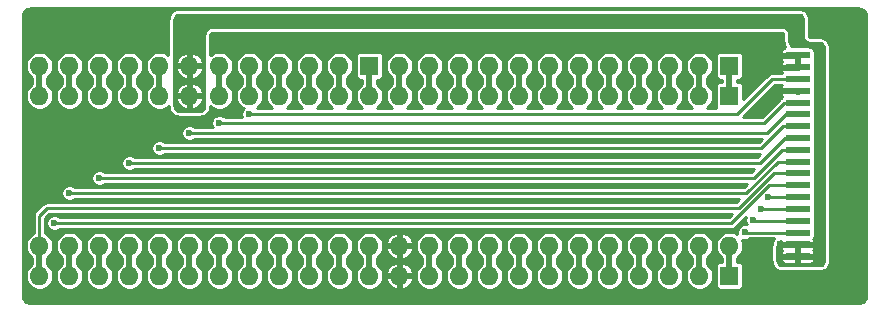
<source format=gbr>
G04 #@! TF.GenerationSoftware,KiCad,Pcbnew,(5.1.9)-1*
G04 #@! TF.CreationDate,2021-05-08T11:49:02+01:00*
G04 #@! TF.ProjectId,RGBtoHDMI Amiga Denise DIP Breakout FFC,52474274-6f48-4444-9d49-20416d696761,v2++ Rev 2*
G04 #@! TF.SameCoordinates,Original*
G04 #@! TF.FileFunction,Copper,L1,Top*
G04 #@! TF.FilePolarity,Positive*
%FSLAX46Y46*%
G04 Gerber Fmt 4.6, Leading zero omitted, Abs format (unit mm)*
G04 Created by KiCad (PCBNEW (5.1.9)-1) date 2021-05-08 11:49:02*
%MOMM*%
%LPD*%
G01*
G04 APERTURE LIST*
G04 #@! TA.AperFunction,SMDPad,CuDef*
%ADD10R,3.000000X2.500000*%
G04 #@! TD*
G04 #@! TA.AperFunction,SMDPad,CuDef*
%ADD11R,2.000000X0.600000*%
G04 #@! TD*
G04 #@! TA.AperFunction,ComponentPad*
%ADD12O,1.600000X1.600000*%
G04 #@! TD*
G04 #@! TA.AperFunction,ComponentPad*
%ADD13R,1.600000X1.600000*%
G04 #@! TD*
G04 #@! TA.AperFunction,ViaPad*
%ADD14C,0.600000*%
G04 #@! TD*
G04 #@! TA.AperFunction,Conductor*
%ADD15C,0.500000*%
G04 #@! TD*
G04 #@! TA.AperFunction,Conductor*
%ADD16C,0.250000*%
G04 #@! TD*
G04 #@! TA.AperFunction,Conductor*
%ADD17C,0.254000*%
G04 #@! TD*
G04 #@! TA.AperFunction,Conductor*
%ADD18C,0.100000*%
G04 #@! TD*
G04 APERTURE END LIST*
D10*
X170135000Y-86815000D03*
X170135000Y-64315000D03*
D11*
X167685000Y-67065000D03*
X167685000Y-68065000D03*
X167685000Y-69065000D03*
X167685000Y-70065000D03*
X167685000Y-71065000D03*
X167685000Y-72065000D03*
X167685000Y-73065000D03*
X167685000Y-74065000D03*
X167685000Y-75065000D03*
X167685000Y-76065000D03*
X167685000Y-77065000D03*
X167685000Y-78065000D03*
X167685000Y-79065000D03*
X167685000Y-80065000D03*
X167685000Y-81065000D03*
X167685000Y-82065000D03*
X167685000Y-83065000D03*
X167685000Y-84065000D03*
D12*
X103505000Y-85725000D03*
X106045000Y-85725000D03*
X108585000Y-85725000D03*
X111125000Y-85725000D03*
X113665000Y-85725000D03*
X116205000Y-85725000D03*
X118745000Y-85725000D03*
X121285000Y-85725000D03*
X123825000Y-85725000D03*
X126365000Y-85725000D03*
X128905000Y-85725000D03*
X131445000Y-85725000D03*
X133985000Y-85725000D03*
X136525000Y-85725000D03*
X139065000Y-85725000D03*
X141605000Y-85725000D03*
X144145000Y-85725000D03*
X146685000Y-85725000D03*
X149225000Y-85725000D03*
X151765000Y-85725000D03*
X154305000Y-85725000D03*
X156845000Y-85725000D03*
X159385000Y-85725000D03*
D13*
X161925000Y-85725000D03*
D12*
X103505000Y-70485000D03*
X106045000Y-70485000D03*
X108585000Y-70485000D03*
X111125000Y-70485000D03*
X113665000Y-70485000D03*
X116205000Y-70485000D03*
X118745000Y-70485000D03*
X121285000Y-70485000D03*
X123825000Y-70485000D03*
X126365000Y-70485000D03*
X128905000Y-70485000D03*
X131445000Y-70485000D03*
X133985000Y-70485000D03*
X136525000Y-70485000D03*
X139065000Y-70485000D03*
X141605000Y-70485000D03*
X144145000Y-70485000D03*
X146685000Y-70485000D03*
X149225000Y-70485000D03*
X151765000Y-70485000D03*
X154305000Y-70485000D03*
X156845000Y-70485000D03*
X159385000Y-70485000D03*
D13*
X161925000Y-70485000D03*
X161925000Y-67945000D03*
D12*
X133985000Y-83185000D03*
X159385000Y-67945000D03*
X136525000Y-83185000D03*
X156845000Y-67945000D03*
X139065000Y-83185000D03*
X154305000Y-67945000D03*
X141605000Y-83185000D03*
X151765000Y-67945000D03*
X144145000Y-83185000D03*
X149225000Y-67945000D03*
X146685000Y-83185000D03*
X146685000Y-67945000D03*
X149225000Y-83185000D03*
X144145000Y-67945000D03*
X151765000Y-83185000D03*
X141605000Y-67945000D03*
X154305000Y-83185000D03*
X139065000Y-67945000D03*
X156845000Y-83185000D03*
X136525000Y-67945000D03*
X159385000Y-83185000D03*
X133985000Y-67945000D03*
X161925000Y-83185000D03*
D13*
X131445000Y-67945000D03*
D12*
X103505000Y-83185000D03*
X128905000Y-67945000D03*
X106045000Y-83185000D03*
X126365000Y-67945000D03*
X108585000Y-83185000D03*
X123825000Y-67945000D03*
X111125000Y-83185000D03*
X121285000Y-67945000D03*
X113665000Y-83185000D03*
X118745000Y-67945000D03*
X116205000Y-83185000D03*
X116205000Y-67945000D03*
X118745000Y-83185000D03*
X113665000Y-67945000D03*
X121285000Y-83185000D03*
X111125000Y-67945000D03*
X123825000Y-83185000D03*
X108585000Y-67945000D03*
X126365000Y-83185000D03*
X106045000Y-67945000D03*
X128905000Y-83185000D03*
X103505000Y-67945000D03*
X131445000Y-83185000D03*
D14*
X166116000Y-68072000D03*
X166116000Y-70104000D03*
X166116000Y-67056000D03*
X104775000Y-81280000D03*
X165227000Y-79057500D03*
X164591998Y-80073500D03*
X163957000Y-81026000D03*
X163258500Y-82042000D03*
X166243000Y-83058000D03*
X166243000Y-84074000D03*
X169545000Y-66421000D03*
X167767000Y-64135000D03*
X167767000Y-65786000D03*
X169545000Y-68199000D03*
X121285000Y-72009000D03*
X118745000Y-72771000D03*
X116205000Y-73660000D03*
X113665000Y-74930000D03*
X111125000Y-76200000D03*
X108584986Y-77470000D03*
X106045000Y-78740000D03*
D15*
X103505000Y-67945000D02*
X103505000Y-70485000D01*
D16*
X162079496Y-81280000D02*
X104775000Y-81280000D01*
X165294496Y-78065000D02*
X162079496Y-81280000D01*
X167365000Y-78065000D02*
X165294496Y-78065000D01*
D15*
X106045000Y-67945000D02*
X106045000Y-70485000D01*
D16*
X165234500Y-79065000D02*
X165227000Y-79057500D01*
X167365000Y-79065000D02*
X165234500Y-79065000D01*
D15*
X108585000Y-67945000D02*
X108585000Y-70485000D01*
D16*
X164600498Y-80065000D02*
X164591998Y-80073500D01*
X167365000Y-80065000D02*
X164600498Y-80065000D01*
D15*
X111125000Y-67945000D02*
X111125000Y-70485000D01*
D16*
X167365000Y-81065000D02*
X163996000Y-81065000D01*
X163996000Y-81065000D02*
X163957000Y-81026000D01*
D15*
X113665000Y-67945000D02*
X113665000Y-70485000D01*
D16*
X163281500Y-82065000D02*
X163258500Y-82042000D01*
X167365000Y-82065000D02*
X163281500Y-82065000D01*
X167358000Y-83058000D02*
X167365000Y-83065000D01*
D15*
X146685000Y-83185000D02*
X146685000Y-85725000D01*
X144145000Y-83185000D02*
X144145000Y-85725000D01*
X141605000Y-83185000D02*
X141605000Y-85725000D01*
X139065000Y-83185000D02*
X139065000Y-85725000D01*
X136525000Y-83185000D02*
X136525000Y-85725000D01*
X133985000Y-67945000D02*
X133985000Y-70485000D01*
X136525000Y-67945000D02*
X136525000Y-70485000D01*
X126365000Y-83185000D02*
X126365000Y-85725000D01*
X139065000Y-67945000D02*
X139065000Y-70485000D01*
X141605000Y-67945000D02*
X141605000Y-70485000D01*
X121285000Y-83185000D02*
X121285000Y-85725000D01*
D16*
X165530002Y-69065000D02*
X167365000Y-69065000D01*
X162586002Y-72009000D02*
X165530002Y-69065000D01*
X121285000Y-72009000D02*
X162586002Y-72009000D01*
D15*
X144145000Y-67945000D02*
X144145000Y-70485000D01*
X118745000Y-83185000D02*
X118745000Y-85725000D01*
D16*
X164846000Y-72771000D02*
X118745000Y-72771000D01*
X166552000Y-71065000D02*
X164846000Y-72771000D01*
X167365000Y-71065000D02*
X166552000Y-71065000D01*
D15*
X146685000Y-67945000D02*
X146685000Y-70485000D01*
X116205000Y-83185000D02*
X116205000Y-85725000D01*
D16*
X165100000Y-73660000D02*
X116205000Y-73660000D01*
X166695000Y-72065000D02*
X165100000Y-73660000D01*
X167365000Y-72065000D02*
X166695000Y-72065000D01*
D15*
X149225000Y-67945000D02*
X149225000Y-70485000D01*
X113665000Y-83185000D02*
X113665000Y-85725000D01*
D16*
X164592000Y-74930000D02*
X113665000Y-74930000D01*
X166457000Y-73065000D02*
X164592000Y-74930000D01*
X167365000Y-73065000D02*
X166457000Y-73065000D01*
D15*
X151765000Y-67945000D02*
X151765000Y-70485000D01*
X111125000Y-83185000D02*
X111125000Y-85725000D01*
D16*
X164480000Y-76200000D02*
X111125000Y-76200000D01*
X166615000Y-74065000D02*
X164480000Y-76200000D01*
X167365000Y-74065000D02*
X166615000Y-74065000D01*
D15*
X154305000Y-67945000D02*
X154305000Y-70485000D01*
X108585000Y-83185000D02*
X108585000Y-85725000D01*
D16*
X166385264Y-75065000D02*
X163980264Y-77470000D01*
X163980264Y-77470000D02*
X108584986Y-77470000D01*
X167365000Y-75065000D02*
X166385264Y-75065000D01*
D15*
X156845000Y-67945000D02*
X156845000Y-70485000D01*
X106045000Y-83185000D02*
X106045000Y-85725000D01*
D16*
X167365000Y-76065000D02*
X166021674Y-76065000D01*
X163346674Y-78740000D02*
X106045000Y-78740000D01*
X166021674Y-76065000D02*
X163346674Y-78740000D01*
D15*
X159385000Y-67945000D02*
X159385000Y-70485000D01*
X103505000Y-83185000D02*
X103505000Y-85725000D01*
D16*
X162713085Y-80010000D02*
X165658085Y-77065000D01*
X103505000Y-80645000D02*
X104140000Y-80010000D01*
X103505000Y-83185000D02*
X103505000Y-80645000D01*
X104140000Y-80010000D02*
X162713085Y-80010000D01*
X165658085Y-77065000D02*
X167365000Y-77065000D01*
D15*
X161925000Y-67945000D02*
X161925000Y-70485000D01*
X149225000Y-83185000D02*
X149225000Y-85725000D01*
X151765000Y-83185000D02*
X151765000Y-85725000D01*
X154305000Y-83185000D02*
X154305000Y-85725000D01*
X156845000Y-83185000D02*
X156845000Y-85725000D01*
X159385000Y-83185000D02*
X159385000Y-85725000D01*
X161925000Y-83185000D02*
X161925000Y-85725000D01*
X131445000Y-83185000D02*
X131445000Y-85725000D01*
X123825000Y-83185000D02*
X123825000Y-85725000D01*
X118745000Y-67945000D02*
X118745000Y-70485000D01*
X121285000Y-67945000D02*
X121285000Y-70485000D01*
X123825000Y-67945000D02*
X123825000Y-70485000D01*
X126365000Y-67945000D02*
X126365000Y-70485000D01*
X128905000Y-67945000D02*
X128905000Y-70485000D01*
X131445000Y-67945000D02*
X131445000Y-70485000D01*
X128905000Y-83185000D02*
X128905000Y-85725000D01*
D17*
X172975135Y-63106870D02*
X173098388Y-63144082D01*
X173212068Y-63204526D01*
X173311841Y-63285899D01*
X173393911Y-63385105D01*
X173455147Y-63498357D01*
X173493220Y-63621352D01*
X173509000Y-63771492D01*
X173509001Y-87352470D01*
X173494130Y-87504135D01*
X173456918Y-87627388D01*
X173396474Y-87741067D01*
X173315097Y-87840845D01*
X173215897Y-87922910D01*
X173102640Y-87984148D01*
X172979648Y-88022220D01*
X172829508Y-88038000D01*
X102766520Y-88038000D01*
X102614865Y-88023130D01*
X102491612Y-87985918D01*
X102377933Y-87925474D01*
X102278155Y-87844097D01*
X102196090Y-87744897D01*
X102134852Y-87631640D01*
X102096780Y-87508648D01*
X102081000Y-87358508D01*
X102081000Y-83068682D01*
X102324000Y-83068682D01*
X102324000Y-83301318D01*
X102369386Y-83529485D01*
X102458412Y-83744413D01*
X102587658Y-83937843D01*
X102752157Y-84102342D01*
X102874000Y-84183755D01*
X102874001Y-84726245D01*
X102752157Y-84807658D01*
X102587658Y-84972157D01*
X102458412Y-85165587D01*
X102369386Y-85380515D01*
X102324000Y-85608682D01*
X102324000Y-85841318D01*
X102369386Y-86069485D01*
X102458412Y-86284413D01*
X102587658Y-86477843D01*
X102752157Y-86642342D01*
X102945587Y-86771588D01*
X103160515Y-86860614D01*
X103388682Y-86906000D01*
X103621318Y-86906000D01*
X103849485Y-86860614D01*
X104064413Y-86771588D01*
X104257843Y-86642342D01*
X104422342Y-86477843D01*
X104551588Y-86284413D01*
X104640614Y-86069485D01*
X104686000Y-85841318D01*
X104686000Y-85608682D01*
X104640614Y-85380515D01*
X104551588Y-85165587D01*
X104422342Y-84972157D01*
X104257843Y-84807658D01*
X104136000Y-84726245D01*
X104136000Y-84183755D01*
X104257843Y-84102342D01*
X104422342Y-83937843D01*
X104551588Y-83744413D01*
X104640614Y-83529485D01*
X104686000Y-83301318D01*
X104686000Y-83068682D01*
X104864000Y-83068682D01*
X104864000Y-83301318D01*
X104909386Y-83529485D01*
X104998412Y-83744413D01*
X105127658Y-83937843D01*
X105292157Y-84102342D01*
X105414000Y-84183755D01*
X105414001Y-84726245D01*
X105292157Y-84807658D01*
X105127658Y-84972157D01*
X104998412Y-85165587D01*
X104909386Y-85380515D01*
X104864000Y-85608682D01*
X104864000Y-85841318D01*
X104909386Y-86069485D01*
X104998412Y-86284413D01*
X105127658Y-86477843D01*
X105292157Y-86642342D01*
X105485587Y-86771588D01*
X105700515Y-86860614D01*
X105928682Y-86906000D01*
X106161318Y-86906000D01*
X106389485Y-86860614D01*
X106604413Y-86771588D01*
X106797843Y-86642342D01*
X106962342Y-86477843D01*
X107091588Y-86284413D01*
X107180614Y-86069485D01*
X107226000Y-85841318D01*
X107226000Y-85608682D01*
X107180614Y-85380515D01*
X107091588Y-85165587D01*
X106962342Y-84972157D01*
X106797843Y-84807658D01*
X106676000Y-84726245D01*
X106676000Y-84183755D01*
X106797843Y-84102342D01*
X106962342Y-83937843D01*
X107091588Y-83744413D01*
X107180614Y-83529485D01*
X107226000Y-83301318D01*
X107226000Y-83068682D01*
X107404000Y-83068682D01*
X107404000Y-83301318D01*
X107449386Y-83529485D01*
X107538412Y-83744413D01*
X107667658Y-83937843D01*
X107832157Y-84102342D01*
X107954000Y-84183755D01*
X107954001Y-84726245D01*
X107832157Y-84807658D01*
X107667658Y-84972157D01*
X107538412Y-85165587D01*
X107449386Y-85380515D01*
X107404000Y-85608682D01*
X107404000Y-85841318D01*
X107449386Y-86069485D01*
X107538412Y-86284413D01*
X107667658Y-86477843D01*
X107832157Y-86642342D01*
X108025587Y-86771588D01*
X108240515Y-86860614D01*
X108468682Y-86906000D01*
X108701318Y-86906000D01*
X108929485Y-86860614D01*
X109144413Y-86771588D01*
X109337843Y-86642342D01*
X109502342Y-86477843D01*
X109631588Y-86284413D01*
X109720614Y-86069485D01*
X109766000Y-85841318D01*
X109766000Y-85608682D01*
X109720614Y-85380515D01*
X109631588Y-85165587D01*
X109502342Y-84972157D01*
X109337843Y-84807658D01*
X109216000Y-84726245D01*
X109216000Y-84183755D01*
X109337843Y-84102342D01*
X109502342Y-83937843D01*
X109631588Y-83744413D01*
X109720614Y-83529485D01*
X109766000Y-83301318D01*
X109766000Y-83068682D01*
X109944000Y-83068682D01*
X109944000Y-83301318D01*
X109989386Y-83529485D01*
X110078412Y-83744413D01*
X110207658Y-83937843D01*
X110372157Y-84102342D01*
X110494000Y-84183755D01*
X110494001Y-84726245D01*
X110372157Y-84807658D01*
X110207658Y-84972157D01*
X110078412Y-85165587D01*
X109989386Y-85380515D01*
X109944000Y-85608682D01*
X109944000Y-85841318D01*
X109989386Y-86069485D01*
X110078412Y-86284413D01*
X110207658Y-86477843D01*
X110372157Y-86642342D01*
X110565587Y-86771588D01*
X110780515Y-86860614D01*
X111008682Y-86906000D01*
X111241318Y-86906000D01*
X111469485Y-86860614D01*
X111684413Y-86771588D01*
X111877843Y-86642342D01*
X112042342Y-86477843D01*
X112171588Y-86284413D01*
X112260614Y-86069485D01*
X112306000Y-85841318D01*
X112306000Y-85608682D01*
X112260614Y-85380515D01*
X112171588Y-85165587D01*
X112042342Y-84972157D01*
X111877843Y-84807658D01*
X111756000Y-84726245D01*
X111756000Y-84183755D01*
X111877843Y-84102342D01*
X112042342Y-83937843D01*
X112171588Y-83744413D01*
X112260614Y-83529485D01*
X112306000Y-83301318D01*
X112306000Y-83068682D01*
X112484000Y-83068682D01*
X112484000Y-83301318D01*
X112529386Y-83529485D01*
X112618412Y-83744413D01*
X112747658Y-83937843D01*
X112912157Y-84102342D01*
X113034000Y-84183755D01*
X113034001Y-84726245D01*
X112912157Y-84807658D01*
X112747658Y-84972157D01*
X112618412Y-85165587D01*
X112529386Y-85380515D01*
X112484000Y-85608682D01*
X112484000Y-85841318D01*
X112529386Y-86069485D01*
X112618412Y-86284413D01*
X112747658Y-86477843D01*
X112912157Y-86642342D01*
X113105587Y-86771588D01*
X113320515Y-86860614D01*
X113548682Y-86906000D01*
X113781318Y-86906000D01*
X114009485Y-86860614D01*
X114224413Y-86771588D01*
X114417843Y-86642342D01*
X114582342Y-86477843D01*
X114711588Y-86284413D01*
X114800614Y-86069485D01*
X114846000Y-85841318D01*
X114846000Y-85608682D01*
X114800614Y-85380515D01*
X114711588Y-85165587D01*
X114582342Y-84972157D01*
X114417843Y-84807658D01*
X114296000Y-84726245D01*
X114296000Y-84183755D01*
X114417843Y-84102342D01*
X114582342Y-83937843D01*
X114711588Y-83744413D01*
X114800614Y-83529485D01*
X114846000Y-83301318D01*
X114846000Y-83068682D01*
X115024000Y-83068682D01*
X115024000Y-83301318D01*
X115069386Y-83529485D01*
X115158412Y-83744413D01*
X115287658Y-83937843D01*
X115452157Y-84102342D01*
X115574000Y-84183755D01*
X115574001Y-84726245D01*
X115452157Y-84807658D01*
X115287658Y-84972157D01*
X115158412Y-85165587D01*
X115069386Y-85380515D01*
X115024000Y-85608682D01*
X115024000Y-85841318D01*
X115069386Y-86069485D01*
X115158412Y-86284413D01*
X115287658Y-86477843D01*
X115452157Y-86642342D01*
X115645587Y-86771588D01*
X115860515Y-86860614D01*
X116088682Y-86906000D01*
X116321318Y-86906000D01*
X116549485Y-86860614D01*
X116764413Y-86771588D01*
X116957843Y-86642342D01*
X117122342Y-86477843D01*
X117251588Y-86284413D01*
X117340614Y-86069485D01*
X117386000Y-85841318D01*
X117386000Y-85608682D01*
X117340614Y-85380515D01*
X117251588Y-85165587D01*
X117122342Y-84972157D01*
X116957843Y-84807658D01*
X116836000Y-84726245D01*
X116836000Y-84183755D01*
X116957843Y-84102342D01*
X117122342Y-83937843D01*
X117251588Y-83744413D01*
X117340614Y-83529485D01*
X117386000Y-83301318D01*
X117386000Y-83068682D01*
X117564000Y-83068682D01*
X117564000Y-83301318D01*
X117609386Y-83529485D01*
X117698412Y-83744413D01*
X117827658Y-83937843D01*
X117992157Y-84102342D01*
X118114000Y-84183755D01*
X118114001Y-84726245D01*
X117992157Y-84807658D01*
X117827658Y-84972157D01*
X117698412Y-85165587D01*
X117609386Y-85380515D01*
X117564000Y-85608682D01*
X117564000Y-85841318D01*
X117609386Y-86069485D01*
X117698412Y-86284413D01*
X117827658Y-86477843D01*
X117992157Y-86642342D01*
X118185587Y-86771588D01*
X118400515Y-86860614D01*
X118628682Y-86906000D01*
X118861318Y-86906000D01*
X119089485Y-86860614D01*
X119304413Y-86771588D01*
X119497843Y-86642342D01*
X119662342Y-86477843D01*
X119791588Y-86284413D01*
X119880614Y-86069485D01*
X119926000Y-85841318D01*
X119926000Y-85608682D01*
X119880614Y-85380515D01*
X119791588Y-85165587D01*
X119662342Y-84972157D01*
X119497843Y-84807658D01*
X119376000Y-84726245D01*
X119376000Y-84183755D01*
X119497843Y-84102342D01*
X119662342Y-83937843D01*
X119791588Y-83744413D01*
X119880614Y-83529485D01*
X119926000Y-83301318D01*
X119926000Y-83068682D01*
X120104000Y-83068682D01*
X120104000Y-83301318D01*
X120149386Y-83529485D01*
X120238412Y-83744413D01*
X120367658Y-83937843D01*
X120532157Y-84102342D01*
X120654000Y-84183755D01*
X120654001Y-84726245D01*
X120532157Y-84807658D01*
X120367658Y-84972157D01*
X120238412Y-85165587D01*
X120149386Y-85380515D01*
X120104000Y-85608682D01*
X120104000Y-85841318D01*
X120149386Y-86069485D01*
X120238412Y-86284413D01*
X120367658Y-86477843D01*
X120532157Y-86642342D01*
X120725587Y-86771588D01*
X120940515Y-86860614D01*
X121168682Y-86906000D01*
X121401318Y-86906000D01*
X121629485Y-86860614D01*
X121844413Y-86771588D01*
X122037843Y-86642342D01*
X122202342Y-86477843D01*
X122331588Y-86284413D01*
X122420614Y-86069485D01*
X122466000Y-85841318D01*
X122466000Y-85608682D01*
X122420614Y-85380515D01*
X122331588Y-85165587D01*
X122202342Y-84972157D01*
X122037843Y-84807658D01*
X121916000Y-84726245D01*
X121916000Y-84183755D01*
X122037843Y-84102342D01*
X122202342Y-83937843D01*
X122331588Y-83744413D01*
X122420614Y-83529485D01*
X122466000Y-83301318D01*
X122466000Y-83068682D01*
X122644000Y-83068682D01*
X122644000Y-83301318D01*
X122689386Y-83529485D01*
X122778412Y-83744413D01*
X122907658Y-83937843D01*
X123072157Y-84102342D01*
X123194000Y-84183755D01*
X123194001Y-84726245D01*
X123072157Y-84807658D01*
X122907658Y-84972157D01*
X122778412Y-85165587D01*
X122689386Y-85380515D01*
X122644000Y-85608682D01*
X122644000Y-85841318D01*
X122689386Y-86069485D01*
X122778412Y-86284413D01*
X122907658Y-86477843D01*
X123072157Y-86642342D01*
X123265587Y-86771588D01*
X123480515Y-86860614D01*
X123708682Y-86906000D01*
X123941318Y-86906000D01*
X124169485Y-86860614D01*
X124384413Y-86771588D01*
X124577843Y-86642342D01*
X124742342Y-86477843D01*
X124871588Y-86284413D01*
X124960614Y-86069485D01*
X125006000Y-85841318D01*
X125006000Y-85608682D01*
X124960614Y-85380515D01*
X124871588Y-85165587D01*
X124742342Y-84972157D01*
X124577843Y-84807658D01*
X124456000Y-84726245D01*
X124456000Y-84183755D01*
X124577843Y-84102342D01*
X124742342Y-83937843D01*
X124871588Y-83744413D01*
X124960614Y-83529485D01*
X125006000Y-83301318D01*
X125006000Y-83068682D01*
X125184000Y-83068682D01*
X125184000Y-83301318D01*
X125229386Y-83529485D01*
X125318412Y-83744413D01*
X125447658Y-83937843D01*
X125612157Y-84102342D01*
X125734000Y-84183755D01*
X125734001Y-84726245D01*
X125612157Y-84807658D01*
X125447658Y-84972157D01*
X125318412Y-85165587D01*
X125229386Y-85380515D01*
X125184000Y-85608682D01*
X125184000Y-85841318D01*
X125229386Y-86069485D01*
X125318412Y-86284413D01*
X125447658Y-86477843D01*
X125612157Y-86642342D01*
X125805587Y-86771588D01*
X126020515Y-86860614D01*
X126248682Y-86906000D01*
X126481318Y-86906000D01*
X126709485Y-86860614D01*
X126924413Y-86771588D01*
X127117843Y-86642342D01*
X127282342Y-86477843D01*
X127411588Y-86284413D01*
X127500614Y-86069485D01*
X127546000Y-85841318D01*
X127546000Y-85608682D01*
X127500614Y-85380515D01*
X127411588Y-85165587D01*
X127282342Y-84972157D01*
X127117843Y-84807658D01*
X126996000Y-84726245D01*
X126996000Y-84183755D01*
X127117843Y-84102342D01*
X127282342Y-83937843D01*
X127411588Y-83744413D01*
X127500614Y-83529485D01*
X127546000Y-83301318D01*
X127546000Y-83068682D01*
X127724000Y-83068682D01*
X127724000Y-83301318D01*
X127769386Y-83529485D01*
X127858412Y-83744413D01*
X127987658Y-83937843D01*
X128152157Y-84102342D01*
X128274000Y-84183755D01*
X128274001Y-84726245D01*
X128152157Y-84807658D01*
X127987658Y-84972157D01*
X127858412Y-85165587D01*
X127769386Y-85380515D01*
X127724000Y-85608682D01*
X127724000Y-85841318D01*
X127769386Y-86069485D01*
X127858412Y-86284413D01*
X127987658Y-86477843D01*
X128152157Y-86642342D01*
X128345587Y-86771588D01*
X128560515Y-86860614D01*
X128788682Y-86906000D01*
X129021318Y-86906000D01*
X129249485Y-86860614D01*
X129464413Y-86771588D01*
X129657843Y-86642342D01*
X129822342Y-86477843D01*
X129951588Y-86284413D01*
X130040614Y-86069485D01*
X130086000Y-85841318D01*
X130086000Y-85608682D01*
X130040614Y-85380515D01*
X129951588Y-85165587D01*
X129822342Y-84972157D01*
X129657843Y-84807658D01*
X129536000Y-84726245D01*
X129536000Y-84183755D01*
X129657843Y-84102342D01*
X129822342Y-83937843D01*
X129951588Y-83744413D01*
X130040614Y-83529485D01*
X130086000Y-83301318D01*
X130086000Y-83068682D01*
X130264000Y-83068682D01*
X130264000Y-83301318D01*
X130309386Y-83529485D01*
X130398412Y-83744413D01*
X130527658Y-83937843D01*
X130692157Y-84102342D01*
X130814000Y-84183755D01*
X130814001Y-84726245D01*
X130692157Y-84807658D01*
X130527658Y-84972157D01*
X130398412Y-85165587D01*
X130309386Y-85380515D01*
X130264000Y-85608682D01*
X130264000Y-85841318D01*
X130309386Y-86069485D01*
X130398412Y-86284413D01*
X130527658Y-86477843D01*
X130692157Y-86642342D01*
X130885587Y-86771588D01*
X131100515Y-86860614D01*
X131328682Y-86906000D01*
X131561318Y-86906000D01*
X131789485Y-86860614D01*
X132004413Y-86771588D01*
X132197843Y-86642342D01*
X132362342Y-86477843D01*
X132491588Y-86284413D01*
X132580614Y-86069485D01*
X132587649Y-86034115D01*
X132845165Y-86034115D01*
X132927372Y-86250546D01*
X133050223Y-86446781D01*
X133208997Y-86615278D01*
X133397592Y-86749562D01*
X133608761Y-86844473D01*
X133675886Y-86864829D01*
X133858000Y-86803297D01*
X133858000Y-85852000D01*
X134112000Y-85852000D01*
X134112000Y-86803297D01*
X134294114Y-86864829D01*
X134361239Y-86844473D01*
X134572408Y-86749562D01*
X134761003Y-86615278D01*
X134919777Y-86446781D01*
X135042628Y-86250546D01*
X135124835Y-86034115D01*
X135063908Y-85852000D01*
X134112000Y-85852000D01*
X133858000Y-85852000D01*
X132906092Y-85852000D01*
X132845165Y-86034115D01*
X132587649Y-86034115D01*
X132626000Y-85841318D01*
X132626000Y-85608682D01*
X132587650Y-85415885D01*
X132845165Y-85415885D01*
X132906092Y-85598000D01*
X133858000Y-85598000D01*
X133858000Y-84646703D01*
X134112000Y-84646703D01*
X134112000Y-85598000D01*
X135063908Y-85598000D01*
X135124835Y-85415885D01*
X135042628Y-85199454D01*
X134919777Y-85003219D01*
X134761003Y-84834722D01*
X134572408Y-84700438D01*
X134361239Y-84605527D01*
X134294114Y-84585171D01*
X134112000Y-84646703D01*
X133858000Y-84646703D01*
X133675886Y-84585171D01*
X133608761Y-84605527D01*
X133397592Y-84700438D01*
X133208997Y-84834722D01*
X133050223Y-85003219D01*
X132927372Y-85199454D01*
X132845165Y-85415885D01*
X132587650Y-85415885D01*
X132580614Y-85380515D01*
X132491588Y-85165587D01*
X132362342Y-84972157D01*
X132197843Y-84807658D01*
X132076000Y-84726245D01*
X132076000Y-84183755D01*
X132197843Y-84102342D01*
X132362342Y-83937843D01*
X132491588Y-83744413D01*
X132580614Y-83529485D01*
X132587649Y-83494115D01*
X132845165Y-83494115D01*
X132927372Y-83710546D01*
X133050223Y-83906781D01*
X133208997Y-84075278D01*
X133397592Y-84209562D01*
X133608761Y-84304473D01*
X133675886Y-84324829D01*
X133858000Y-84263297D01*
X133858000Y-83312000D01*
X134112000Y-83312000D01*
X134112000Y-84263297D01*
X134294114Y-84324829D01*
X134361239Y-84304473D01*
X134572408Y-84209562D01*
X134761003Y-84075278D01*
X134919777Y-83906781D01*
X135042628Y-83710546D01*
X135124835Y-83494115D01*
X135063908Y-83312000D01*
X134112000Y-83312000D01*
X133858000Y-83312000D01*
X132906092Y-83312000D01*
X132845165Y-83494115D01*
X132587649Y-83494115D01*
X132626000Y-83301318D01*
X132626000Y-83068682D01*
X135344000Y-83068682D01*
X135344000Y-83301318D01*
X135389386Y-83529485D01*
X135478412Y-83744413D01*
X135607658Y-83937843D01*
X135772157Y-84102342D01*
X135894000Y-84183755D01*
X135894001Y-84726245D01*
X135772157Y-84807658D01*
X135607658Y-84972157D01*
X135478412Y-85165587D01*
X135389386Y-85380515D01*
X135344000Y-85608682D01*
X135344000Y-85841318D01*
X135389386Y-86069485D01*
X135478412Y-86284413D01*
X135607658Y-86477843D01*
X135772157Y-86642342D01*
X135965587Y-86771588D01*
X136180515Y-86860614D01*
X136408682Y-86906000D01*
X136641318Y-86906000D01*
X136869485Y-86860614D01*
X137084413Y-86771588D01*
X137277843Y-86642342D01*
X137442342Y-86477843D01*
X137571588Y-86284413D01*
X137660614Y-86069485D01*
X137706000Y-85841318D01*
X137706000Y-85608682D01*
X137660614Y-85380515D01*
X137571588Y-85165587D01*
X137442342Y-84972157D01*
X137277843Y-84807658D01*
X137156000Y-84726245D01*
X137156000Y-84183755D01*
X137277843Y-84102342D01*
X137442342Y-83937843D01*
X137571588Y-83744413D01*
X137660614Y-83529485D01*
X137706000Y-83301318D01*
X137706000Y-83068682D01*
X137884000Y-83068682D01*
X137884000Y-83301318D01*
X137929386Y-83529485D01*
X138018412Y-83744413D01*
X138147658Y-83937843D01*
X138312157Y-84102342D01*
X138434000Y-84183755D01*
X138434001Y-84726245D01*
X138312157Y-84807658D01*
X138147658Y-84972157D01*
X138018412Y-85165587D01*
X137929386Y-85380515D01*
X137884000Y-85608682D01*
X137884000Y-85841318D01*
X137929386Y-86069485D01*
X138018412Y-86284413D01*
X138147658Y-86477843D01*
X138312157Y-86642342D01*
X138505587Y-86771588D01*
X138720515Y-86860614D01*
X138948682Y-86906000D01*
X139181318Y-86906000D01*
X139409485Y-86860614D01*
X139624413Y-86771588D01*
X139817843Y-86642342D01*
X139982342Y-86477843D01*
X140111588Y-86284413D01*
X140200614Y-86069485D01*
X140246000Y-85841318D01*
X140246000Y-85608682D01*
X140200614Y-85380515D01*
X140111588Y-85165587D01*
X139982342Y-84972157D01*
X139817843Y-84807658D01*
X139696000Y-84726245D01*
X139696000Y-84183755D01*
X139817843Y-84102342D01*
X139982342Y-83937843D01*
X140111588Y-83744413D01*
X140200614Y-83529485D01*
X140246000Y-83301318D01*
X140246000Y-83068682D01*
X140424000Y-83068682D01*
X140424000Y-83301318D01*
X140469386Y-83529485D01*
X140558412Y-83744413D01*
X140687658Y-83937843D01*
X140852157Y-84102342D01*
X140974000Y-84183755D01*
X140974001Y-84726245D01*
X140852157Y-84807658D01*
X140687658Y-84972157D01*
X140558412Y-85165587D01*
X140469386Y-85380515D01*
X140424000Y-85608682D01*
X140424000Y-85841318D01*
X140469386Y-86069485D01*
X140558412Y-86284413D01*
X140687658Y-86477843D01*
X140852157Y-86642342D01*
X141045587Y-86771588D01*
X141260515Y-86860614D01*
X141488682Y-86906000D01*
X141721318Y-86906000D01*
X141949485Y-86860614D01*
X142164413Y-86771588D01*
X142357843Y-86642342D01*
X142522342Y-86477843D01*
X142651588Y-86284413D01*
X142740614Y-86069485D01*
X142786000Y-85841318D01*
X142786000Y-85608682D01*
X142740614Y-85380515D01*
X142651588Y-85165587D01*
X142522342Y-84972157D01*
X142357843Y-84807658D01*
X142236000Y-84726245D01*
X142236000Y-84183755D01*
X142357843Y-84102342D01*
X142522342Y-83937843D01*
X142651588Y-83744413D01*
X142740614Y-83529485D01*
X142786000Y-83301318D01*
X142786000Y-83068682D01*
X142964000Y-83068682D01*
X142964000Y-83301318D01*
X143009386Y-83529485D01*
X143098412Y-83744413D01*
X143227658Y-83937843D01*
X143392157Y-84102342D01*
X143514000Y-84183755D01*
X143514001Y-84726245D01*
X143392157Y-84807658D01*
X143227658Y-84972157D01*
X143098412Y-85165587D01*
X143009386Y-85380515D01*
X142964000Y-85608682D01*
X142964000Y-85841318D01*
X143009386Y-86069485D01*
X143098412Y-86284413D01*
X143227658Y-86477843D01*
X143392157Y-86642342D01*
X143585587Y-86771588D01*
X143800515Y-86860614D01*
X144028682Y-86906000D01*
X144261318Y-86906000D01*
X144489485Y-86860614D01*
X144704413Y-86771588D01*
X144897843Y-86642342D01*
X145062342Y-86477843D01*
X145191588Y-86284413D01*
X145280614Y-86069485D01*
X145326000Y-85841318D01*
X145326000Y-85608682D01*
X145280614Y-85380515D01*
X145191588Y-85165587D01*
X145062342Y-84972157D01*
X144897843Y-84807658D01*
X144776000Y-84726245D01*
X144776000Y-84183755D01*
X144897843Y-84102342D01*
X145062342Y-83937843D01*
X145191588Y-83744413D01*
X145280614Y-83529485D01*
X145326000Y-83301318D01*
X145326000Y-83068682D01*
X145504000Y-83068682D01*
X145504000Y-83301318D01*
X145549386Y-83529485D01*
X145638412Y-83744413D01*
X145767658Y-83937843D01*
X145932157Y-84102342D01*
X146054000Y-84183755D01*
X146054001Y-84726245D01*
X145932157Y-84807658D01*
X145767658Y-84972157D01*
X145638412Y-85165587D01*
X145549386Y-85380515D01*
X145504000Y-85608682D01*
X145504000Y-85841318D01*
X145549386Y-86069485D01*
X145638412Y-86284413D01*
X145767658Y-86477843D01*
X145932157Y-86642342D01*
X146125587Y-86771588D01*
X146340515Y-86860614D01*
X146568682Y-86906000D01*
X146801318Y-86906000D01*
X147029485Y-86860614D01*
X147244413Y-86771588D01*
X147437843Y-86642342D01*
X147602342Y-86477843D01*
X147731588Y-86284413D01*
X147820614Y-86069485D01*
X147866000Y-85841318D01*
X147866000Y-85608682D01*
X147820614Y-85380515D01*
X147731588Y-85165587D01*
X147602342Y-84972157D01*
X147437843Y-84807658D01*
X147316000Y-84726245D01*
X147316000Y-84183755D01*
X147437843Y-84102342D01*
X147602342Y-83937843D01*
X147731588Y-83744413D01*
X147820614Y-83529485D01*
X147866000Y-83301318D01*
X147866000Y-83068682D01*
X148044000Y-83068682D01*
X148044000Y-83301318D01*
X148089386Y-83529485D01*
X148178412Y-83744413D01*
X148307658Y-83937843D01*
X148472157Y-84102342D01*
X148594000Y-84183755D01*
X148594001Y-84726245D01*
X148472157Y-84807658D01*
X148307658Y-84972157D01*
X148178412Y-85165587D01*
X148089386Y-85380515D01*
X148044000Y-85608682D01*
X148044000Y-85841318D01*
X148089386Y-86069485D01*
X148178412Y-86284413D01*
X148307658Y-86477843D01*
X148472157Y-86642342D01*
X148665587Y-86771588D01*
X148880515Y-86860614D01*
X149108682Y-86906000D01*
X149341318Y-86906000D01*
X149569485Y-86860614D01*
X149784413Y-86771588D01*
X149977843Y-86642342D01*
X150142342Y-86477843D01*
X150271588Y-86284413D01*
X150360614Y-86069485D01*
X150406000Y-85841318D01*
X150406000Y-85608682D01*
X150360614Y-85380515D01*
X150271588Y-85165587D01*
X150142342Y-84972157D01*
X149977843Y-84807658D01*
X149856000Y-84726245D01*
X149856000Y-84183755D01*
X149977843Y-84102342D01*
X150142342Y-83937843D01*
X150271588Y-83744413D01*
X150360614Y-83529485D01*
X150406000Y-83301318D01*
X150406000Y-83068682D01*
X150584000Y-83068682D01*
X150584000Y-83301318D01*
X150629386Y-83529485D01*
X150718412Y-83744413D01*
X150847658Y-83937843D01*
X151012157Y-84102342D01*
X151134000Y-84183755D01*
X151134001Y-84726245D01*
X151012157Y-84807658D01*
X150847658Y-84972157D01*
X150718412Y-85165587D01*
X150629386Y-85380515D01*
X150584000Y-85608682D01*
X150584000Y-85841318D01*
X150629386Y-86069485D01*
X150718412Y-86284413D01*
X150847658Y-86477843D01*
X151012157Y-86642342D01*
X151205587Y-86771588D01*
X151420515Y-86860614D01*
X151648682Y-86906000D01*
X151881318Y-86906000D01*
X152109485Y-86860614D01*
X152324413Y-86771588D01*
X152517843Y-86642342D01*
X152682342Y-86477843D01*
X152811588Y-86284413D01*
X152900614Y-86069485D01*
X152946000Y-85841318D01*
X152946000Y-85608682D01*
X152900614Y-85380515D01*
X152811588Y-85165587D01*
X152682342Y-84972157D01*
X152517843Y-84807658D01*
X152396000Y-84726245D01*
X152396000Y-84183755D01*
X152517843Y-84102342D01*
X152682342Y-83937843D01*
X152811588Y-83744413D01*
X152900614Y-83529485D01*
X152946000Y-83301318D01*
X152946000Y-83068682D01*
X153124000Y-83068682D01*
X153124000Y-83301318D01*
X153169386Y-83529485D01*
X153258412Y-83744413D01*
X153387658Y-83937843D01*
X153552157Y-84102342D01*
X153674000Y-84183755D01*
X153674001Y-84726245D01*
X153552157Y-84807658D01*
X153387658Y-84972157D01*
X153258412Y-85165587D01*
X153169386Y-85380515D01*
X153124000Y-85608682D01*
X153124000Y-85841318D01*
X153169386Y-86069485D01*
X153258412Y-86284413D01*
X153387658Y-86477843D01*
X153552157Y-86642342D01*
X153745587Y-86771588D01*
X153960515Y-86860614D01*
X154188682Y-86906000D01*
X154421318Y-86906000D01*
X154649485Y-86860614D01*
X154864413Y-86771588D01*
X155057843Y-86642342D01*
X155222342Y-86477843D01*
X155351588Y-86284413D01*
X155440614Y-86069485D01*
X155486000Y-85841318D01*
X155486000Y-85608682D01*
X155440614Y-85380515D01*
X155351588Y-85165587D01*
X155222342Y-84972157D01*
X155057843Y-84807658D01*
X154936000Y-84726245D01*
X154936000Y-84183755D01*
X155057843Y-84102342D01*
X155222342Y-83937843D01*
X155351588Y-83744413D01*
X155440614Y-83529485D01*
X155486000Y-83301318D01*
X155486000Y-83068682D01*
X155664000Y-83068682D01*
X155664000Y-83301318D01*
X155709386Y-83529485D01*
X155798412Y-83744413D01*
X155927658Y-83937843D01*
X156092157Y-84102342D01*
X156214000Y-84183755D01*
X156214001Y-84726245D01*
X156092157Y-84807658D01*
X155927658Y-84972157D01*
X155798412Y-85165587D01*
X155709386Y-85380515D01*
X155664000Y-85608682D01*
X155664000Y-85841318D01*
X155709386Y-86069485D01*
X155798412Y-86284413D01*
X155927658Y-86477843D01*
X156092157Y-86642342D01*
X156285587Y-86771588D01*
X156500515Y-86860614D01*
X156728682Y-86906000D01*
X156961318Y-86906000D01*
X157189485Y-86860614D01*
X157404413Y-86771588D01*
X157597843Y-86642342D01*
X157762342Y-86477843D01*
X157891588Y-86284413D01*
X157980614Y-86069485D01*
X158026000Y-85841318D01*
X158026000Y-85608682D01*
X157980614Y-85380515D01*
X157891588Y-85165587D01*
X157762342Y-84972157D01*
X157597843Y-84807658D01*
X157476000Y-84726245D01*
X157476000Y-84183755D01*
X157597843Y-84102342D01*
X157762342Y-83937843D01*
X157891588Y-83744413D01*
X157980614Y-83529485D01*
X158026000Y-83301318D01*
X158026000Y-83068682D01*
X158204000Y-83068682D01*
X158204000Y-83301318D01*
X158249386Y-83529485D01*
X158338412Y-83744413D01*
X158467658Y-83937843D01*
X158632157Y-84102342D01*
X158754000Y-84183755D01*
X158754001Y-84726245D01*
X158632157Y-84807658D01*
X158467658Y-84972157D01*
X158338412Y-85165587D01*
X158249386Y-85380515D01*
X158204000Y-85608682D01*
X158204000Y-85841318D01*
X158249386Y-86069485D01*
X158338412Y-86284413D01*
X158467658Y-86477843D01*
X158632157Y-86642342D01*
X158825587Y-86771588D01*
X159040515Y-86860614D01*
X159268682Y-86906000D01*
X159501318Y-86906000D01*
X159729485Y-86860614D01*
X159944413Y-86771588D01*
X160137843Y-86642342D01*
X160302342Y-86477843D01*
X160431588Y-86284413D01*
X160520614Y-86069485D01*
X160566000Y-85841318D01*
X160566000Y-85608682D01*
X160520614Y-85380515D01*
X160431588Y-85165587D01*
X160302342Y-84972157D01*
X160137843Y-84807658D01*
X160016000Y-84726245D01*
X160016000Y-84183755D01*
X160137843Y-84102342D01*
X160302342Y-83937843D01*
X160431588Y-83744413D01*
X160520614Y-83529485D01*
X160566000Y-83301318D01*
X160566000Y-83068682D01*
X160520614Y-82840515D01*
X160431588Y-82625587D01*
X160302342Y-82432157D01*
X160137843Y-82267658D01*
X159944413Y-82138412D01*
X159729485Y-82049386D01*
X159501318Y-82004000D01*
X159268682Y-82004000D01*
X159040515Y-82049386D01*
X158825587Y-82138412D01*
X158632157Y-82267658D01*
X158467658Y-82432157D01*
X158338412Y-82625587D01*
X158249386Y-82840515D01*
X158204000Y-83068682D01*
X158026000Y-83068682D01*
X157980614Y-82840515D01*
X157891588Y-82625587D01*
X157762342Y-82432157D01*
X157597843Y-82267658D01*
X157404413Y-82138412D01*
X157189485Y-82049386D01*
X156961318Y-82004000D01*
X156728682Y-82004000D01*
X156500515Y-82049386D01*
X156285587Y-82138412D01*
X156092157Y-82267658D01*
X155927658Y-82432157D01*
X155798412Y-82625587D01*
X155709386Y-82840515D01*
X155664000Y-83068682D01*
X155486000Y-83068682D01*
X155440614Y-82840515D01*
X155351588Y-82625587D01*
X155222342Y-82432157D01*
X155057843Y-82267658D01*
X154864413Y-82138412D01*
X154649485Y-82049386D01*
X154421318Y-82004000D01*
X154188682Y-82004000D01*
X153960515Y-82049386D01*
X153745587Y-82138412D01*
X153552157Y-82267658D01*
X153387658Y-82432157D01*
X153258412Y-82625587D01*
X153169386Y-82840515D01*
X153124000Y-83068682D01*
X152946000Y-83068682D01*
X152900614Y-82840515D01*
X152811588Y-82625587D01*
X152682342Y-82432157D01*
X152517843Y-82267658D01*
X152324413Y-82138412D01*
X152109485Y-82049386D01*
X151881318Y-82004000D01*
X151648682Y-82004000D01*
X151420515Y-82049386D01*
X151205587Y-82138412D01*
X151012157Y-82267658D01*
X150847658Y-82432157D01*
X150718412Y-82625587D01*
X150629386Y-82840515D01*
X150584000Y-83068682D01*
X150406000Y-83068682D01*
X150360614Y-82840515D01*
X150271588Y-82625587D01*
X150142342Y-82432157D01*
X149977843Y-82267658D01*
X149784413Y-82138412D01*
X149569485Y-82049386D01*
X149341318Y-82004000D01*
X149108682Y-82004000D01*
X148880515Y-82049386D01*
X148665587Y-82138412D01*
X148472157Y-82267658D01*
X148307658Y-82432157D01*
X148178412Y-82625587D01*
X148089386Y-82840515D01*
X148044000Y-83068682D01*
X147866000Y-83068682D01*
X147820614Y-82840515D01*
X147731588Y-82625587D01*
X147602342Y-82432157D01*
X147437843Y-82267658D01*
X147244413Y-82138412D01*
X147029485Y-82049386D01*
X146801318Y-82004000D01*
X146568682Y-82004000D01*
X146340515Y-82049386D01*
X146125587Y-82138412D01*
X145932157Y-82267658D01*
X145767658Y-82432157D01*
X145638412Y-82625587D01*
X145549386Y-82840515D01*
X145504000Y-83068682D01*
X145326000Y-83068682D01*
X145280614Y-82840515D01*
X145191588Y-82625587D01*
X145062342Y-82432157D01*
X144897843Y-82267658D01*
X144704413Y-82138412D01*
X144489485Y-82049386D01*
X144261318Y-82004000D01*
X144028682Y-82004000D01*
X143800515Y-82049386D01*
X143585587Y-82138412D01*
X143392157Y-82267658D01*
X143227658Y-82432157D01*
X143098412Y-82625587D01*
X143009386Y-82840515D01*
X142964000Y-83068682D01*
X142786000Y-83068682D01*
X142740614Y-82840515D01*
X142651588Y-82625587D01*
X142522342Y-82432157D01*
X142357843Y-82267658D01*
X142164413Y-82138412D01*
X141949485Y-82049386D01*
X141721318Y-82004000D01*
X141488682Y-82004000D01*
X141260515Y-82049386D01*
X141045587Y-82138412D01*
X140852157Y-82267658D01*
X140687658Y-82432157D01*
X140558412Y-82625587D01*
X140469386Y-82840515D01*
X140424000Y-83068682D01*
X140246000Y-83068682D01*
X140200614Y-82840515D01*
X140111588Y-82625587D01*
X139982342Y-82432157D01*
X139817843Y-82267658D01*
X139624413Y-82138412D01*
X139409485Y-82049386D01*
X139181318Y-82004000D01*
X138948682Y-82004000D01*
X138720515Y-82049386D01*
X138505587Y-82138412D01*
X138312157Y-82267658D01*
X138147658Y-82432157D01*
X138018412Y-82625587D01*
X137929386Y-82840515D01*
X137884000Y-83068682D01*
X137706000Y-83068682D01*
X137660614Y-82840515D01*
X137571588Y-82625587D01*
X137442342Y-82432157D01*
X137277843Y-82267658D01*
X137084413Y-82138412D01*
X136869485Y-82049386D01*
X136641318Y-82004000D01*
X136408682Y-82004000D01*
X136180515Y-82049386D01*
X135965587Y-82138412D01*
X135772157Y-82267658D01*
X135607658Y-82432157D01*
X135478412Y-82625587D01*
X135389386Y-82840515D01*
X135344000Y-83068682D01*
X132626000Y-83068682D01*
X132587650Y-82875885D01*
X132845165Y-82875885D01*
X132906092Y-83058000D01*
X133858000Y-83058000D01*
X133858000Y-82106703D01*
X134112000Y-82106703D01*
X134112000Y-83058000D01*
X135063908Y-83058000D01*
X135124835Y-82875885D01*
X135042628Y-82659454D01*
X134919777Y-82463219D01*
X134761003Y-82294722D01*
X134572408Y-82160438D01*
X134361239Y-82065527D01*
X134294114Y-82045171D01*
X134112000Y-82106703D01*
X133858000Y-82106703D01*
X133675886Y-82045171D01*
X133608761Y-82065527D01*
X133397592Y-82160438D01*
X133208997Y-82294722D01*
X133050223Y-82463219D01*
X132927372Y-82659454D01*
X132845165Y-82875885D01*
X132587650Y-82875885D01*
X132580614Y-82840515D01*
X132491588Y-82625587D01*
X132362342Y-82432157D01*
X132197843Y-82267658D01*
X132004413Y-82138412D01*
X131789485Y-82049386D01*
X131561318Y-82004000D01*
X131328682Y-82004000D01*
X131100515Y-82049386D01*
X130885587Y-82138412D01*
X130692157Y-82267658D01*
X130527658Y-82432157D01*
X130398412Y-82625587D01*
X130309386Y-82840515D01*
X130264000Y-83068682D01*
X130086000Y-83068682D01*
X130040614Y-82840515D01*
X129951588Y-82625587D01*
X129822342Y-82432157D01*
X129657843Y-82267658D01*
X129464413Y-82138412D01*
X129249485Y-82049386D01*
X129021318Y-82004000D01*
X128788682Y-82004000D01*
X128560515Y-82049386D01*
X128345587Y-82138412D01*
X128152157Y-82267658D01*
X127987658Y-82432157D01*
X127858412Y-82625587D01*
X127769386Y-82840515D01*
X127724000Y-83068682D01*
X127546000Y-83068682D01*
X127500614Y-82840515D01*
X127411588Y-82625587D01*
X127282342Y-82432157D01*
X127117843Y-82267658D01*
X126924413Y-82138412D01*
X126709485Y-82049386D01*
X126481318Y-82004000D01*
X126248682Y-82004000D01*
X126020515Y-82049386D01*
X125805587Y-82138412D01*
X125612157Y-82267658D01*
X125447658Y-82432157D01*
X125318412Y-82625587D01*
X125229386Y-82840515D01*
X125184000Y-83068682D01*
X125006000Y-83068682D01*
X124960614Y-82840515D01*
X124871588Y-82625587D01*
X124742342Y-82432157D01*
X124577843Y-82267658D01*
X124384413Y-82138412D01*
X124169485Y-82049386D01*
X123941318Y-82004000D01*
X123708682Y-82004000D01*
X123480515Y-82049386D01*
X123265587Y-82138412D01*
X123072157Y-82267658D01*
X122907658Y-82432157D01*
X122778412Y-82625587D01*
X122689386Y-82840515D01*
X122644000Y-83068682D01*
X122466000Y-83068682D01*
X122420614Y-82840515D01*
X122331588Y-82625587D01*
X122202342Y-82432157D01*
X122037843Y-82267658D01*
X121844413Y-82138412D01*
X121629485Y-82049386D01*
X121401318Y-82004000D01*
X121168682Y-82004000D01*
X120940515Y-82049386D01*
X120725587Y-82138412D01*
X120532157Y-82267658D01*
X120367658Y-82432157D01*
X120238412Y-82625587D01*
X120149386Y-82840515D01*
X120104000Y-83068682D01*
X119926000Y-83068682D01*
X119880614Y-82840515D01*
X119791588Y-82625587D01*
X119662342Y-82432157D01*
X119497843Y-82267658D01*
X119304413Y-82138412D01*
X119089485Y-82049386D01*
X118861318Y-82004000D01*
X118628682Y-82004000D01*
X118400515Y-82049386D01*
X118185587Y-82138412D01*
X117992157Y-82267658D01*
X117827658Y-82432157D01*
X117698412Y-82625587D01*
X117609386Y-82840515D01*
X117564000Y-83068682D01*
X117386000Y-83068682D01*
X117340614Y-82840515D01*
X117251588Y-82625587D01*
X117122342Y-82432157D01*
X116957843Y-82267658D01*
X116764413Y-82138412D01*
X116549485Y-82049386D01*
X116321318Y-82004000D01*
X116088682Y-82004000D01*
X115860515Y-82049386D01*
X115645587Y-82138412D01*
X115452157Y-82267658D01*
X115287658Y-82432157D01*
X115158412Y-82625587D01*
X115069386Y-82840515D01*
X115024000Y-83068682D01*
X114846000Y-83068682D01*
X114800614Y-82840515D01*
X114711588Y-82625587D01*
X114582342Y-82432157D01*
X114417843Y-82267658D01*
X114224413Y-82138412D01*
X114009485Y-82049386D01*
X113781318Y-82004000D01*
X113548682Y-82004000D01*
X113320515Y-82049386D01*
X113105587Y-82138412D01*
X112912157Y-82267658D01*
X112747658Y-82432157D01*
X112618412Y-82625587D01*
X112529386Y-82840515D01*
X112484000Y-83068682D01*
X112306000Y-83068682D01*
X112260614Y-82840515D01*
X112171588Y-82625587D01*
X112042342Y-82432157D01*
X111877843Y-82267658D01*
X111684413Y-82138412D01*
X111469485Y-82049386D01*
X111241318Y-82004000D01*
X111008682Y-82004000D01*
X110780515Y-82049386D01*
X110565587Y-82138412D01*
X110372157Y-82267658D01*
X110207658Y-82432157D01*
X110078412Y-82625587D01*
X109989386Y-82840515D01*
X109944000Y-83068682D01*
X109766000Y-83068682D01*
X109720614Y-82840515D01*
X109631588Y-82625587D01*
X109502342Y-82432157D01*
X109337843Y-82267658D01*
X109144413Y-82138412D01*
X108929485Y-82049386D01*
X108701318Y-82004000D01*
X108468682Y-82004000D01*
X108240515Y-82049386D01*
X108025587Y-82138412D01*
X107832157Y-82267658D01*
X107667658Y-82432157D01*
X107538412Y-82625587D01*
X107449386Y-82840515D01*
X107404000Y-83068682D01*
X107226000Y-83068682D01*
X107180614Y-82840515D01*
X107091588Y-82625587D01*
X106962342Y-82432157D01*
X106797843Y-82267658D01*
X106604413Y-82138412D01*
X106389485Y-82049386D01*
X106161318Y-82004000D01*
X105928682Y-82004000D01*
X105700515Y-82049386D01*
X105485587Y-82138412D01*
X105292157Y-82267658D01*
X105127658Y-82432157D01*
X104998412Y-82625587D01*
X104909386Y-82840515D01*
X104864000Y-83068682D01*
X104686000Y-83068682D01*
X104640614Y-82840515D01*
X104551588Y-82625587D01*
X104422342Y-82432157D01*
X104257843Y-82267658D01*
X104064413Y-82138412D01*
X104011000Y-82116288D01*
X104011000Y-80854591D01*
X104349592Y-80516000D01*
X162127905Y-80516000D01*
X161869905Y-80774000D01*
X105232079Y-80774000D01*
X105209112Y-80751033D01*
X105097574Y-80676506D01*
X104973640Y-80625171D01*
X104842073Y-80599000D01*
X104707927Y-80599000D01*
X104576360Y-80625171D01*
X104452426Y-80676506D01*
X104340888Y-80751033D01*
X104246033Y-80845888D01*
X104171506Y-80957426D01*
X104120171Y-81081360D01*
X104094000Y-81212927D01*
X104094000Y-81347073D01*
X104120171Y-81478640D01*
X104171506Y-81602574D01*
X104246033Y-81714112D01*
X104340888Y-81808967D01*
X104452426Y-81883494D01*
X104576360Y-81934829D01*
X104707927Y-81961000D01*
X104842073Y-81961000D01*
X104973640Y-81934829D01*
X105097574Y-81883494D01*
X105209112Y-81808967D01*
X105232079Y-81786000D01*
X162054650Y-81786000D01*
X162079496Y-81788447D01*
X162104342Y-81786000D01*
X162104350Y-81786000D01*
X162178689Y-81778678D01*
X162274071Y-81749745D01*
X162361975Y-81702759D01*
X162439023Y-81639527D01*
X162454872Y-81620215D01*
X163340668Y-80734419D01*
X163302171Y-80827360D01*
X163276000Y-80958927D01*
X163276000Y-81093073D01*
X163302171Y-81224640D01*
X163353506Y-81348574D01*
X163367363Y-81369313D01*
X163325573Y-81361000D01*
X163191427Y-81361000D01*
X163059860Y-81387171D01*
X162935926Y-81438506D01*
X162824388Y-81513033D01*
X162729533Y-81607888D01*
X162655006Y-81719426D01*
X162603671Y-81843360D01*
X162577500Y-81974927D01*
X162577500Y-82109073D01*
X162598500Y-82214642D01*
X162484413Y-82138412D01*
X162269485Y-82049386D01*
X162041318Y-82004000D01*
X161808682Y-82004000D01*
X161580515Y-82049386D01*
X161365587Y-82138412D01*
X161172157Y-82267658D01*
X161007658Y-82432157D01*
X160878412Y-82625587D01*
X160789386Y-82840515D01*
X160744000Y-83068682D01*
X160744000Y-83301318D01*
X160789386Y-83529485D01*
X160878412Y-83744413D01*
X161007658Y-83937843D01*
X161172157Y-84102342D01*
X161294000Y-84183755D01*
X161294001Y-84542157D01*
X161125000Y-84542157D01*
X161050311Y-84549513D01*
X160978492Y-84571299D01*
X160912304Y-84606678D01*
X160854289Y-84654289D01*
X160806678Y-84712304D01*
X160771299Y-84778492D01*
X160749513Y-84850311D01*
X160742157Y-84925000D01*
X160742157Y-86525000D01*
X160749513Y-86599689D01*
X160771299Y-86671508D01*
X160806678Y-86737696D01*
X160854289Y-86795711D01*
X160912304Y-86843322D01*
X160978492Y-86878701D01*
X161050311Y-86900487D01*
X161125000Y-86907843D01*
X162725000Y-86907843D01*
X162799689Y-86900487D01*
X162871508Y-86878701D01*
X162937696Y-86843322D01*
X162995711Y-86795711D01*
X163043322Y-86737696D01*
X163078701Y-86671508D01*
X163100487Y-86599689D01*
X163107843Y-86525000D01*
X163107843Y-84925000D01*
X163100487Y-84850311D01*
X163078701Y-84778492D01*
X163043322Y-84712304D01*
X162995711Y-84654289D01*
X162937696Y-84606678D01*
X162871508Y-84571299D01*
X162799689Y-84549513D01*
X162725000Y-84542157D01*
X162556000Y-84542157D01*
X162556000Y-84183755D01*
X162677843Y-84102342D01*
X162842342Y-83937843D01*
X162971588Y-83744413D01*
X163060614Y-83529485D01*
X163106000Y-83301318D01*
X163106000Y-83068682D01*
X163060614Y-82840515D01*
X162988927Y-82667448D01*
X163059860Y-82696829D01*
X163191427Y-82723000D01*
X163325573Y-82723000D01*
X163457140Y-82696829D01*
X163581074Y-82645494D01*
X163692563Y-82571000D01*
X165726688Y-82571000D01*
X165706181Y-82591507D01*
X165626721Y-82695060D01*
X165576989Y-82781198D01*
X165527039Y-82901788D01*
X165501296Y-82997860D01*
X165484259Y-83127270D01*
X165481000Y-83177000D01*
X165481000Y-84463000D01*
X165484259Y-84512730D01*
X165501296Y-84642140D01*
X165527039Y-84738212D01*
X165576989Y-84858802D01*
X165626721Y-84944940D01*
X165706181Y-85048493D01*
X165776507Y-85118819D01*
X165880060Y-85198279D01*
X165966198Y-85248011D01*
X166086788Y-85297961D01*
X166182860Y-85323704D01*
X166312270Y-85340741D01*
X166362000Y-85344000D01*
X169553000Y-85344000D01*
X169602730Y-85340741D01*
X169732140Y-85323704D01*
X169828212Y-85297961D01*
X169948802Y-85248011D01*
X170034940Y-85198279D01*
X170138493Y-85118819D01*
X170208819Y-85048493D01*
X170288279Y-84944940D01*
X170338011Y-84858802D01*
X170387961Y-84738212D01*
X170413704Y-84642140D01*
X170430741Y-84512730D01*
X170434000Y-84463000D01*
X170434000Y-66413000D01*
X170430741Y-66363270D01*
X170413704Y-66233860D01*
X170387961Y-66137788D01*
X170338011Y-66017198D01*
X170288279Y-65931060D01*
X170208819Y-65827507D01*
X170138493Y-65757181D01*
X170034940Y-65677721D01*
X169948802Y-65627989D01*
X169828212Y-65578039D01*
X169732140Y-65552296D01*
X169602730Y-65535259D01*
X169553000Y-65532000D01*
X168799975Y-65532000D01*
X168745048Y-65524769D01*
X168717145Y-65513211D01*
X168693179Y-65494821D01*
X168674789Y-65470855D01*
X168663231Y-65442952D01*
X168656000Y-65388025D01*
X168656000Y-64000000D01*
X168652741Y-63950270D01*
X168635704Y-63820860D01*
X168609961Y-63724788D01*
X168560011Y-63604198D01*
X168510279Y-63518060D01*
X168430819Y-63414507D01*
X168360493Y-63344181D01*
X168256940Y-63264721D01*
X168170802Y-63214989D01*
X168050212Y-63165039D01*
X167954140Y-63139296D01*
X167824730Y-63122259D01*
X167775000Y-63119000D01*
X115308000Y-63119000D01*
X115258270Y-63122259D01*
X115128860Y-63139296D01*
X115032788Y-63165039D01*
X114912198Y-63214989D01*
X114826060Y-63264721D01*
X114722507Y-63344181D01*
X114652181Y-63414507D01*
X114572721Y-63518060D01*
X114522989Y-63604198D01*
X114473039Y-63724788D01*
X114447296Y-63820860D01*
X114430259Y-63950270D01*
X114427000Y-64000000D01*
X114427000Y-67036815D01*
X114417843Y-67027658D01*
X114224413Y-66898412D01*
X114009485Y-66809386D01*
X113781318Y-66764000D01*
X113548682Y-66764000D01*
X113320515Y-66809386D01*
X113105587Y-66898412D01*
X112912157Y-67027658D01*
X112747658Y-67192157D01*
X112618412Y-67385587D01*
X112529386Y-67600515D01*
X112484000Y-67828682D01*
X112484000Y-68061318D01*
X112529386Y-68289485D01*
X112618412Y-68504413D01*
X112747658Y-68697843D01*
X112912157Y-68862342D01*
X113034000Y-68943755D01*
X113034001Y-69486245D01*
X112912157Y-69567658D01*
X112747658Y-69732157D01*
X112618412Y-69925587D01*
X112529386Y-70140515D01*
X112484000Y-70368682D01*
X112484000Y-70601318D01*
X112529386Y-70829485D01*
X112618412Y-71044413D01*
X112747658Y-71237843D01*
X112912157Y-71402342D01*
X113105587Y-71531588D01*
X113320515Y-71620614D01*
X113548682Y-71666000D01*
X113781318Y-71666000D01*
X114009485Y-71620614D01*
X114224413Y-71531588D01*
X114417843Y-71402342D01*
X114427688Y-71392497D01*
X114430259Y-71431730D01*
X114447296Y-71561140D01*
X114473039Y-71657212D01*
X114522989Y-71777802D01*
X114572721Y-71863940D01*
X114652181Y-71967493D01*
X114722507Y-72037819D01*
X114826060Y-72117279D01*
X114912198Y-72167011D01*
X115032788Y-72216961D01*
X115128860Y-72242704D01*
X115258270Y-72259741D01*
X115308000Y-72263000D01*
X117102000Y-72263000D01*
X117151730Y-72259741D01*
X117281140Y-72242704D01*
X117377212Y-72216961D01*
X117497802Y-72167011D01*
X117583940Y-72117279D01*
X117687493Y-72037819D01*
X117757819Y-71967493D01*
X117837279Y-71863940D01*
X117887011Y-71777802D01*
X117936961Y-71657212D01*
X117962704Y-71561140D01*
X117979741Y-71431730D01*
X117982312Y-71392497D01*
X117992157Y-71402342D01*
X118185587Y-71531588D01*
X118400515Y-71620614D01*
X118628682Y-71666000D01*
X118861318Y-71666000D01*
X119089485Y-71620614D01*
X119304413Y-71531588D01*
X119497843Y-71402342D01*
X119662342Y-71237843D01*
X119791588Y-71044413D01*
X119880614Y-70829485D01*
X119926000Y-70601318D01*
X119926000Y-70368682D01*
X119880614Y-70140515D01*
X119791588Y-69925587D01*
X119662342Y-69732157D01*
X119497843Y-69567658D01*
X119376000Y-69486245D01*
X119376000Y-68943755D01*
X119497843Y-68862342D01*
X119662342Y-68697843D01*
X119791588Y-68504413D01*
X119880614Y-68289485D01*
X119926000Y-68061318D01*
X119926000Y-67828682D01*
X119880614Y-67600515D01*
X119791588Y-67385587D01*
X119662342Y-67192157D01*
X119497843Y-67027658D01*
X119304413Y-66898412D01*
X119089485Y-66809386D01*
X118861318Y-66764000D01*
X118628682Y-66764000D01*
X118400515Y-66809386D01*
X118185587Y-66898412D01*
X117992157Y-67027658D01*
X117983000Y-67036815D01*
X117983000Y-65294975D01*
X117990231Y-65240048D01*
X118001789Y-65212145D01*
X118020179Y-65188179D01*
X118044145Y-65169789D01*
X118072048Y-65158231D01*
X118126975Y-65151000D01*
X166353025Y-65151000D01*
X166407952Y-65158231D01*
X166435855Y-65169789D01*
X166459821Y-65188179D01*
X166478211Y-65212145D01*
X166489769Y-65240048D01*
X166497000Y-65294975D01*
X166497000Y-65921000D01*
X166500259Y-65970730D01*
X166517296Y-66100140D01*
X166543039Y-66196212D01*
X166592989Y-66316802D01*
X166633642Y-66387215D01*
X166610311Y-66389513D01*
X166538492Y-66411299D01*
X166472304Y-66446678D01*
X166414289Y-66494289D01*
X166366678Y-66552304D01*
X166331299Y-66618492D01*
X166309513Y-66690311D01*
X166302157Y-66765000D01*
X166304000Y-66842750D01*
X166399250Y-66938000D01*
X167558000Y-66938000D01*
X167558000Y-66918000D01*
X167812000Y-66918000D01*
X167812000Y-66938000D01*
X167832000Y-66938000D01*
X167832000Y-67192000D01*
X167812000Y-67192000D01*
X167812000Y-67938000D01*
X167832000Y-67938000D01*
X167832000Y-68192000D01*
X167812000Y-68192000D01*
X167812000Y-68212000D01*
X167558000Y-68212000D01*
X167558000Y-68192000D01*
X166399250Y-68192000D01*
X166304000Y-68287250D01*
X166302157Y-68365000D01*
X166309513Y-68439689D01*
X166331299Y-68511508D01*
X166356685Y-68559000D01*
X165554856Y-68559000D01*
X165530002Y-68556552D01*
X165505148Y-68559000D01*
X165430809Y-68566322D01*
X165335427Y-68595255D01*
X165247523Y-68642241D01*
X165170475Y-68705473D01*
X165154630Y-68724780D01*
X163107843Y-70771568D01*
X163107843Y-69685000D01*
X163100487Y-69610311D01*
X163078701Y-69538492D01*
X163043322Y-69472304D01*
X162995711Y-69414289D01*
X162937696Y-69366678D01*
X162871508Y-69331299D01*
X162799689Y-69309513D01*
X162725000Y-69302157D01*
X162556000Y-69302157D01*
X162556000Y-69127843D01*
X162725000Y-69127843D01*
X162799689Y-69120487D01*
X162871508Y-69098701D01*
X162937696Y-69063322D01*
X162995711Y-69015711D01*
X163043322Y-68957696D01*
X163078701Y-68891508D01*
X163100487Y-68819689D01*
X163107843Y-68745000D01*
X163107843Y-67365000D01*
X166302157Y-67365000D01*
X166309513Y-67439689D01*
X166331299Y-67511508D01*
X166359892Y-67565000D01*
X166331299Y-67618492D01*
X166309513Y-67690311D01*
X166302157Y-67765000D01*
X166304000Y-67842750D01*
X166399250Y-67938000D01*
X167558000Y-67938000D01*
X167558000Y-67192000D01*
X166399250Y-67192000D01*
X166304000Y-67287250D01*
X166302157Y-67365000D01*
X163107843Y-67365000D01*
X163107843Y-67145000D01*
X163100487Y-67070311D01*
X163078701Y-66998492D01*
X163043322Y-66932304D01*
X162995711Y-66874289D01*
X162937696Y-66826678D01*
X162871508Y-66791299D01*
X162799689Y-66769513D01*
X162725000Y-66762157D01*
X161125000Y-66762157D01*
X161050311Y-66769513D01*
X160978492Y-66791299D01*
X160912304Y-66826678D01*
X160854289Y-66874289D01*
X160806678Y-66932304D01*
X160771299Y-66998492D01*
X160749513Y-67070311D01*
X160742157Y-67145000D01*
X160742157Y-68745000D01*
X160749513Y-68819689D01*
X160771299Y-68891508D01*
X160806678Y-68957696D01*
X160854289Y-69015711D01*
X160912304Y-69063322D01*
X160978492Y-69098701D01*
X161050311Y-69120487D01*
X161125000Y-69127843D01*
X161294000Y-69127843D01*
X161294001Y-69302157D01*
X161125000Y-69302157D01*
X161050311Y-69309513D01*
X160978492Y-69331299D01*
X160912304Y-69366678D01*
X160854289Y-69414289D01*
X160806678Y-69472304D01*
X160771299Y-69538492D01*
X160749513Y-69610311D01*
X160742157Y-69685000D01*
X160742157Y-71285000D01*
X160749513Y-71359689D01*
X160771299Y-71431508D01*
X160806678Y-71497696D01*
X160811031Y-71503000D01*
X159987198Y-71503000D01*
X160137843Y-71402342D01*
X160302342Y-71237843D01*
X160431588Y-71044413D01*
X160520614Y-70829485D01*
X160566000Y-70601318D01*
X160566000Y-70368682D01*
X160520614Y-70140515D01*
X160431588Y-69925587D01*
X160302342Y-69732157D01*
X160137843Y-69567658D01*
X160016000Y-69486245D01*
X160016000Y-68943755D01*
X160137843Y-68862342D01*
X160302342Y-68697843D01*
X160431588Y-68504413D01*
X160520614Y-68289485D01*
X160566000Y-68061318D01*
X160566000Y-67828682D01*
X160520614Y-67600515D01*
X160431588Y-67385587D01*
X160302342Y-67192157D01*
X160137843Y-67027658D01*
X159944413Y-66898412D01*
X159729485Y-66809386D01*
X159501318Y-66764000D01*
X159268682Y-66764000D01*
X159040515Y-66809386D01*
X158825587Y-66898412D01*
X158632157Y-67027658D01*
X158467658Y-67192157D01*
X158338412Y-67385587D01*
X158249386Y-67600515D01*
X158204000Y-67828682D01*
X158204000Y-68061318D01*
X158249386Y-68289485D01*
X158338412Y-68504413D01*
X158467658Y-68697843D01*
X158632157Y-68862342D01*
X158754000Y-68943755D01*
X158754001Y-69486245D01*
X158632157Y-69567658D01*
X158467658Y-69732157D01*
X158338412Y-69925587D01*
X158249386Y-70140515D01*
X158204000Y-70368682D01*
X158204000Y-70601318D01*
X158249386Y-70829485D01*
X158338412Y-71044413D01*
X158467658Y-71237843D01*
X158632157Y-71402342D01*
X158782802Y-71503000D01*
X157447198Y-71503000D01*
X157597843Y-71402342D01*
X157762342Y-71237843D01*
X157891588Y-71044413D01*
X157980614Y-70829485D01*
X158026000Y-70601318D01*
X158026000Y-70368682D01*
X157980614Y-70140515D01*
X157891588Y-69925587D01*
X157762342Y-69732157D01*
X157597843Y-69567658D01*
X157476000Y-69486245D01*
X157476000Y-68943755D01*
X157597843Y-68862342D01*
X157762342Y-68697843D01*
X157891588Y-68504413D01*
X157980614Y-68289485D01*
X158026000Y-68061318D01*
X158026000Y-67828682D01*
X157980614Y-67600515D01*
X157891588Y-67385587D01*
X157762342Y-67192157D01*
X157597843Y-67027658D01*
X157404413Y-66898412D01*
X157189485Y-66809386D01*
X156961318Y-66764000D01*
X156728682Y-66764000D01*
X156500515Y-66809386D01*
X156285587Y-66898412D01*
X156092157Y-67027658D01*
X155927658Y-67192157D01*
X155798412Y-67385587D01*
X155709386Y-67600515D01*
X155664000Y-67828682D01*
X155664000Y-68061318D01*
X155709386Y-68289485D01*
X155798412Y-68504413D01*
X155927658Y-68697843D01*
X156092157Y-68862342D01*
X156214000Y-68943755D01*
X156214001Y-69486245D01*
X156092157Y-69567658D01*
X155927658Y-69732157D01*
X155798412Y-69925587D01*
X155709386Y-70140515D01*
X155664000Y-70368682D01*
X155664000Y-70601318D01*
X155709386Y-70829485D01*
X155798412Y-71044413D01*
X155927658Y-71237843D01*
X156092157Y-71402342D01*
X156242802Y-71503000D01*
X154907198Y-71503000D01*
X155057843Y-71402342D01*
X155222342Y-71237843D01*
X155351588Y-71044413D01*
X155440614Y-70829485D01*
X155486000Y-70601318D01*
X155486000Y-70368682D01*
X155440614Y-70140515D01*
X155351588Y-69925587D01*
X155222342Y-69732157D01*
X155057843Y-69567658D01*
X154936000Y-69486245D01*
X154936000Y-68943755D01*
X155057843Y-68862342D01*
X155222342Y-68697843D01*
X155351588Y-68504413D01*
X155440614Y-68289485D01*
X155486000Y-68061318D01*
X155486000Y-67828682D01*
X155440614Y-67600515D01*
X155351588Y-67385587D01*
X155222342Y-67192157D01*
X155057843Y-67027658D01*
X154864413Y-66898412D01*
X154649485Y-66809386D01*
X154421318Y-66764000D01*
X154188682Y-66764000D01*
X153960515Y-66809386D01*
X153745587Y-66898412D01*
X153552157Y-67027658D01*
X153387658Y-67192157D01*
X153258412Y-67385587D01*
X153169386Y-67600515D01*
X153124000Y-67828682D01*
X153124000Y-68061318D01*
X153169386Y-68289485D01*
X153258412Y-68504413D01*
X153387658Y-68697843D01*
X153552157Y-68862342D01*
X153674000Y-68943755D01*
X153674001Y-69486245D01*
X153552157Y-69567658D01*
X153387658Y-69732157D01*
X153258412Y-69925587D01*
X153169386Y-70140515D01*
X153124000Y-70368682D01*
X153124000Y-70601318D01*
X153169386Y-70829485D01*
X153258412Y-71044413D01*
X153387658Y-71237843D01*
X153552157Y-71402342D01*
X153702802Y-71503000D01*
X152367198Y-71503000D01*
X152517843Y-71402342D01*
X152682342Y-71237843D01*
X152811588Y-71044413D01*
X152900614Y-70829485D01*
X152946000Y-70601318D01*
X152946000Y-70368682D01*
X152900614Y-70140515D01*
X152811588Y-69925587D01*
X152682342Y-69732157D01*
X152517843Y-69567658D01*
X152396000Y-69486245D01*
X152396000Y-68943755D01*
X152517843Y-68862342D01*
X152682342Y-68697843D01*
X152811588Y-68504413D01*
X152900614Y-68289485D01*
X152946000Y-68061318D01*
X152946000Y-67828682D01*
X152900614Y-67600515D01*
X152811588Y-67385587D01*
X152682342Y-67192157D01*
X152517843Y-67027658D01*
X152324413Y-66898412D01*
X152109485Y-66809386D01*
X151881318Y-66764000D01*
X151648682Y-66764000D01*
X151420515Y-66809386D01*
X151205587Y-66898412D01*
X151012157Y-67027658D01*
X150847658Y-67192157D01*
X150718412Y-67385587D01*
X150629386Y-67600515D01*
X150584000Y-67828682D01*
X150584000Y-68061318D01*
X150629386Y-68289485D01*
X150718412Y-68504413D01*
X150847658Y-68697843D01*
X151012157Y-68862342D01*
X151134000Y-68943755D01*
X151134001Y-69486245D01*
X151012157Y-69567658D01*
X150847658Y-69732157D01*
X150718412Y-69925587D01*
X150629386Y-70140515D01*
X150584000Y-70368682D01*
X150584000Y-70601318D01*
X150629386Y-70829485D01*
X150718412Y-71044413D01*
X150847658Y-71237843D01*
X151012157Y-71402342D01*
X151162802Y-71503000D01*
X149827198Y-71503000D01*
X149977843Y-71402342D01*
X150142342Y-71237843D01*
X150271588Y-71044413D01*
X150360614Y-70829485D01*
X150406000Y-70601318D01*
X150406000Y-70368682D01*
X150360614Y-70140515D01*
X150271588Y-69925587D01*
X150142342Y-69732157D01*
X149977843Y-69567658D01*
X149856000Y-69486245D01*
X149856000Y-68943755D01*
X149977843Y-68862342D01*
X150142342Y-68697843D01*
X150271588Y-68504413D01*
X150360614Y-68289485D01*
X150406000Y-68061318D01*
X150406000Y-67828682D01*
X150360614Y-67600515D01*
X150271588Y-67385587D01*
X150142342Y-67192157D01*
X149977843Y-67027658D01*
X149784413Y-66898412D01*
X149569485Y-66809386D01*
X149341318Y-66764000D01*
X149108682Y-66764000D01*
X148880515Y-66809386D01*
X148665587Y-66898412D01*
X148472157Y-67027658D01*
X148307658Y-67192157D01*
X148178412Y-67385587D01*
X148089386Y-67600515D01*
X148044000Y-67828682D01*
X148044000Y-68061318D01*
X148089386Y-68289485D01*
X148178412Y-68504413D01*
X148307658Y-68697843D01*
X148472157Y-68862342D01*
X148594000Y-68943755D01*
X148594001Y-69486245D01*
X148472157Y-69567658D01*
X148307658Y-69732157D01*
X148178412Y-69925587D01*
X148089386Y-70140515D01*
X148044000Y-70368682D01*
X148044000Y-70601318D01*
X148089386Y-70829485D01*
X148178412Y-71044413D01*
X148307658Y-71237843D01*
X148472157Y-71402342D01*
X148622802Y-71503000D01*
X147287198Y-71503000D01*
X147437843Y-71402342D01*
X147602342Y-71237843D01*
X147731588Y-71044413D01*
X147820614Y-70829485D01*
X147866000Y-70601318D01*
X147866000Y-70368682D01*
X147820614Y-70140515D01*
X147731588Y-69925587D01*
X147602342Y-69732157D01*
X147437843Y-69567658D01*
X147316000Y-69486245D01*
X147316000Y-68943755D01*
X147437843Y-68862342D01*
X147602342Y-68697843D01*
X147731588Y-68504413D01*
X147820614Y-68289485D01*
X147866000Y-68061318D01*
X147866000Y-67828682D01*
X147820614Y-67600515D01*
X147731588Y-67385587D01*
X147602342Y-67192157D01*
X147437843Y-67027658D01*
X147244413Y-66898412D01*
X147029485Y-66809386D01*
X146801318Y-66764000D01*
X146568682Y-66764000D01*
X146340515Y-66809386D01*
X146125587Y-66898412D01*
X145932157Y-67027658D01*
X145767658Y-67192157D01*
X145638412Y-67385587D01*
X145549386Y-67600515D01*
X145504000Y-67828682D01*
X145504000Y-68061318D01*
X145549386Y-68289485D01*
X145638412Y-68504413D01*
X145767658Y-68697843D01*
X145932157Y-68862342D01*
X146054000Y-68943755D01*
X146054001Y-69486245D01*
X145932157Y-69567658D01*
X145767658Y-69732157D01*
X145638412Y-69925587D01*
X145549386Y-70140515D01*
X145504000Y-70368682D01*
X145504000Y-70601318D01*
X145549386Y-70829485D01*
X145638412Y-71044413D01*
X145767658Y-71237843D01*
X145932157Y-71402342D01*
X146082802Y-71503000D01*
X144747198Y-71503000D01*
X144897843Y-71402342D01*
X145062342Y-71237843D01*
X145191588Y-71044413D01*
X145280614Y-70829485D01*
X145326000Y-70601318D01*
X145326000Y-70368682D01*
X145280614Y-70140515D01*
X145191588Y-69925587D01*
X145062342Y-69732157D01*
X144897843Y-69567658D01*
X144776000Y-69486245D01*
X144776000Y-68943755D01*
X144897843Y-68862342D01*
X145062342Y-68697843D01*
X145191588Y-68504413D01*
X145280614Y-68289485D01*
X145326000Y-68061318D01*
X145326000Y-67828682D01*
X145280614Y-67600515D01*
X145191588Y-67385587D01*
X145062342Y-67192157D01*
X144897843Y-67027658D01*
X144704413Y-66898412D01*
X144489485Y-66809386D01*
X144261318Y-66764000D01*
X144028682Y-66764000D01*
X143800515Y-66809386D01*
X143585587Y-66898412D01*
X143392157Y-67027658D01*
X143227658Y-67192157D01*
X143098412Y-67385587D01*
X143009386Y-67600515D01*
X142964000Y-67828682D01*
X142964000Y-68061318D01*
X143009386Y-68289485D01*
X143098412Y-68504413D01*
X143227658Y-68697843D01*
X143392157Y-68862342D01*
X143514000Y-68943755D01*
X143514001Y-69486245D01*
X143392157Y-69567658D01*
X143227658Y-69732157D01*
X143098412Y-69925587D01*
X143009386Y-70140515D01*
X142964000Y-70368682D01*
X142964000Y-70601318D01*
X143009386Y-70829485D01*
X143098412Y-71044413D01*
X143227658Y-71237843D01*
X143392157Y-71402342D01*
X143542802Y-71503000D01*
X142207198Y-71503000D01*
X142357843Y-71402342D01*
X142522342Y-71237843D01*
X142651588Y-71044413D01*
X142740614Y-70829485D01*
X142786000Y-70601318D01*
X142786000Y-70368682D01*
X142740614Y-70140515D01*
X142651588Y-69925587D01*
X142522342Y-69732157D01*
X142357843Y-69567658D01*
X142236000Y-69486245D01*
X142236000Y-68943755D01*
X142357843Y-68862342D01*
X142522342Y-68697843D01*
X142651588Y-68504413D01*
X142740614Y-68289485D01*
X142786000Y-68061318D01*
X142786000Y-67828682D01*
X142740614Y-67600515D01*
X142651588Y-67385587D01*
X142522342Y-67192157D01*
X142357843Y-67027658D01*
X142164413Y-66898412D01*
X141949485Y-66809386D01*
X141721318Y-66764000D01*
X141488682Y-66764000D01*
X141260515Y-66809386D01*
X141045587Y-66898412D01*
X140852157Y-67027658D01*
X140687658Y-67192157D01*
X140558412Y-67385587D01*
X140469386Y-67600515D01*
X140424000Y-67828682D01*
X140424000Y-68061318D01*
X140469386Y-68289485D01*
X140558412Y-68504413D01*
X140687658Y-68697843D01*
X140852157Y-68862342D01*
X140974000Y-68943755D01*
X140974001Y-69486245D01*
X140852157Y-69567658D01*
X140687658Y-69732157D01*
X140558412Y-69925587D01*
X140469386Y-70140515D01*
X140424000Y-70368682D01*
X140424000Y-70601318D01*
X140469386Y-70829485D01*
X140558412Y-71044413D01*
X140687658Y-71237843D01*
X140852157Y-71402342D01*
X141002802Y-71503000D01*
X139667198Y-71503000D01*
X139817843Y-71402342D01*
X139982342Y-71237843D01*
X140111588Y-71044413D01*
X140200614Y-70829485D01*
X140246000Y-70601318D01*
X140246000Y-70368682D01*
X140200614Y-70140515D01*
X140111588Y-69925587D01*
X139982342Y-69732157D01*
X139817843Y-69567658D01*
X139696000Y-69486245D01*
X139696000Y-68943755D01*
X139817843Y-68862342D01*
X139982342Y-68697843D01*
X140111588Y-68504413D01*
X140200614Y-68289485D01*
X140246000Y-68061318D01*
X140246000Y-67828682D01*
X140200614Y-67600515D01*
X140111588Y-67385587D01*
X139982342Y-67192157D01*
X139817843Y-67027658D01*
X139624413Y-66898412D01*
X139409485Y-66809386D01*
X139181318Y-66764000D01*
X138948682Y-66764000D01*
X138720515Y-66809386D01*
X138505587Y-66898412D01*
X138312157Y-67027658D01*
X138147658Y-67192157D01*
X138018412Y-67385587D01*
X137929386Y-67600515D01*
X137884000Y-67828682D01*
X137884000Y-68061318D01*
X137929386Y-68289485D01*
X138018412Y-68504413D01*
X138147658Y-68697843D01*
X138312157Y-68862342D01*
X138434000Y-68943755D01*
X138434001Y-69486245D01*
X138312157Y-69567658D01*
X138147658Y-69732157D01*
X138018412Y-69925587D01*
X137929386Y-70140515D01*
X137884000Y-70368682D01*
X137884000Y-70601318D01*
X137929386Y-70829485D01*
X138018412Y-71044413D01*
X138147658Y-71237843D01*
X138312157Y-71402342D01*
X138462802Y-71503000D01*
X137127198Y-71503000D01*
X137277843Y-71402342D01*
X137442342Y-71237843D01*
X137571588Y-71044413D01*
X137660614Y-70829485D01*
X137706000Y-70601318D01*
X137706000Y-70368682D01*
X137660614Y-70140515D01*
X137571588Y-69925587D01*
X137442342Y-69732157D01*
X137277843Y-69567658D01*
X137156000Y-69486245D01*
X137156000Y-68943755D01*
X137277843Y-68862342D01*
X137442342Y-68697843D01*
X137571588Y-68504413D01*
X137660614Y-68289485D01*
X137706000Y-68061318D01*
X137706000Y-67828682D01*
X137660614Y-67600515D01*
X137571588Y-67385587D01*
X137442342Y-67192157D01*
X137277843Y-67027658D01*
X137084413Y-66898412D01*
X136869485Y-66809386D01*
X136641318Y-66764000D01*
X136408682Y-66764000D01*
X136180515Y-66809386D01*
X135965587Y-66898412D01*
X135772157Y-67027658D01*
X135607658Y-67192157D01*
X135478412Y-67385587D01*
X135389386Y-67600515D01*
X135344000Y-67828682D01*
X135344000Y-68061318D01*
X135389386Y-68289485D01*
X135478412Y-68504413D01*
X135607658Y-68697843D01*
X135772157Y-68862342D01*
X135894000Y-68943755D01*
X135894001Y-69486245D01*
X135772157Y-69567658D01*
X135607658Y-69732157D01*
X135478412Y-69925587D01*
X135389386Y-70140515D01*
X135344000Y-70368682D01*
X135344000Y-70601318D01*
X135389386Y-70829485D01*
X135478412Y-71044413D01*
X135607658Y-71237843D01*
X135772157Y-71402342D01*
X135922802Y-71503000D01*
X134587198Y-71503000D01*
X134737843Y-71402342D01*
X134902342Y-71237843D01*
X135031588Y-71044413D01*
X135120614Y-70829485D01*
X135166000Y-70601318D01*
X135166000Y-70368682D01*
X135120614Y-70140515D01*
X135031588Y-69925587D01*
X134902342Y-69732157D01*
X134737843Y-69567658D01*
X134616000Y-69486245D01*
X134616000Y-68943755D01*
X134737843Y-68862342D01*
X134902342Y-68697843D01*
X135031588Y-68504413D01*
X135120614Y-68289485D01*
X135166000Y-68061318D01*
X135166000Y-67828682D01*
X135120614Y-67600515D01*
X135031588Y-67385587D01*
X134902342Y-67192157D01*
X134737843Y-67027658D01*
X134544413Y-66898412D01*
X134329485Y-66809386D01*
X134101318Y-66764000D01*
X133868682Y-66764000D01*
X133640515Y-66809386D01*
X133425587Y-66898412D01*
X133232157Y-67027658D01*
X133067658Y-67192157D01*
X132938412Y-67385587D01*
X132849386Y-67600515D01*
X132804000Y-67828682D01*
X132804000Y-68061318D01*
X132849386Y-68289485D01*
X132938412Y-68504413D01*
X133067658Y-68697843D01*
X133232157Y-68862342D01*
X133354000Y-68943755D01*
X133354001Y-69486245D01*
X133232157Y-69567658D01*
X133067658Y-69732157D01*
X132938412Y-69925587D01*
X132849386Y-70140515D01*
X132804000Y-70368682D01*
X132804000Y-70601318D01*
X132849386Y-70829485D01*
X132938412Y-71044413D01*
X133067658Y-71237843D01*
X133232157Y-71402342D01*
X133382802Y-71503000D01*
X132047198Y-71503000D01*
X132197843Y-71402342D01*
X132362342Y-71237843D01*
X132491588Y-71044413D01*
X132580614Y-70829485D01*
X132626000Y-70601318D01*
X132626000Y-70368682D01*
X132580614Y-70140515D01*
X132491588Y-69925587D01*
X132362342Y-69732157D01*
X132197843Y-69567658D01*
X132076000Y-69486245D01*
X132076000Y-69127843D01*
X132245000Y-69127843D01*
X132319689Y-69120487D01*
X132391508Y-69098701D01*
X132457696Y-69063322D01*
X132515711Y-69015711D01*
X132563322Y-68957696D01*
X132598701Y-68891508D01*
X132620487Y-68819689D01*
X132627843Y-68745000D01*
X132627843Y-67145000D01*
X132620487Y-67070311D01*
X132598701Y-66998492D01*
X132563322Y-66932304D01*
X132515711Y-66874289D01*
X132457696Y-66826678D01*
X132391508Y-66791299D01*
X132319689Y-66769513D01*
X132245000Y-66762157D01*
X130645000Y-66762157D01*
X130570311Y-66769513D01*
X130498492Y-66791299D01*
X130432304Y-66826678D01*
X130374289Y-66874289D01*
X130326678Y-66932304D01*
X130291299Y-66998492D01*
X130269513Y-67070311D01*
X130262157Y-67145000D01*
X130262157Y-68745000D01*
X130269513Y-68819689D01*
X130291299Y-68891508D01*
X130326678Y-68957696D01*
X130374289Y-69015711D01*
X130432304Y-69063322D01*
X130498492Y-69098701D01*
X130570311Y-69120487D01*
X130645000Y-69127843D01*
X130814000Y-69127843D01*
X130814001Y-69486245D01*
X130692157Y-69567658D01*
X130527658Y-69732157D01*
X130398412Y-69925587D01*
X130309386Y-70140515D01*
X130264000Y-70368682D01*
X130264000Y-70601318D01*
X130309386Y-70829485D01*
X130398412Y-71044413D01*
X130527658Y-71237843D01*
X130692157Y-71402342D01*
X130842802Y-71503000D01*
X129507198Y-71503000D01*
X129657843Y-71402342D01*
X129822342Y-71237843D01*
X129951588Y-71044413D01*
X130040614Y-70829485D01*
X130086000Y-70601318D01*
X130086000Y-70368682D01*
X130040614Y-70140515D01*
X129951588Y-69925587D01*
X129822342Y-69732157D01*
X129657843Y-69567658D01*
X129536000Y-69486245D01*
X129536000Y-68943755D01*
X129657843Y-68862342D01*
X129822342Y-68697843D01*
X129951588Y-68504413D01*
X130040614Y-68289485D01*
X130086000Y-68061318D01*
X130086000Y-67828682D01*
X130040614Y-67600515D01*
X129951588Y-67385587D01*
X129822342Y-67192157D01*
X129657843Y-67027658D01*
X129464413Y-66898412D01*
X129249485Y-66809386D01*
X129021318Y-66764000D01*
X128788682Y-66764000D01*
X128560515Y-66809386D01*
X128345587Y-66898412D01*
X128152157Y-67027658D01*
X127987658Y-67192157D01*
X127858412Y-67385587D01*
X127769386Y-67600515D01*
X127724000Y-67828682D01*
X127724000Y-68061318D01*
X127769386Y-68289485D01*
X127858412Y-68504413D01*
X127987658Y-68697843D01*
X128152157Y-68862342D01*
X128274000Y-68943755D01*
X128274001Y-69486245D01*
X128152157Y-69567658D01*
X127987658Y-69732157D01*
X127858412Y-69925587D01*
X127769386Y-70140515D01*
X127724000Y-70368682D01*
X127724000Y-70601318D01*
X127769386Y-70829485D01*
X127858412Y-71044413D01*
X127987658Y-71237843D01*
X128152157Y-71402342D01*
X128302802Y-71503000D01*
X126967198Y-71503000D01*
X127117843Y-71402342D01*
X127282342Y-71237843D01*
X127411588Y-71044413D01*
X127500614Y-70829485D01*
X127546000Y-70601318D01*
X127546000Y-70368682D01*
X127500614Y-70140515D01*
X127411588Y-69925587D01*
X127282342Y-69732157D01*
X127117843Y-69567658D01*
X126996000Y-69486245D01*
X126996000Y-68943755D01*
X127117843Y-68862342D01*
X127282342Y-68697843D01*
X127411588Y-68504413D01*
X127500614Y-68289485D01*
X127546000Y-68061318D01*
X127546000Y-67828682D01*
X127500614Y-67600515D01*
X127411588Y-67385587D01*
X127282342Y-67192157D01*
X127117843Y-67027658D01*
X126924413Y-66898412D01*
X126709485Y-66809386D01*
X126481318Y-66764000D01*
X126248682Y-66764000D01*
X126020515Y-66809386D01*
X125805587Y-66898412D01*
X125612157Y-67027658D01*
X125447658Y-67192157D01*
X125318412Y-67385587D01*
X125229386Y-67600515D01*
X125184000Y-67828682D01*
X125184000Y-68061318D01*
X125229386Y-68289485D01*
X125318412Y-68504413D01*
X125447658Y-68697843D01*
X125612157Y-68862342D01*
X125734000Y-68943755D01*
X125734001Y-69486245D01*
X125612157Y-69567658D01*
X125447658Y-69732157D01*
X125318412Y-69925587D01*
X125229386Y-70140515D01*
X125184000Y-70368682D01*
X125184000Y-70601318D01*
X125229386Y-70829485D01*
X125318412Y-71044413D01*
X125447658Y-71237843D01*
X125612157Y-71402342D01*
X125762802Y-71503000D01*
X124427198Y-71503000D01*
X124577843Y-71402342D01*
X124742342Y-71237843D01*
X124871588Y-71044413D01*
X124960614Y-70829485D01*
X125006000Y-70601318D01*
X125006000Y-70368682D01*
X124960614Y-70140515D01*
X124871588Y-69925587D01*
X124742342Y-69732157D01*
X124577843Y-69567658D01*
X124456000Y-69486245D01*
X124456000Y-68943755D01*
X124577843Y-68862342D01*
X124742342Y-68697843D01*
X124871588Y-68504413D01*
X124960614Y-68289485D01*
X125006000Y-68061318D01*
X125006000Y-67828682D01*
X124960614Y-67600515D01*
X124871588Y-67385587D01*
X124742342Y-67192157D01*
X124577843Y-67027658D01*
X124384413Y-66898412D01*
X124169485Y-66809386D01*
X123941318Y-66764000D01*
X123708682Y-66764000D01*
X123480515Y-66809386D01*
X123265587Y-66898412D01*
X123072157Y-67027658D01*
X122907658Y-67192157D01*
X122778412Y-67385587D01*
X122689386Y-67600515D01*
X122644000Y-67828682D01*
X122644000Y-68061318D01*
X122689386Y-68289485D01*
X122778412Y-68504413D01*
X122907658Y-68697843D01*
X123072157Y-68862342D01*
X123194000Y-68943755D01*
X123194001Y-69486245D01*
X123072157Y-69567658D01*
X122907658Y-69732157D01*
X122778412Y-69925587D01*
X122689386Y-70140515D01*
X122644000Y-70368682D01*
X122644000Y-70601318D01*
X122689386Y-70829485D01*
X122778412Y-71044413D01*
X122907658Y-71237843D01*
X123072157Y-71402342D01*
X123222802Y-71503000D01*
X121887198Y-71503000D01*
X122037843Y-71402342D01*
X122202342Y-71237843D01*
X122331588Y-71044413D01*
X122420614Y-70829485D01*
X122466000Y-70601318D01*
X122466000Y-70368682D01*
X122420614Y-70140515D01*
X122331588Y-69925587D01*
X122202342Y-69732157D01*
X122037843Y-69567658D01*
X121916000Y-69486245D01*
X121916000Y-68943755D01*
X122037843Y-68862342D01*
X122202342Y-68697843D01*
X122331588Y-68504413D01*
X122420614Y-68289485D01*
X122466000Y-68061318D01*
X122466000Y-67828682D01*
X122420614Y-67600515D01*
X122331588Y-67385587D01*
X122202342Y-67192157D01*
X122037843Y-67027658D01*
X121844413Y-66898412D01*
X121629485Y-66809386D01*
X121401318Y-66764000D01*
X121168682Y-66764000D01*
X120940515Y-66809386D01*
X120725587Y-66898412D01*
X120532157Y-67027658D01*
X120367658Y-67192157D01*
X120238412Y-67385587D01*
X120149386Y-67600515D01*
X120104000Y-67828682D01*
X120104000Y-68061318D01*
X120149386Y-68289485D01*
X120238412Y-68504413D01*
X120367658Y-68697843D01*
X120532157Y-68862342D01*
X120654000Y-68943755D01*
X120654001Y-69486245D01*
X120532157Y-69567658D01*
X120367658Y-69732157D01*
X120238412Y-69925587D01*
X120149386Y-70140515D01*
X120104000Y-70368682D01*
X120104000Y-70601318D01*
X120149386Y-70829485D01*
X120238412Y-71044413D01*
X120367658Y-71237843D01*
X120532157Y-71402342D01*
X120725587Y-71531588D01*
X120777733Y-71553188D01*
X120756033Y-71574888D01*
X120681506Y-71686426D01*
X120630171Y-71810360D01*
X120604000Y-71941927D01*
X120604000Y-72076073D01*
X120630171Y-72207640D01*
X120653930Y-72265000D01*
X119202079Y-72265000D01*
X119179112Y-72242033D01*
X119067574Y-72167506D01*
X118943640Y-72116171D01*
X118812073Y-72090000D01*
X118677927Y-72090000D01*
X118546360Y-72116171D01*
X118422426Y-72167506D01*
X118310888Y-72242033D01*
X118216033Y-72336888D01*
X118141506Y-72448426D01*
X118090171Y-72572360D01*
X118064000Y-72703927D01*
X118064000Y-72838073D01*
X118090171Y-72969640D01*
X118141506Y-73093574D01*
X118181881Y-73154000D01*
X116662079Y-73154000D01*
X116639112Y-73131033D01*
X116527574Y-73056506D01*
X116403640Y-73005171D01*
X116272073Y-72979000D01*
X116137927Y-72979000D01*
X116006360Y-73005171D01*
X115882426Y-73056506D01*
X115770888Y-73131033D01*
X115676033Y-73225888D01*
X115601506Y-73337426D01*
X115550171Y-73461360D01*
X115524000Y-73592927D01*
X115524000Y-73727073D01*
X115550171Y-73858640D01*
X115601506Y-73982574D01*
X115676033Y-74094112D01*
X115770888Y-74188967D01*
X115882426Y-74263494D01*
X116006360Y-74314829D01*
X116137927Y-74341000D01*
X116272073Y-74341000D01*
X116403640Y-74314829D01*
X116527574Y-74263494D01*
X116639112Y-74188967D01*
X116662079Y-74166000D01*
X164640409Y-74166000D01*
X164382409Y-74424000D01*
X114122079Y-74424000D01*
X114099112Y-74401033D01*
X113987574Y-74326506D01*
X113863640Y-74275171D01*
X113732073Y-74249000D01*
X113597927Y-74249000D01*
X113466360Y-74275171D01*
X113342426Y-74326506D01*
X113230888Y-74401033D01*
X113136033Y-74495888D01*
X113061506Y-74607426D01*
X113010171Y-74731360D01*
X112984000Y-74862927D01*
X112984000Y-74997073D01*
X113010171Y-75128640D01*
X113061506Y-75252574D01*
X113136033Y-75364112D01*
X113230888Y-75458967D01*
X113342426Y-75533494D01*
X113466360Y-75584829D01*
X113597927Y-75611000D01*
X113732073Y-75611000D01*
X113863640Y-75584829D01*
X113987574Y-75533494D01*
X114099112Y-75458967D01*
X114122079Y-75436000D01*
X164528409Y-75436000D01*
X164270409Y-75694000D01*
X111582079Y-75694000D01*
X111559112Y-75671033D01*
X111447574Y-75596506D01*
X111323640Y-75545171D01*
X111192073Y-75519000D01*
X111057927Y-75519000D01*
X110926360Y-75545171D01*
X110802426Y-75596506D01*
X110690888Y-75671033D01*
X110596033Y-75765888D01*
X110521506Y-75877426D01*
X110470171Y-76001360D01*
X110444000Y-76132927D01*
X110444000Y-76267073D01*
X110470171Y-76398640D01*
X110521506Y-76522574D01*
X110596033Y-76634112D01*
X110690888Y-76728967D01*
X110802426Y-76803494D01*
X110926360Y-76854829D01*
X111057927Y-76881000D01*
X111192073Y-76881000D01*
X111323640Y-76854829D01*
X111447574Y-76803494D01*
X111559112Y-76728967D01*
X111582079Y-76706000D01*
X164028673Y-76706000D01*
X163770673Y-76964000D01*
X109042065Y-76964000D01*
X109019098Y-76941033D01*
X108907560Y-76866506D01*
X108783626Y-76815171D01*
X108652059Y-76789000D01*
X108517913Y-76789000D01*
X108386346Y-76815171D01*
X108262412Y-76866506D01*
X108150874Y-76941033D01*
X108056019Y-77035888D01*
X107981492Y-77147426D01*
X107930157Y-77271360D01*
X107903986Y-77402927D01*
X107903986Y-77537073D01*
X107930157Y-77668640D01*
X107981492Y-77792574D01*
X108056019Y-77904112D01*
X108150874Y-77998967D01*
X108262412Y-78073494D01*
X108386346Y-78124829D01*
X108517913Y-78151000D01*
X108652059Y-78151000D01*
X108783626Y-78124829D01*
X108907560Y-78073494D01*
X109019098Y-77998967D01*
X109042065Y-77976000D01*
X163395083Y-77976000D01*
X163137083Y-78234000D01*
X106502079Y-78234000D01*
X106479112Y-78211033D01*
X106367574Y-78136506D01*
X106243640Y-78085171D01*
X106112073Y-78059000D01*
X105977927Y-78059000D01*
X105846360Y-78085171D01*
X105722426Y-78136506D01*
X105610888Y-78211033D01*
X105516033Y-78305888D01*
X105441506Y-78417426D01*
X105390171Y-78541360D01*
X105364000Y-78672927D01*
X105364000Y-78807073D01*
X105390171Y-78938640D01*
X105441506Y-79062574D01*
X105516033Y-79174112D01*
X105610888Y-79268967D01*
X105722426Y-79343494D01*
X105846360Y-79394829D01*
X105977927Y-79421000D01*
X106112073Y-79421000D01*
X106243640Y-79394829D01*
X106367574Y-79343494D01*
X106479112Y-79268967D01*
X106502079Y-79246000D01*
X162761494Y-79246000D01*
X162503494Y-79504000D01*
X104164854Y-79504000D01*
X104140000Y-79501552D01*
X104115146Y-79504000D01*
X104040807Y-79511322D01*
X103945425Y-79540255D01*
X103857521Y-79587241D01*
X103780473Y-79650473D01*
X103764629Y-79669779D01*
X103164780Y-80269629D01*
X103145474Y-80285473D01*
X103082242Y-80362521D01*
X103059418Y-80405221D01*
X103035255Y-80450426D01*
X103006322Y-80545808D01*
X102996553Y-80645000D01*
X102999001Y-80669856D01*
X102999000Y-82116287D01*
X102945587Y-82138412D01*
X102752157Y-82267658D01*
X102587658Y-82432157D01*
X102458412Y-82625587D01*
X102369386Y-82840515D01*
X102324000Y-83068682D01*
X102081000Y-83068682D01*
X102081000Y-67828682D01*
X102324000Y-67828682D01*
X102324000Y-68061318D01*
X102369386Y-68289485D01*
X102458412Y-68504413D01*
X102587658Y-68697843D01*
X102752157Y-68862342D01*
X102874000Y-68943755D01*
X102874001Y-69486245D01*
X102752157Y-69567658D01*
X102587658Y-69732157D01*
X102458412Y-69925587D01*
X102369386Y-70140515D01*
X102324000Y-70368682D01*
X102324000Y-70601318D01*
X102369386Y-70829485D01*
X102458412Y-71044413D01*
X102587658Y-71237843D01*
X102752157Y-71402342D01*
X102945587Y-71531588D01*
X103160515Y-71620614D01*
X103388682Y-71666000D01*
X103621318Y-71666000D01*
X103849485Y-71620614D01*
X104064413Y-71531588D01*
X104257843Y-71402342D01*
X104422342Y-71237843D01*
X104551588Y-71044413D01*
X104640614Y-70829485D01*
X104686000Y-70601318D01*
X104686000Y-70368682D01*
X104640614Y-70140515D01*
X104551588Y-69925587D01*
X104422342Y-69732157D01*
X104257843Y-69567658D01*
X104136000Y-69486245D01*
X104136000Y-68943755D01*
X104257843Y-68862342D01*
X104422342Y-68697843D01*
X104551588Y-68504413D01*
X104640614Y-68289485D01*
X104686000Y-68061318D01*
X104686000Y-67828682D01*
X104864000Y-67828682D01*
X104864000Y-68061318D01*
X104909386Y-68289485D01*
X104998412Y-68504413D01*
X105127658Y-68697843D01*
X105292157Y-68862342D01*
X105414000Y-68943755D01*
X105414001Y-69486245D01*
X105292157Y-69567658D01*
X105127658Y-69732157D01*
X104998412Y-69925587D01*
X104909386Y-70140515D01*
X104864000Y-70368682D01*
X104864000Y-70601318D01*
X104909386Y-70829485D01*
X104998412Y-71044413D01*
X105127658Y-71237843D01*
X105292157Y-71402342D01*
X105485587Y-71531588D01*
X105700515Y-71620614D01*
X105928682Y-71666000D01*
X106161318Y-71666000D01*
X106389485Y-71620614D01*
X106604413Y-71531588D01*
X106797843Y-71402342D01*
X106962342Y-71237843D01*
X107091588Y-71044413D01*
X107180614Y-70829485D01*
X107226000Y-70601318D01*
X107226000Y-70368682D01*
X107180614Y-70140515D01*
X107091588Y-69925587D01*
X106962342Y-69732157D01*
X106797843Y-69567658D01*
X106676000Y-69486245D01*
X106676000Y-68943755D01*
X106797843Y-68862342D01*
X106962342Y-68697843D01*
X107091588Y-68504413D01*
X107180614Y-68289485D01*
X107226000Y-68061318D01*
X107226000Y-67828682D01*
X107404000Y-67828682D01*
X107404000Y-68061318D01*
X107449386Y-68289485D01*
X107538412Y-68504413D01*
X107667658Y-68697843D01*
X107832157Y-68862342D01*
X107954000Y-68943755D01*
X107954001Y-69486245D01*
X107832157Y-69567658D01*
X107667658Y-69732157D01*
X107538412Y-69925587D01*
X107449386Y-70140515D01*
X107404000Y-70368682D01*
X107404000Y-70601318D01*
X107449386Y-70829485D01*
X107538412Y-71044413D01*
X107667658Y-71237843D01*
X107832157Y-71402342D01*
X108025587Y-71531588D01*
X108240515Y-71620614D01*
X108468682Y-71666000D01*
X108701318Y-71666000D01*
X108929485Y-71620614D01*
X109144413Y-71531588D01*
X109337843Y-71402342D01*
X109502342Y-71237843D01*
X109631588Y-71044413D01*
X109720614Y-70829485D01*
X109766000Y-70601318D01*
X109766000Y-70368682D01*
X109720614Y-70140515D01*
X109631588Y-69925587D01*
X109502342Y-69732157D01*
X109337843Y-69567658D01*
X109216000Y-69486245D01*
X109216000Y-68943755D01*
X109337843Y-68862342D01*
X109502342Y-68697843D01*
X109631588Y-68504413D01*
X109720614Y-68289485D01*
X109766000Y-68061318D01*
X109766000Y-67828682D01*
X109944000Y-67828682D01*
X109944000Y-68061318D01*
X109989386Y-68289485D01*
X110078412Y-68504413D01*
X110207658Y-68697843D01*
X110372157Y-68862342D01*
X110494000Y-68943755D01*
X110494001Y-69486245D01*
X110372157Y-69567658D01*
X110207658Y-69732157D01*
X110078412Y-69925587D01*
X109989386Y-70140515D01*
X109944000Y-70368682D01*
X109944000Y-70601318D01*
X109989386Y-70829485D01*
X110078412Y-71044413D01*
X110207658Y-71237843D01*
X110372157Y-71402342D01*
X110565587Y-71531588D01*
X110780515Y-71620614D01*
X111008682Y-71666000D01*
X111241318Y-71666000D01*
X111469485Y-71620614D01*
X111684413Y-71531588D01*
X111877843Y-71402342D01*
X112042342Y-71237843D01*
X112171588Y-71044413D01*
X112260614Y-70829485D01*
X112306000Y-70601318D01*
X112306000Y-70368682D01*
X112260614Y-70140515D01*
X112171588Y-69925587D01*
X112042342Y-69732157D01*
X111877843Y-69567658D01*
X111756000Y-69486245D01*
X111756000Y-68943755D01*
X111877843Y-68862342D01*
X112042342Y-68697843D01*
X112171588Y-68504413D01*
X112260614Y-68289485D01*
X112306000Y-68061318D01*
X112306000Y-67828682D01*
X112260614Y-67600515D01*
X112171588Y-67385587D01*
X112042342Y-67192157D01*
X111877843Y-67027658D01*
X111684413Y-66898412D01*
X111469485Y-66809386D01*
X111241318Y-66764000D01*
X111008682Y-66764000D01*
X110780515Y-66809386D01*
X110565587Y-66898412D01*
X110372157Y-67027658D01*
X110207658Y-67192157D01*
X110078412Y-67385587D01*
X109989386Y-67600515D01*
X109944000Y-67828682D01*
X109766000Y-67828682D01*
X109720614Y-67600515D01*
X109631588Y-67385587D01*
X109502342Y-67192157D01*
X109337843Y-67027658D01*
X109144413Y-66898412D01*
X108929485Y-66809386D01*
X108701318Y-66764000D01*
X108468682Y-66764000D01*
X108240515Y-66809386D01*
X108025587Y-66898412D01*
X107832157Y-67027658D01*
X107667658Y-67192157D01*
X107538412Y-67385587D01*
X107449386Y-67600515D01*
X107404000Y-67828682D01*
X107226000Y-67828682D01*
X107180614Y-67600515D01*
X107091588Y-67385587D01*
X106962342Y-67192157D01*
X106797843Y-67027658D01*
X106604413Y-66898412D01*
X106389485Y-66809386D01*
X106161318Y-66764000D01*
X105928682Y-66764000D01*
X105700515Y-66809386D01*
X105485587Y-66898412D01*
X105292157Y-67027658D01*
X105127658Y-67192157D01*
X104998412Y-67385587D01*
X104909386Y-67600515D01*
X104864000Y-67828682D01*
X104686000Y-67828682D01*
X104640614Y-67600515D01*
X104551588Y-67385587D01*
X104422342Y-67192157D01*
X104257843Y-67027658D01*
X104064413Y-66898412D01*
X103849485Y-66809386D01*
X103621318Y-66764000D01*
X103388682Y-66764000D01*
X103160515Y-66809386D01*
X102945587Y-66898412D01*
X102752157Y-67027658D01*
X102587658Y-67192157D01*
X102458412Y-67385587D01*
X102369386Y-67600515D01*
X102324000Y-67828682D01*
X102081000Y-67828682D01*
X102081000Y-63777520D01*
X102095870Y-63625865D01*
X102133082Y-63502612D01*
X102193526Y-63388932D01*
X102274899Y-63289159D01*
X102374105Y-63207089D01*
X102487357Y-63145853D01*
X102610352Y-63107780D01*
X102760492Y-63092000D01*
X172823480Y-63092000D01*
X172975135Y-63106870D01*
G04 #@! TA.AperFunction,Conductor*
D18*
G36*
X172975135Y-63106870D02*
G01*
X173098388Y-63144082D01*
X173212068Y-63204526D01*
X173311841Y-63285899D01*
X173393911Y-63385105D01*
X173455147Y-63498357D01*
X173493220Y-63621352D01*
X173509000Y-63771492D01*
X173509001Y-87352470D01*
X173494130Y-87504135D01*
X173456918Y-87627388D01*
X173396474Y-87741067D01*
X173315097Y-87840845D01*
X173215897Y-87922910D01*
X173102640Y-87984148D01*
X172979648Y-88022220D01*
X172829508Y-88038000D01*
X102766520Y-88038000D01*
X102614865Y-88023130D01*
X102491612Y-87985918D01*
X102377933Y-87925474D01*
X102278155Y-87844097D01*
X102196090Y-87744897D01*
X102134852Y-87631640D01*
X102096780Y-87508648D01*
X102081000Y-87358508D01*
X102081000Y-83068682D01*
X102324000Y-83068682D01*
X102324000Y-83301318D01*
X102369386Y-83529485D01*
X102458412Y-83744413D01*
X102587658Y-83937843D01*
X102752157Y-84102342D01*
X102874000Y-84183755D01*
X102874001Y-84726245D01*
X102752157Y-84807658D01*
X102587658Y-84972157D01*
X102458412Y-85165587D01*
X102369386Y-85380515D01*
X102324000Y-85608682D01*
X102324000Y-85841318D01*
X102369386Y-86069485D01*
X102458412Y-86284413D01*
X102587658Y-86477843D01*
X102752157Y-86642342D01*
X102945587Y-86771588D01*
X103160515Y-86860614D01*
X103388682Y-86906000D01*
X103621318Y-86906000D01*
X103849485Y-86860614D01*
X104064413Y-86771588D01*
X104257843Y-86642342D01*
X104422342Y-86477843D01*
X104551588Y-86284413D01*
X104640614Y-86069485D01*
X104686000Y-85841318D01*
X104686000Y-85608682D01*
X104640614Y-85380515D01*
X104551588Y-85165587D01*
X104422342Y-84972157D01*
X104257843Y-84807658D01*
X104136000Y-84726245D01*
X104136000Y-84183755D01*
X104257843Y-84102342D01*
X104422342Y-83937843D01*
X104551588Y-83744413D01*
X104640614Y-83529485D01*
X104686000Y-83301318D01*
X104686000Y-83068682D01*
X104864000Y-83068682D01*
X104864000Y-83301318D01*
X104909386Y-83529485D01*
X104998412Y-83744413D01*
X105127658Y-83937843D01*
X105292157Y-84102342D01*
X105414000Y-84183755D01*
X105414001Y-84726245D01*
X105292157Y-84807658D01*
X105127658Y-84972157D01*
X104998412Y-85165587D01*
X104909386Y-85380515D01*
X104864000Y-85608682D01*
X104864000Y-85841318D01*
X104909386Y-86069485D01*
X104998412Y-86284413D01*
X105127658Y-86477843D01*
X105292157Y-86642342D01*
X105485587Y-86771588D01*
X105700515Y-86860614D01*
X105928682Y-86906000D01*
X106161318Y-86906000D01*
X106389485Y-86860614D01*
X106604413Y-86771588D01*
X106797843Y-86642342D01*
X106962342Y-86477843D01*
X107091588Y-86284413D01*
X107180614Y-86069485D01*
X107226000Y-85841318D01*
X107226000Y-85608682D01*
X107180614Y-85380515D01*
X107091588Y-85165587D01*
X106962342Y-84972157D01*
X106797843Y-84807658D01*
X106676000Y-84726245D01*
X106676000Y-84183755D01*
X106797843Y-84102342D01*
X106962342Y-83937843D01*
X107091588Y-83744413D01*
X107180614Y-83529485D01*
X107226000Y-83301318D01*
X107226000Y-83068682D01*
X107404000Y-83068682D01*
X107404000Y-83301318D01*
X107449386Y-83529485D01*
X107538412Y-83744413D01*
X107667658Y-83937843D01*
X107832157Y-84102342D01*
X107954000Y-84183755D01*
X107954001Y-84726245D01*
X107832157Y-84807658D01*
X107667658Y-84972157D01*
X107538412Y-85165587D01*
X107449386Y-85380515D01*
X107404000Y-85608682D01*
X107404000Y-85841318D01*
X107449386Y-86069485D01*
X107538412Y-86284413D01*
X107667658Y-86477843D01*
X107832157Y-86642342D01*
X108025587Y-86771588D01*
X108240515Y-86860614D01*
X108468682Y-86906000D01*
X108701318Y-86906000D01*
X108929485Y-86860614D01*
X109144413Y-86771588D01*
X109337843Y-86642342D01*
X109502342Y-86477843D01*
X109631588Y-86284413D01*
X109720614Y-86069485D01*
X109766000Y-85841318D01*
X109766000Y-85608682D01*
X109720614Y-85380515D01*
X109631588Y-85165587D01*
X109502342Y-84972157D01*
X109337843Y-84807658D01*
X109216000Y-84726245D01*
X109216000Y-84183755D01*
X109337843Y-84102342D01*
X109502342Y-83937843D01*
X109631588Y-83744413D01*
X109720614Y-83529485D01*
X109766000Y-83301318D01*
X109766000Y-83068682D01*
X109944000Y-83068682D01*
X109944000Y-83301318D01*
X109989386Y-83529485D01*
X110078412Y-83744413D01*
X110207658Y-83937843D01*
X110372157Y-84102342D01*
X110494000Y-84183755D01*
X110494001Y-84726245D01*
X110372157Y-84807658D01*
X110207658Y-84972157D01*
X110078412Y-85165587D01*
X109989386Y-85380515D01*
X109944000Y-85608682D01*
X109944000Y-85841318D01*
X109989386Y-86069485D01*
X110078412Y-86284413D01*
X110207658Y-86477843D01*
X110372157Y-86642342D01*
X110565587Y-86771588D01*
X110780515Y-86860614D01*
X111008682Y-86906000D01*
X111241318Y-86906000D01*
X111469485Y-86860614D01*
X111684413Y-86771588D01*
X111877843Y-86642342D01*
X112042342Y-86477843D01*
X112171588Y-86284413D01*
X112260614Y-86069485D01*
X112306000Y-85841318D01*
X112306000Y-85608682D01*
X112260614Y-85380515D01*
X112171588Y-85165587D01*
X112042342Y-84972157D01*
X111877843Y-84807658D01*
X111756000Y-84726245D01*
X111756000Y-84183755D01*
X111877843Y-84102342D01*
X112042342Y-83937843D01*
X112171588Y-83744413D01*
X112260614Y-83529485D01*
X112306000Y-83301318D01*
X112306000Y-83068682D01*
X112484000Y-83068682D01*
X112484000Y-83301318D01*
X112529386Y-83529485D01*
X112618412Y-83744413D01*
X112747658Y-83937843D01*
X112912157Y-84102342D01*
X113034000Y-84183755D01*
X113034001Y-84726245D01*
X112912157Y-84807658D01*
X112747658Y-84972157D01*
X112618412Y-85165587D01*
X112529386Y-85380515D01*
X112484000Y-85608682D01*
X112484000Y-85841318D01*
X112529386Y-86069485D01*
X112618412Y-86284413D01*
X112747658Y-86477843D01*
X112912157Y-86642342D01*
X113105587Y-86771588D01*
X113320515Y-86860614D01*
X113548682Y-86906000D01*
X113781318Y-86906000D01*
X114009485Y-86860614D01*
X114224413Y-86771588D01*
X114417843Y-86642342D01*
X114582342Y-86477843D01*
X114711588Y-86284413D01*
X114800614Y-86069485D01*
X114846000Y-85841318D01*
X114846000Y-85608682D01*
X114800614Y-85380515D01*
X114711588Y-85165587D01*
X114582342Y-84972157D01*
X114417843Y-84807658D01*
X114296000Y-84726245D01*
X114296000Y-84183755D01*
X114417843Y-84102342D01*
X114582342Y-83937843D01*
X114711588Y-83744413D01*
X114800614Y-83529485D01*
X114846000Y-83301318D01*
X114846000Y-83068682D01*
X115024000Y-83068682D01*
X115024000Y-83301318D01*
X115069386Y-83529485D01*
X115158412Y-83744413D01*
X115287658Y-83937843D01*
X115452157Y-84102342D01*
X115574000Y-84183755D01*
X115574001Y-84726245D01*
X115452157Y-84807658D01*
X115287658Y-84972157D01*
X115158412Y-85165587D01*
X115069386Y-85380515D01*
X115024000Y-85608682D01*
X115024000Y-85841318D01*
X115069386Y-86069485D01*
X115158412Y-86284413D01*
X115287658Y-86477843D01*
X115452157Y-86642342D01*
X115645587Y-86771588D01*
X115860515Y-86860614D01*
X116088682Y-86906000D01*
X116321318Y-86906000D01*
X116549485Y-86860614D01*
X116764413Y-86771588D01*
X116957843Y-86642342D01*
X117122342Y-86477843D01*
X117251588Y-86284413D01*
X117340614Y-86069485D01*
X117386000Y-85841318D01*
X117386000Y-85608682D01*
X117340614Y-85380515D01*
X117251588Y-85165587D01*
X117122342Y-84972157D01*
X116957843Y-84807658D01*
X116836000Y-84726245D01*
X116836000Y-84183755D01*
X116957843Y-84102342D01*
X117122342Y-83937843D01*
X117251588Y-83744413D01*
X117340614Y-83529485D01*
X117386000Y-83301318D01*
X117386000Y-83068682D01*
X117564000Y-83068682D01*
X117564000Y-83301318D01*
X117609386Y-83529485D01*
X117698412Y-83744413D01*
X117827658Y-83937843D01*
X117992157Y-84102342D01*
X118114000Y-84183755D01*
X118114001Y-84726245D01*
X117992157Y-84807658D01*
X117827658Y-84972157D01*
X117698412Y-85165587D01*
X117609386Y-85380515D01*
X117564000Y-85608682D01*
X117564000Y-85841318D01*
X117609386Y-86069485D01*
X117698412Y-86284413D01*
X117827658Y-86477843D01*
X117992157Y-86642342D01*
X118185587Y-86771588D01*
X118400515Y-86860614D01*
X118628682Y-86906000D01*
X118861318Y-86906000D01*
X119089485Y-86860614D01*
X119304413Y-86771588D01*
X119497843Y-86642342D01*
X119662342Y-86477843D01*
X119791588Y-86284413D01*
X119880614Y-86069485D01*
X119926000Y-85841318D01*
X119926000Y-85608682D01*
X119880614Y-85380515D01*
X119791588Y-85165587D01*
X119662342Y-84972157D01*
X119497843Y-84807658D01*
X119376000Y-84726245D01*
X119376000Y-84183755D01*
X119497843Y-84102342D01*
X119662342Y-83937843D01*
X119791588Y-83744413D01*
X119880614Y-83529485D01*
X119926000Y-83301318D01*
X119926000Y-83068682D01*
X120104000Y-83068682D01*
X120104000Y-83301318D01*
X120149386Y-83529485D01*
X120238412Y-83744413D01*
X120367658Y-83937843D01*
X120532157Y-84102342D01*
X120654000Y-84183755D01*
X120654001Y-84726245D01*
X120532157Y-84807658D01*
X120367658Y-84972157D01*
X120238412Y-85165587D01*
X120149386Y-85380515D01*
X120104000Y-85608682D01*
X120104000Y-85841318D01*
X120149386Y-86069485D01*
X120238412Y-86284413D01*
X120367658Y-86477843D01*
X120532157Y-86642342D01*
X120725587Y-86771588D01*
X120940515Y-86860614D01*
X121168682Y-86906000D01*
X121401318Y-86906000D01*
X121629485Y-86860614D01*
X121844413Y-86771588D01*
X122037843Y-86642342D01*
X122202342Y-86477843D01*
X122331588Y-86284413D01*
X122420614Y-86069485D01*
X122466000Y-85841318D01*
X122466000Y-85608682D01*
X122420614Y-85380515D01*
X122331588Y-85165587D01*
X122202342Y-84972157D01*
X122037843Y-84807658D01*
X121916000Y-84726245D01*
X121916000Y-84183755D01*
X122037843Y-84102342D01*
X122202342Y-83937843D01*
X122331588Y-83744413D01*
X122420614Y-83529485D01*
X122466000Y-83301318D01*
X122466000Y-83068682D01*
X122644000Y-83068682D01*
X122644000Y-83301318D01*
X122689386Y-83529485D01*
X122778412Y-83744413D01*
X122907658Y-83937843D01*
X123072157Y-84102342D01*
X123194000Y-84183755D01*
X123194001Y-84726245D01*
X123072157Y-84807658D01*
X122907658Y-84972157D01*
X122778412Y-85165587D01*
X122689386Y-85380515D01*
X122644000Y-85608682D01*
X122644000Y-85841318D01*
X122689386Y-86069485D01*
X122778412Y-86284413D01*
X122907658Y-86477843D01*
X123072157Y-86642342D01*
X123265587Y-86771588D01*
X123480515Y-86860614D01*
X123708682Y-86906000D01*
X123941318Y-86906000D01*
X124169485Y-86860614D01*
X124384413Y-86771588D01*
X124577843Y-86642342D01*
X124742342Y-86477843D01*
X124871588Y-86284413D01*
X124960614Y-86069485D01*
X125006000Y-85841318D01*
X125006000Y-85608682D01*
X124960614Y-85380515D01*
X124871588Y-85165587D01*
X124742342Y-84972157D01*
X124577843Y-84807658D01*
X124456000Y-84726245D01*
X124456000Y-84183755D01*
X124577843Y-84102342D01*
X124742342Y-83937843D01*
X124871588Y-83744413D01*
X124960614Y-83529485D01*
X125006000Y-83301318D01*
X125006000Y-83068682D01*
X125184000Y-83068682D01*
X125184000Y-83301318D01*
X125229386Y-83529485D01*
X125318412Y-83744413D01*
X125447658Y-83937843D01*
X125612157Y-84102342D01*
X125734000Y-84183755D01*
X125734001Y-84726245D01*
X125612157Y-84807658D01*
X125447658Y-84972157D01*
X125318412Y-85165587D01*
X125229386Y-85380515D01*
X125184000Y-85608682D01*
X125184000Y-85841318D01*
X125229386Y-86069485D01*
X125318412Y-86284413D01*
X125447658Y-86477843D01*
X125612157Y-86642342D01*
X125805587Y-86771588D01*
X126020515Y-86860614D01*
X126248682Y-86906000D01*
X126481318Y-86906000D01*
X126709485Y-86860614D01*
X126924413Y-86771588D01*
X127117843Y-86642342D01*
X127282342Y-86477843D01*
X127411588Y-86284413D01*
X127500614Y-86069485D01*
X127546000Y-85841318D01*
X127546000Y-85608682D01*
X127500614Y-85380515D01*
X127411588Y-85165587D01*
X127282342Y-84972157D01*
X127117843Y-84807658D01*
X126996000Y-84726245D01*
X126996000Y-84183755D01*
X127117843Y-84102342D01*
X127282342Y-83937843D01*
X127411588Y-83744413D01*
X127500614Y-83529485D01*
X127546000Y-83301318D01*
X127546000Y-83068682D01*
X127724000Y-83068682D01*
X127724000Y-83301318D01*
X127769386Y-83529485D01*
X127858412Y-83744413D01*
X127987658Y-83937843D01*
X128152157Y-84102342D01*
X128274000Y-84183755D01*
X128274001Y-84726245D01*
X128152157Y-84807658D01*
X127987658Y-84972157D01*
X127858412Y-85165587D01*
X127769386Y-85380515D01*
X127724000Y-85608682D01*
X127724000Y-85841318D01*
X127769386Y-86069485D01*
X127858412Y-86284413D01*
X127987658Y-86477843D01*
X128152157Y-86642342D01*
X128345587Y-86771588D01*
X128560515Y-86860614D01*
X128788682Y-86906000D01*
X129021318Y-86906000D01*
X129249485Y-86860614D01*
X129464413Y-86771588D01*
X129657843Y-86642342D01*
X129822342Y-86477843D01*
X129951588Y-86284413D01*
X130040614Y-86069485D01*
X130086000Y-85841318D01*
X130086000Y-85608682D01*
X130040614Y-85380515D01*
X129951588Y-85165587D01*
X129822342Y-84972157D01*
X129657843Y-84807658D01*
X129536000Y-84726245D01*
X129536000Y-84183755D01*
X129657843Y-84102342D01*
X129822342Y-83937843D01*
X129951588Y-83744413D01*
X130040614Y-83529485D01*
X130086000Y-83301318D01*
X130086000Y-83068682D01*
X130264000Y-83068682D01*
X130264000Y-83301318D01*
X130309386Y-83529485D01*
X130398412Y-83744413D01*
X130527658Y-83937843D01*
X130692157Y-84102342D01*
X130814000Y-84183755D01*
X130814001Y-84726245D01*
X130692157Y-84807658D01*
X130527658Y-84972157D01*
X130398412Y-85165587D01*
X130309386Y-85380515D01*
X130264000Y-85608682D01*
X130264000Y-85841318D01*
X130309386Y-86069485D01*
X130398412Y-86284413D01*
X130527658Y-86477843D01*
X130692157Y-86642342D01*
X130885587Y-86771588D01*
X131100515Y-86860614D01*
X131328682Y-86906000D01*
X131561318Y-86906000D01*
X131789485Y-86860614D01*
X132004413Y-86771588D01*
X132197843Y-86642342D01*
X132362342Y-86477843D01*
X132491588Y-86284413D01*
X132580614Y-86069485D01*
X132587649Y-86034115D01*
X132845165Y-86034115D01*
X132927372Y-86250546D01*
X133050223Y-86446781D01*
X133208997Y-86615278D01*
X133397592Y-86749562D01*
X133608761Y-86844473D01*
X133675886Y-86864829D01*
X133858000Y-86803297D01*
X133858000Y-85852000D01*
X134112000Y-85852000D01*
X134112000Y-86803297D01*
X134294114Y-86864829D01*
X134361239Y-86844473D01*
X134572408Y-86749562D01*
X134761003Y-86615278D01*
X134919777Y-86446781D01*
X135042628Y-86250546D01*
X135124835Y-86034115D01*
X135063908Y-85852000D01*
X134112000Y-85852000D01*
X133858000Y-85852000D01*
X132906092Y-85852000D01*
X132845165Y-86034115D01*
X132587649Y-86034115D01*
X132626000Y-85841318D01*
X132626000Y-85608682D01*
X132587650Y-85415885D01*
X132845165Y-85415885D01*
X132906092Y-85598000D01*
X133858000Y-85598000D01*
X133858000Y-84646703D01*
X134112000Y-84646703D01*
X134112000Y-85598000D01*
X135063908Y-85598000D01*
X135124835Y-85415885D01*
X135042628Y-85199454D01*
X134919777Y-85003219D01*
X134761003Y-84834722D01*
X134572408Y-84700438D01*
X134361239Y-84605527D01*
X134294114Y-84585171D01*
X134112000Y-84646703D01*
X133858000Y-84646703D01*
X133675886Y-84585171D01*
X133608761Y-84605527D01*
X133397592Y-84700438D01*
X133208997Y-84834722D01*
X133050223Y-85003219D01*
X132927372Y-85199454D01*
X132845165Y-85415885D01*
X132587650Y-85415885D01*
X132580614Y-85380515D01*
X132491588Y-85165587D01*
X132362342Y-84972157D01*
X132197843Y-84807658D01*
X132076000Y-84726245D01*
X132076000Y-84183755D01*
X132197843Y-84102342D01*
X132362342Y-83937843D01*
X132491588Y-83744413D01*
X132580614Y-83529485D01*
X132587649Y-83494115D01*
X132845165Y-83494115D01*
X132927372Y-83710546D01*
X133050223Y-83906781D01*
X133208997Y-84075278D01*
X133397592Y-84209562D01*
X133608761Y-84304473D01*
X133675886Y-84324829D01*
X133858000Y-84263297D01*
X133858000Y-83312000D01*
X134112000Y-83312000D01*
X134112000Y-84263297D01*
X134294114Y-84324829D01*
X134361239Y-84304473D01*
X134572408Y-84209562D01*
X134761003Y-84075278D01*
X134919777Y-83906781D01*
X135042628Y-83710546D01*
X135124835Y-83494115D01*
X135063908Y-83312000D01*
X134112000Y-83312000D01*
X133858000Y-83312000D01*
X132906092Y-83312000D01*
X132845165Y-83494115D01*
X132587649Y-83494115D01*
X132626000Y-83301318D01*
X132626000Y-83068682D01*
X135344000Y-83068682D01*
X135344000Y-83301318D01*
X135389386Y-83529485D01*
X135478412Y-83744413D01*
X135607658Y-83937843D01*
X135772157Y-84102342D01*
X135894000Y-84183755D01*
X135894001Y-84726245D01*
X135772157Y-84807658D01*
X135607658Y-84972157D01*
X135478412Y-85165587D01*
X135389386Y-85380515D01*
X135344000Y-85608682D01*
X135344000Y-85841318D01*
X135389386Y-86069485D01*
X135478412Y-86284413D01*
X135607658Y-86477843D01*
X135772157Y-86642342D01*
X135965587Y-86771588D01*
X136180515Y-86860614D01*
X136408682Y-86906000D01*
X136641318Y-86906000D01*
X136869485Y-86860614D01*
X137084413Y-86771588D01*
X137277843Y-86642342D01*
X137442342Y-86477843D01*
X137571588Y-86284413D01*
X137660614Y-86069485D01*
X137706000Y-85841318D01*
X137706000Y-85608682D01*
X137660614Y-85380515D01*
X137571588Y-85165587D01*
X137442342Y-84972157D01*
X137277843Y-84807658D01*
X137156000Y-84726245D01*
X137156000Y-84183755D01*
X137277843Y-84102342D01*
X137442342Y-83937843D01*
X137571588Y-83744413D01*
X137660614Y-83529485D01*
X137706000Y-83301318D01*
X137706000Y-83068682D01*
X137884000Y-83068682D01*
X137884000Y-83301318D01*
X137929386Y-83529485D01*
X138018412Y-83744413D01*
X138147658Y-83937843D01*
X138312157Y-84102342D01*
X138434000Y-84183755D01*
X138434001Y-84726245D01*
X138312157Y-84807658D01*
X138147658Y-84972157D01*
X138018412Y-85165587D01*
X137929386Y-85380515D01*
X137884000Y-85608682D01*
X137884000Y-85841318D01*
X137929386Y-86069485D01*
X138018412Y-86284413D01*
X138147658Y-86477843D01*
X138312157Y-86642342D01*
X138505587Y-86771588D01*
X138720515Y-86860614D01*
X138948682Y-86906000D01*
X139181318Y-86906000D01*
X139409485Y-86860614D01*
X139624413Y-86771588D01*
X139817843Y-86642342D01*
X139982342Y-86477843D01*
X140111588Y-86284413D01*
X140200614Y-86069485D01*
X140246000Y-85841318D01*
X140246000Y-85608682D01*
X140200614Y-85380515D01*
X140111588Y-85165587D01*
X139982342Y-84972157D01*
X139817843Y-84807658D01*
X139696000Y-84726245D01*
X139696000Y-84183755D01*
X139817843Y-84102342D01*
X139982342Y-83937843D01*
X140111588Y-83744413D01*
X140200614Y-83529485D01*
X140246000Y-83301318D01*
X140246000Y-83068682D01*
X140424000Y-83068682D01*
X140424000Y-83301318D01*
X140469386Y-83529485D01*
X140558412Y-83744413D01*
X140687658Y-83937843D01*
X140852157Y-84102342D01*
X140974000Y-84183755D01*
X140974001Y-84726245D01*
X140852157Y-84807658D01*
X140687658Y-84972157D01*
X140558412Y-85165587D01*
X140469386Y-85380515D01*
X140424000Y-85608682D01*
X140424000Y-85841318D01*
X140469386Y-86069485D01*
X140558412Y-86284413D01*
X140687658Y-86477843D01*
X140852157Y-86642342D01*
X141045587Y-86771588D01*
X141260515Y-86860614D01*
X141488682Y-86906000D01*
X141721318Y-86906000D01*
X141949485Y-86860614D01*
X142164413Y-86771588D01*
X142357843Y-86642342D01*
X142522342Y-86477843D01*
X142651588Y-86284413D01*
X142740614Y-86069485D01*
X142786000Y-85841318D01*
X142786000Y-85608682D01*
X142740614Y-85380515D01*
X142651588Y-85165587D01*
X142522342Y-84972157D01*
X142357843Y-84807658D01*
X142236000Y-84726245D01*
X142236000Y-84183755D01*
X142357843Y-84102342D01*
X142522342Y-83937843D01*
X142651588Y-83744413D01*
X142740614Y-83529485D01*
X142786000Y-83301318D01*
X142786000Y-83068682D01*
X142964000Y-83068682D01*
X142964000Y-83301318D01*
X143009386Y-83529485D01*
X143098412Y-83744413D01*
X143227658Y-83937843D01*
X143392157Y-84102342D01*
X143514000Y-84183755D01*
X143514001Y-84726245D01*
X143392157Y-84807658D01*
X143227658Y-84972157D01*
X143098412Y-85165587D01*
X143009386Y-85380515D01*
X142964000Y-85608682D01*
X142964000Y-85841318D01*
X143009386Y-86069485D01*
X143098412Y-86284413D01*
X143227658Y-86477843D01*
X143392157Y-86642342D01*
X143585587Y-86771588D01*
X143800515Y-86860614D01*
X144028682Y-86906000D01*
X144261318Y-86906000D01*
X144489485Y-86860614D01*
X144704413Y-86771588D01*
X144897843Y-86642342D01*
X145062342Y-86477843D01*
X145191588Y-86284413D01*
X145280614Y-86069485D01*
X145326000Y-85841318D01*
X145326000Y-85608682D01*
X145280614Y-85380515D01*
X145191588Y-85165587D01*
X145062342Y-84972157D01*
X144897843Y-84807658D01*
X144776000Y-84726245D01*
X144776000Y-84183755D01*
X144897843Y-84102342D01*
X145062342Y-83937843D01*
X145191588Y-83744413D01*
X145280614Y-83529485D01*
X145326000Y-83301318D01*
X145326000Y-83068682D01*
X145504000Y-83068682D01*
X145504000Y-83301318D01*
X145549386Y-83529485D01*
X145638412Y-83744413D01*
X145767658Y-83937843D01*
X145932157Y-84102342D01*
X146054000Y-84183755D01*
X146054001Y-84726245D01*
X145932157Y-84807658D01*
X145767658Y-84972157D01*
X145638412Y-85165587D01*
X145549386Y-85380515D01*
X145504000Y-85608682D01*
X145504000Y-85841318D01*
X145549386Y-86069485D01*
X145638412Y-86284413D01*
X145767658Y-86477843D01*
X145932157Y-86642342D01*
X146125587Y-86771588D01*
X146340515Y-86860614D01*
X146568682Y-86906000D01*
X146801318Y-86906000D01*
X147029485Y-86860614D01*
X147244413Y-86771588D01*
X147437843Y-86642342D01*
X147602342Y-86477843D01*
X147731588Y-86284413D01*
X147820614Y-86069485D01*
X147866000Y-85841318D01*
X147866000Y-85608682D01*
X147820614Y-85380515D01*
X147731588Y-85165587D01*
X147602342Y-84972157D01*
X147437843Y-84807658D01*
X147316000Y-84726245D01*
X147316000Y-84183755D01*
X147437843Y-84102342D01*
X147602342Y-83937843D01*
X147731588Y-83744413D01*
X147820614Y-83529485D01*
X147866000Y-83301318D01*
X147866000Y-83068682D01*
X148044000Y-83068682D01*
X148044000Y-83301318D01*
X148089386Y-83529485D01*
X148178412Y-83744413D01*
X148307658Y-83937843D01*
X148472157Y-84102342D01*
X148594000Y-84183755D01*
X148594001Y-84726245D01*
X148472157Y-84807658D01*
X148307658Y-84972157D01*
X148178412Y-85165587D01*
X148089386Y-85380515D01*
X148044000Y-85608682D01*
X148044000Y-85841318D01*
X148089386Y-86069485D01*
X148178412Y-86284413D01*
X148307658Y-86477843D01*
X148472157Y-86642342D01*
X148665587Y-86771588D01*
X148880515Y-86860614D01*
X149108682Y-86906000D01*
X149341318Y-86906000D01*
X149569485Y-86860614D01*
X149784413Y-86771588D01*
X149977843Y-86642342D01*
X150142342Y-86477843D01*
X150271588Y-86284413D01*
X150360614Y-86069485D01*
X150406000Y-85841318D01*
X150406000Y-85608682D01*
X150360614Y-85380515D01*
X150271588Y-85165587D01*
X150142342Y-84972157D01*
X149977843Y-84807658D01*
X149856000Y-84726245D01*
X149856000Y-84183755D01*
X149977843Y-84102342D01*
X150142342Y-83937843D01*
X150271588Y-83744413D01*
X150360614Y-83529485D01*
X150406000Y-83301318D01*
X150406000Y-83068682D01*
X150584000Y-83068682D01*
X150584000Y-83301318D01*
X150629386Y-83529485D01*
X150718412Y-83744413D01*
X150847658Y-83937843D01*
X151012157Y-84102342D01*
X151134000Y-84183755D01*
X151134001Y-84726245D01*
X151012157Y-84807658D01*
X150847658Y-84972157D01*
X150718412Y-85165587D01*
X150629386Y-85380515D01*
X150584000Y-85608682D01*
X150584000Y-85841318D01*
X150629386Y-86069485D01*
X150718412Y-86284413D01*
X150847658Y-86477843D01*
X151012157Y-86642342D01*
X151205587Y-86771588D01*
X151420515Y-86860614D01*
X151648682Y-86906000D01*
X151881318Y-86906000D01*
X152109485Y-86860614D01*
X152324413Y-86771588D01*
X152517843Y-86642342D01*
X152682342Y-86477843D01*
X152811588Y-86284413D01*
X152900614Y-86069485D01*
X152946000Y-85841318D01*
X152946000Y-85608682D01*
X152900614Y-85380515D01*
X152811588Y-85165587D01*
X152682342Y-84972157D01*
X152517843Y-84807658D01*
X152396000Y-84726245D01*
X152396000Y-84183755D01*
X152517843Y-84102342D01*
X152682342Y-83937843D01*
X152811588Y-83744413D01*
X152900614Y-83529485D01*
X152946000Y-83301318D01*
X152946000Y-83068682D01*
X153124000Y-83068682D01*
X153124000Y-83301318D01*
X153169386Y-83529485D01*
X153258412Y-83744413D01*
X153387658Y-83937843D01*
X153552157Y-84102342D01*
X153674000Y-84183755D01*
X153674001Y-84726245D01*
X153552157Y-84807658D01*
X153387658Y-84972157D01*
X153258412Y-85165587D01*
X153169386Y-85380515D01*
X153124000Y-85608682D01*
X153124000Y-85841318D01*
X153169386Y-86069485D01*
X153258412Y-86284413D01*
X153387658Y-86477843D01*
X153552157Y-86642342D01*
X153745587Y-86771588D01*
X153960515Y-86860614D01*
X154188682Y-86906000D01*
X154421318Y-86906000D01*
X154649485Y-86860614D01*
X154864413Y-86771588D01*
X155057843Y-86642342D01*
X155222342Y-86477843D01*
X155351588Y-86284413D01*
X155440614Y-86069485D01*
X155486000Y-85841318D01*
X155486000Y-85608682D01*
X155440614Y-85380515D01*
X155351588Y-85165587D01*
X155222342Y-84972157D01*
X155057843Y-84807658D01*
X154936000Y-84726245D01*
X154936000Y-84183755D01*
X155057843Y-84102342D01*
X155222342Y-83937843D01*
X155351588Y-83744413D01*
X155440614Y-83529485D01*
X155486000Y-83301318D01*
X155486000Y-83068682D01*
X155664000Y-83068682D01*
X155664000Y-83301318D01*
X155709386Y-83529485D01*
X155798412Y-83744413D01*
X155927658Y-83937843D01*
X156092157Y-84102342D01*
X156214000Y-84183755D01*
X156214001Y-84726245D01*
X156092157Y-84807658D01*
X155927658Y-84972157D01*
X155798412Y-85165587D01*
X155709386Y-85380515D01*
X155664000Y-85608682D01*
X155664000Y-85841318D01*
X155709386Y-86069485D01*
X155798412Y-86284413D01*
X155927658Y-86477843D01*
X156092157Y-86642342D01*
X156285587Y-86771588D01*
X156500515Y-86860614D01*
X156728682Y-86906000D01*
X156961318Y-86906000D01*
X157189485Y-86860614D01*
X157404413Y-86771588D01*
X157597843Y-86642342D01*
X157762342Y-86477843D01*
X157891588Y-86284413D01*
X157980614Y-86069485D01*
X158026000Y-85841318D01*
X158026000Y-85608682D01*
X157980614Y-85380515D01*
X157891588Y-85165587D01*
X157762342Y-84972157D01*
X157597843Y-84807658D01*
X157476000Y-84726245D01*
X157476000Y-84183755D01*
X157597843Y-84102342D01*
X157762342Y-83937843D01*
X157891588Y-83744413D01*
X157980614Y-83529485D01*
X158026000Y-83301318D01*
X158026000Y-83068682D01*
X158204000Y-83068682D01*
X158204000Y-83301318D01*
X158249386Y-83529485D01*
X158338412Y-83744413D01*
X158467658Y-83937843D01*
X158632157Y-84102342D01*
X158754000Y-84183755D01*
X158754001Y-84726245D01*
X158632157Y-84807658D01*
X158467658Y-84972157D01*
X158338412Y-85165587D01*
X158249386Y-85380515D01*
X158204000Y-85608682D01*
X158204000Y-85841318D01*
X158249386Y-86069485D01*
X158338412Y-86284413D01*
X158467658Y-86477843D01*
X158632157Y-86642342D01*
X158825587Y-86771588D01*
X159040515Y-86860614D01*
X159268682Y-86906000D01*
X159501318Y-86906000D01*
X159729485Y-86860614D01*
X159944413Y-86771588D01*
X160137843Y-86642342D01*
X160302342Y-86477843D01*
X160431588Y-86284413D01*
X160520614Y-86069485D01*
X160566000Y-85841318D01*
X160566000Y-85608682D01*
X160520614Y-85380515D01*
X160431588Y-85165587D01*
X160302342Y-84972157D01*
X160137843Y-84807658D01*
X160016000Y-84726245D01*
X160016000Y-84183755D01*
X160137843Y-84102342D01*
X160302342Y-83937843D01*
X160431588Y-83744413D01*
X160520614Y-83529485D01*
X160566000Y-83301318D01*
X160566000Y-83068682D01*
X160520614Y-82840515D01*
X160431588Y-82625587D01*
X160302342Y-82432157D01*
X160137843Y-82267658D01*
X159944413Y-82138412D01*
X159729485Y-82049386D01*
X159501318Y-82004000D01*
X159268682Y-82004000D01*
X159040515Y-82049386D01*
X158825587Y-82138412D01*
X158632157Y-82267658D01*
X158467658Y-82432157D01*
X158338412Y-82625587D01*
X158249386Y-82840515D01*
X158204000Y-83068682D01*
X158026000Y-83068682D01*
X157980614Y-82840515D01*
X157891588Y-82625587D01*
X157762342Y-82432157D01*
X157597843Y-82267658D01*
X157404413Y-82138412D01*
X157189485Y-82049386D01*
X156961318Y-82004000D01*
X156728682Y-82004000D01*
X156500515Y-82049386D01*
X156285587Y-82138412D01*
X156092157Y-82267658D01*
X155927658Y-82432157D01*
X155798412Y-82625587D01*
X155709386Y-82840515D01*
X155664000Y-83068682D01*
X155486000Y-83068682D01*
X155440614Y-82840515D01*
X155351588Y-82625587D01*
X155222342Y-82432157D01*
X155057843Y-82267658D01*
X154864413Y-82138412D01*
X154649485Y-82049386D01*
X154421318Y-82004000D01*
X154188682Y-82004000D01*
X153960515Y-82049386D01*
X153745587Y-82138412D01*
X153552157Y-82267658D01*
X153387658Y-82432157D01*
X153258412Y-82625587D01*
X153169386Y-82840515D01*
X153124000Y-83068682D01*
X152946000Y-83068682D01*
X152900614Y-82840515D01*
X152811588Y-82625587D01*
X152682342Y-82432157D01*
X152517843Y-82267658D01*
X152324413Y-82138412D01*
X152109485Y-82049386D01*
X151881318Y-82004000D01*
X151648682Y-82004000D01*
X151420515Y-82049386D01*
X151205587Y-82138412D01*
X151012157Y-82267658D01*
X150847658Y-82432157D01*
X150718412Y-82625587D01*
X150629386Y-82840515D01*
X150584000Y-83068682D01*
X150406000Y-83068682D01*
X150360614Y-82840515D01*
X150271588Y-82625587D01*
X150142342Y-82432157D01*
X149977843Y-82267658D01*
X149784413Y-82138412D01*
X149569485Y-82049386D01*
X149341318Y-82004000D01*
X149108682Y-82004000D01*
X148880515Y-82049386D01*
X148665587Y-82138412D01*
X148472157Y-82267658D01*
X148307658Y-82432157D01*
X148178412Y-82625587D01*
X148089386Y-82840515D01*
X148044000Y-83068682D01*
X147866000Y-83068682D01*
X147820614Y-82840515D01*
X147731588Y-82625587D01*
X147602342Y-82432157D01*
X147437843Y-82267658D01*
X147244413Y-82138412D01*
X147029485Y-82049386D01*
X146801318Y-82004000D01*
X146568682Y-82004000D01*
X146340515Y-82049386D01*
X146125587Y-82138412D01*
X145932157Y-82267658D01*
X145767658Y-82432157D01*
X145638412Y-82625587D01*
X145549386Y-82840515D01*
X145504000Y-83068682D01*
X145326000Y-83068682D01*
X145280614Y-82840515D01*
X145191588Y-82625587D01*
X145062342Y-82432157D01*
X144897843Y-82267658D01*
X144704413Y-82138412D01*
X144489485Y-82049386D01*
X144261318Y-82004000D01*
X144028682Y-82004000D01*
X143800515Y-82049386D01*
X143585587Y-82138412D01*
X143392157Y-82267658D01*
X143227658Y-82432157D01*
X143098412Y-82625587D01*
X143009386Y-82840515D01*
X142964000Y-83068682D01*
X142786000Y-83068682D01*
X142740614Y-82840515D01*
X142651588Y-82625587D01*
X142522342Y-82432157D01*
X142357843Y-82267658D01*
X142164413Y-82138412D01*
X141949485Y-82049386D01*
X141721318Y-82004000D01*
X141488682Y-82004000D01*
X141260515Y-82049386D01*
X141045587Y-82138412D01*
X140852157Y-82267658D01*
X140687658Y-82432157D01*
X140558412Y-82625587D01*
X140469386Y-82840515D01*
X140424000Y-83068682D01*
X140246000Y-83068682D01*
X140200614Y-82840515D01*
X140111588Y-82625587D01*
X139982342Y-82432157D01*
X139817843Y-82267658D01*
X139624413Y-82138412D01*
X139409485Y-82049386D01*
X139181318Y-82004000D01*
X138948682Y-82004000D01*
X138720515Y-82049386D01*
X138505587Y-82138412D01*
X138312157Y-82267658D01*
X138147658Y-82432157D01*
X138018412Y-82625587D01*
X137929386Y-82840515D01*
X137884000Y-83068682D01*
X137706000Y-83068682D01*
X137660614Y-82840515D01*
X137571588Y-82625587D01*
X137442342Y-82432157D01*
X137277843Y-82267658D01*
X137084413Y-82138412D01*
X136869485Y-82049386D01*
X136641318Y-82004000D01*
X136408682Y-82004000D01*
X136180515Y-82049386D01*
X135965587Y-82138412D01*
X135772157Y-82267658D01*
X135607658Y-82432157D01*
X135478412Y-82625587D01*
X135389386Y-82840515D01*
X135344000Y-83068682D01*
X132626000Y-83068682D01*
X132587650Y-82875885D01*
X132845165Y-82875885D01*
X132906092Y-83058000D01*
X133858000Y-83058000D01*
X133858000Y-82106703D01*
X134112000Y-82106703D01*
X134112000Y-83058000D01*
X135063908Y-83058000D01*
X135124835Y-82875885D01*
X135042628Y-82659454D01*
X134919777Y-82463219D01*
X134761003Y-82294722D01*
X134572408Y-82160438D01*
X134361239Y-82065527D01*
X134294114Y-82045171D01*
X134112000Y-82106703D01*
X133858000Y-82106703D01*
X133675886Y-82045171D01*
X133608761Y-82065527D01*
X133397592Y-82160438D01*
X133208997Y-82294722D01*
X133050223Y-82463219D01*
X132927372Y-82659454D01*
X132845165Y-82875885D01*
X132587650Y-82875885D01*
X132580614Y-82840515D01*
X132491588Y-82625587D01*
X132362342Y-82432157D01*
X132197843Y-82267658D01*
X132004413Y-82138412D01*
X131789485Y-82049386D01*
X131561318Y-82004000D01*
X131328682Y-82004000D01*
X131100515Y-82049386D01*
X130885587Y-82138412D01*
X130692157Y-82267658D01*
X130527658Y-82432157D01*
X130398412Y-82625587D01*
X130309386Y-82840515D01*
X130264000Y-83068682D01*
X130086000Y-83068682D01*
X130040614Y-82840515D01*
X129951588Y-82625587D01*
X129822342Y-82432157D01*
X129657843Y-82267658D01*
X129464413Y-82138412D01*
X129249485Y-82049386D01*
X129021318Y-82004000D01*
X128788682Y-82004000D01*
X128560515Y-82049386D01*
X128345587Y-82138412D01*
X128152157Y-82267658D01*
X127987658Y-82432157D01*
X127858412Y-82625587D01*
X127769386Y-82840515D01*
X127724000Y-83068682D01*
X127546000Y-83068682D01*
X127500614Y-82840515D01*
X127411588Y-82625587D01*
X127282342Y-82432157D01*
X127117843Y-82267658D01*
X126924413Y-82138412D01*
X126709485Y-82049386D01*
X126481318Y-82004000D01*
X126248682Y-82004000D01*
X126020515Y-82049386D01*
X125805587Y-82138412D01*
X125612157Y-82267658D01*
X125447658Y-82432157D01*
X125318412Y-82625587D01*
X125229386Y-82840515D01*
X125184000Y-83068682D01*
X125006000Y-83068682D01*
X124960614Y-82840515D01*
X124871588Y-82625587D01*
X124742342Y-82432157D01*
X124577843Y-82267658D01*
X124384413Y-82138412D01*
X124169485Y-82049386D01*
X123941318Y-82004000D01*
X123708682Y-82004000D01*
X123480515Y-82049386D01*
X123265587Y-82138412D01*
X123072157Y-82267658D01*
X122907658Y-82432157D01*
X122778412Y-82625587D01*
X122689386Y-82840515D01*
X122644000Y-83068682D01*
X122466000Y-83068682D01*
X122420614Y-82840515D01*
X122331588Y-82625587D01*
X122202342Y-82432157D01*
X122037843Y-82267658D01*
X121844413Y-82138412D01*
X121629485Y-82049386D01*
X121401318Y-82004000D01*
X121168682Y-82004000D01*
X120940515Y-82049386D01*
X120725587Y-82138412D01*
X120532157Y-82267658D01*
X120367658Y-82432157D01*
X120238412Y-82625587D01*
X120149386Y-82840515D01*
X120104000Y-83068682D01*
X119926000Y-83068682D01*
X119880614Y-82840515D01*
X119791588Y-82625587D01*
X119662342Y-82432157D01*
X119497843Y-82267658D01*
X119304413Y-82138412D01*
X119089485Y-82049386D01*
X118861318Y-82004000D01*
X118628682Y-82004000D01*
X118400515Y-82049386D01*
X118185587Y-82138412D01*
X117992157Y-82267658D01*
X117827658Y-82432157D01*
X117698412Y-82625587D01*
X117609386Y-82840515D01*
X117564000Y-83068682D01*
X117386000Y-83068682D01*
X117340614Y-82840515D01*
X117251588Y-82625587D01*
X117122342Y-82432157D01*
X116957843Y-82267658D01*
X116764413Y-82138412D01*
X116549485Y-82049386D01*
X116321318Y-82004000D01*
X116088682Y-82004000D01*
X115860515Y-82049386D01*
X115645587Y-82138412D01*
X115452157Y-82267658D01*
X115287658Y-82432157D01*
X115158412Y-82625587D01*
X115069386Y-82840515D01*
X115024000Y-83068682D01*
X114846000Y-83068682D01*
X114800614Y-82840515D01*
X114711588Y-82625587D01*
X114582342Y-82432157D01*
X114417843Y-82267658D01*
X114224413Y-82138412D01*
X114009485Y-82049386D01*
X113781318Y-82004000D01*
X113548682Y-82004000D01*
X113320515Y-82049386D01*
X113105587Y-82138412D01*
X112912157Y-82267658D01*
X112747658Y-82432157D01*
X112618412Y-82625587D01*
X112529386Y-82840515D01*
X112484000Y-83068682D01*
X112306000Y-83068682D01*
X112260614Y-82840515D01*
X112171588Y-82625587D01*
X112042342Y-82432157D01*
X111877843Y-82267658D01*
X111684413Y-82138412D01*
X111469485Y-82049386D01*
X111241318Y-82004000D01*
X111008682Y-82004000D01*
X110780515Y-82049386D01*
X110565587Y-82138412D01*
X110372157Y-82267658D01*
X110207658Y-82432157D01*
X110078412Y-82625587D01*
X109989386Y-82840515D01*
X109944000Y-83068682D01*
X109766000Y-83068682D01*
X109720614Y-82840515D01*
X109631588Y-82625587D01*
X109502342Y-82432157D01*
X109337843Y-82267658D01*
X109144413Y-82138412D01*
X108929485Y-82049386D01*
X108701318Y-82004000D01*
X108468682Y-82004000D01*
X108240515Y-82049386D01*
X108025587Y-82138412D01*
X107832157Y-82267658D01*
X107667658Y-82432157D01*
X107538412Y-82625587D01*
X107449386Y-82840515D01*
X107404000Y-83068682D01*
X107226000Y-83068682D01*
X107180614Y-82840515D01*
X107091588Y-82625587D01*
X106962342Y-82432157D01*
X106797843Y-82267658D01*
X106604413Y-82138412D01*
X106389485Y-82049386D01*
X106161318Y-82004000D01*
X105928682Y-82004000D01*
X105700515Y-82049386D01*
X105485587Y-82138412D01*
X105292157Y-82267658D01*
X105127658Y-82432157D01*
X104998412Y-82625587D01*
X104909386Y-82840515D01*
X104864000Y-83068682D01*
X104686000Y-83068682D01*
X104640614Y-82840515D01*
X104551588Y-82625587D01*
X104422342Y-82432157D01*
X104257843Y-82267658D01*
X104064413Y-82138412D01*
X104011000Y-82116288D01*
X104011000Y-80854591D01*
X104349592Y-80516000D01*
X162127905Y-80516000D01*
X161869905Y-80774000D01*
X105232079Y-80774000D01*
X105209112Y-80751033D01*
X105097574Y-80676506D01*
X104973640Y-80625171D01*
X104842073Y-80599000D01*
X104707927Y-80599000D01*
X104576360Y-80625171D01*
X104452426Y-80676506D01*
X104340888Y-80751033D01*
X104246033Y-80845888D01*
X104171506Y-80957426D01*
X104120171Y-81081360D01*
X104094000Y-81212927D01*
X104094000Y-81347073D01*
X104120171Y-81478640D01*
X104171506Y-81602574D01*
X104246033Y-81714112D01*
X104340888Y-81808967D01*
X104452426Y-81883494D01*
X104576360Y-81934829D01*
X104707927Y-81961000D01*
X104842073Y-81961000D01*
X104973640Y-81934829D01*
X105097574Y-81883494D01*
X105209112Y-81808967D01*
X105232079Y-81786000D01*
X162054650Y-81786000D01*
X162079496Y-81788447D01*
X162104342Y-81786000D01*
X162104350Y-81786000D01*
X162178689Y-81778678D01*
X162274071Y-81749745D01*
X162361975Y-81702759D01*
X162439023Y-81639527D01*
X162454872Y-81620215D01*
X163340668Y-80734419D01*
X163302171Y-80827360D01*
X163276000Y-80958927D01*
X163276000Y-81093073D01*
X163302171Y-81224640D01*
X163353506Y-81348574D01*
X163367363Y-81369313D01*
X163325573Y-81361000D01*
X163191427Y-81361000D01*
X163059860Y-81387171D01*
X162935926Y-81438506D01*
X162824388Y-81513033D01*
X162729533Y-81607888D01*
X162655006Y-81719426D01*
X162603671Y-81843360D01*
X162577500Y-81974927D01*
X162577500Y-82109073D01*
X162598500Y-82214642D01*
X162484413Y-82138412D01*
X162269485Y-82049386D01*
X162041318Y-82004000D01*
X161808682Y-82004000D01*
X161580515Y-82049386D01*
X161365587Y-82138412D01*
X161172157Y-82267658D01*
X161007658Y-82432157D01*
X160878412Y-82625587D01*
X160789386Y-82840515D01*
X160744000Y-83068682D01*
X160744000Y-83301318D01*
X160789386Y-83529485D01*
X160878412Y-83744413D01*
X161007658Y-83937843D01*
X161172157Y-84102342D01*
X161294000Y-84183755D01*
X161294001Y-84542157D01*
X161125000Y-84542157D01*
X161050311Y-84549513D01*
X160978492Y-84571299D01*
X160912304Y-84606678D01*
X160854289Y-84654289D01*
X160806678Y-84712304D01*
X160771299Y-84778492D01*
X160749513Y-84850311D01*
X160742157Y-84925000D01*
X160742157Y-86525000D01*
X160749513Y-86599689D01*
X160771299Y-86671508D01*
X160806678Y-86737696D01*
X160854289Y-86795711D01*
X160912304Y-86843322D01*
X160978492Y-86878701D01*
X161050311Y-86900487D01*
X161125000Y-86907843D01*
X162725000Y-86907843D01*
X162799689Y-86900487D01*
X162871508Y-86878701D01*
X162937696Y-86843322D01*
X162995711Y-86795711D01*
X163043322Y-86737696D01*
X163078701Y-86671508D01*
X163100487Y-86599689D01*
X163107843Y-86525000D01*
X163107843Y-84925000D01*
X163100487Y-84850311D01*
X163078701Y-84778492D01*
X163043322Y-84712304D01*
X162995711Y-84654289D01*
X162937696Y-84606678D01*
X162871508Y-84571299D01*
X162799689Y-84549513D01*
X162725000Y-84542157D01*
X162556000Y-84542157D01*
X162556000Y-84183755D01*
X162677843Y-84102342D01*
X162842342Y-83937843D01*
X162971588Y-83744413D01*
X163060614Y-83529485D01*
X163106000Y-83301318D01*
X163106000Y-83068682D01*
X163060614Y-82840515D01*
X162988927Y-82667448D01*
X163059860Y-82696829D01*
X163191427Y-82723000D01*
X163325573Y-82723000D01*
X163457140Y-82696829D01*
X163581074Y-82645494D01*
X163692563Y-82571000D01*
X165726688Y-82571000D01*
X165706181Y-82591507D01*
X165626721Y-82695060D01*
X165576989Y-82781198D01*
X165527039Y-82901788D01*
X165501296Y-82997860D01*
X165484259Y-83127270D01*
X165481000Y-83177000D01*
X165481000Y-84463000D01*
X165484259Y-84512730D01*
X165501296Y-84642140D01*
X165527039Y-84738212D01*
X165576989Y-84858802D01*
X165626721Y-84944940D01*
X165706181Y-85048493D01*
X165776507Y-85118819D01*
X165880060Y-85198279D01*
X165966198Y-85248011D01*
X166086788Y-85297961D01*
X166182860Y-85323704D01*
X166312270Y-85340741D01*
X166362000Y-85344000D01*
X169553000Y-85344000D01*
X169602730Y-85340741D01*
X169732140Y-85323704D01*
X169828212Y-85297961D01*
X169948802Y-85248011D01*
X170034940Y-85198279D01*
X170138493Y-85118819D01*
X170208819Y-85048493D01*
X170288279Y-84944940D01*
X170338011Y-84858802D01*
X170387961Y-84738212D01*
X170413704Y-84642140D01*
X170430741Y-84512730D01*
X170434000Y-84463000D01*
X170434000Y-66413000D01*
X170430741Y-66363270D01*
X170413704Y-66233860D01*
X170387961Y-66137788D01*
X170338011Y-66017198D01*
X170288279Y-65931060D01*
X170208819Y-65827507D01*
X170138493Y-65757181D01*
X170034940Y-65677721D01*
X169948802Y-65627989D01*
X169828212Y-65578039D01*
X169732140Y-65552296D01*
X169602730Y-65535259D01*
X169553000Y-65532000D01*
X168799975Y-65532000D01*
X168745048Y-65524769D01*
X168717145Y-65513211D01*
X168693179Y-65494821D01*
X168674789Y-65470855D01*
X168663231Y-65442952D01*
X168656000Y-65388025D01*
X168656000Y-64000000D01*
X168652741Y-63950270D01*
X168635704Y-63820860D01*
X168609961Y-63724788D01*
X168560011Y-63604198D01*
X168510279Y-63518060D01*
X168430819Y-63414507D01*
X168360493Y-63344181D01*
X168256940Y-63264721D01*
X168170802Y-63214989D01*
X168050212Y-63165039D01*
X167954140Y-63139296D01*
X167824730Y-63122259D01*
X167775000Y-63119000D01*
X115308000Y-63119000D01*
X115258270Y-63122259D01*
X115128860Y-63139296D01*
X115032788Y-63165039D01*
X114912198Y-63214989D01*
X114826060Y-63264721D01*
X114722507Y-63344181D01*
X114652181Y-63414507D01*
X114572721Y-63518060D01*
X114522989Y-63604198D01*
X114473039Y-63724788D01*
X114447296Y-63820860D01*
X114430259Y-63950270D01*
X114427000Y-64000000D01*
X114427000Y-67036815D01*
X114417843Y-67027658D01*
X114224413Y-66898412D01*
X114009485Y-66809386D01*
X113781318Y-66764000D01*
X113548682Y-66764000D01*
X113320515Y-66809386D01*
X113105587Y-66898412D01*
X112912157Y-67027658D01*
X112747658Y-67192157D01*
X112618412Y-67385587D01*
X112529386Y-67600515D01*
X112484000Y-67828682D01*
X112484000Y-68061318D01*
X112529386Y-68289485D01*
X112618412Y-68504413D01*
X112747658Y-68697843D01*
X112912157Y-68862342D01*
X113034000Y-68943755D01*
X113034001Y-69486245D01*
X112912157Y-69567658D01*
X112747658Y-69732157D01*
X112618412Y-69925587D01*
X112529386Y-70140515D01*
X112484000Y-70368682D01*
X112484000Y-70601318D01*
X112529386Y-70829485D01*
X112618412Y-71044413D01*
X112747658Y-71237843D01*
X112912157Y-71402342D01*
X113105587Y-71531588D01*
X113320515Y-71620614D01*
X113548682Y-71666000D01*
X113781318Y-71666000D01*
X114009485Y-71620614D01*
X114224413Y-71531588D01*
X114417843Y-71402342D01*
X114427688Y-71392497D01*
X114430259Y-71431730D01*
X114447296Y-71561140D01*
X114473039Y-71657212D01*
X114522989Y-71777802D01*
X114572721Y-71863940D01*
X114652181Y-71967493D01*
X114722507Y-72037819D01*
X114826060Y-72117279D01*
X114912198Y-72167011D01*
X115032788Y-72216961D01*
X115128860Y-72242704D01*
X115258270Y-72259741D01*
X115308000Y-72263000D01*
X117102000Y-72263000D01*
X117151730Y-72259741D01*
X117281140Y-72242704D01*
X117377212Y-72216961D01*
X117497802Y-72167011D01*
X117583940Y-72117279D01*
X117687493Y-72037819D01*
X117757819Y-71967493D01*
X117837279Y-71863940D01*
X117887011Y-71777802D01*
X117936961Y-71657212D01*
X117962704Y-71561140D01*
X117979741Y-71431730D01*
X117982312Y-71392497D01*
X117992157Y-71402342D01*
X118185587Y-71531588D01*
X118400515Y-71620614D01*
X118628682Y-71666000D01*
X118861318Y-71666000D01*
X119089485Y-71620614D01*
X119304413Y-71531588D01*
X119497843Y-71402342D01*
X119662342Y-71237843D01*
X119791588Y-71044413D01*
X119880614Y-70829485D01*
X119926000Y-70601318D01*
X119926000Y-70368682D01*
X119880614Y-70140515D01*
X119791588Y-69925587D01*
X119662342Y-69732157D01*
X119497843Y-69567658D01*
X119376000Y-69486245D01*
X119376000Y-68943755D01*
X119497843Y-68862342D01*
X119662342Y-68697843D01*
X119791588Y-68504413D01*
X119880614Y-68289485D01*
X119926000Y-68061318D01*
X119926000Y-67828682D01*
X119880614Y-67600515D01*
X119791588Y-67385587D01*
X119662342Y-67192157D01*
X119497843Y-67027658D01*
X119304413Y-66898412D01*
X119089485Y-66809386D01*
X118861318Y-66764000D01*
X118628682Y-66764000D01*
X118400515Y-66809386D01*
X118185587Y-66898412D01*
X117992157Y-67027658D01*
X117983000Y-67036815D01*
X117983000Y-65294975D01*
X117990231Y-65240048D01*
X118001789Y-65212145D01*
X118020179Y-65188179D01*
X118044145Y-65169789D01*
X118072048Y-65158231D01*
X118126975Y-65151000D01*
X166353025Y-65151000D01*
X166407952Y-65158231D01*
X166435855Y-65169789D01*
X166459821Y-65188179D01*
X166478211Y-65212145D01*
X166489769Y-65240048D01*
X166497000Y-65294975D01*
X166497000Y-65921000D01*
X166500259Y-65970730D01*
X166517296Y-66100140D01*
X166543039Y-66196212D01*
X166592989Y-66316802D01*
X166633642Y-66387215D01*
X166610311Y-66389513D01*
X166538492Y-66411299D01*
X166472304Y-66446678D01*
X166414289Y-66494289D01*
X166366678Y-66552304D01*
X166331299Y-66618492D01*
X166309513Y-66690311D01*
X166302157Y-66765000D01*
X166304000Y-66842750D01*
X166399250Y-66938000D01*
X167558000Y-66938000D01*
X167558000Y-66918000D01*
X167812000Y-66918000D01*
X167812000Y-66938000D01*
X167832000Y-66938000D01*
X167832000Y-67192000D01*
X167812000Y-67192000D01*
X167812000Y-67938000D01*
X167832000Y-67938000D01*
X167832000Y-68192000D01*
X167812000Y-68192000D01*
X167812000Y-68212000D01*
X167558000Y-68212000D01*
X167558000Y-68192000D01*
X166399250Y-68192000D01*
X166304000Y-68287250D01*
X166302157Y-68365000D01*
X166309513Y-68439689D01*
X166331299Y-68511508D01*
X166356685Y-68559000D01*
X165554856Y-68559000D01*
X165530002Y-68556552D01*
X165505148Y-68559000D01*
X165430809Y-68566322D01*
X165335427Y-68595255D01*
X165247523Y-68642241D01*
X165170475Y-68705473D01*
X165154630Y-68724780D01*
X163107843Y-70771568D01*
X163107843Y-69685000D01*
X163100487Y-69610311D01*
X163078701Y-69538492D01*
X163043322Y-69472304D01*
X162995711Y-69414289D01*
X162937696Y-69366678D01*
X162871508Y-69331299D01*
X162799689Y-69309513D01*
X162725000Y-69302157D01*
X162556000Y-69302157D01*
X162556000Y-69127843D01*
X162725000Y-69127843D01*
X162799689Y-69120487D01*
X162871508Y-69098701D01*
X162937696Y-69063322D01*
X162995711Y-69015711D01*
X163043322Y-68957696D01*
X163078701Y-68891508D01*
X163100487Y-68819689D01*
X163107843Y-68745000D01*
X163107843Y-67365000D01*
X166302157Y-67365000D01*
X166309513Y-67439689D01*
X166331299Y-67511508D01*
X166359892Y-67565000D01*
X166331299Y-67618492D01*
X166309513Y-67690311D01*
X166302157Y-67765000D01*
X166304000Y-67842750D01*
X166399250Y-67938000D01*
X167558000Y-67938000D01*
X167558000Y-67192000D01*
X166399250Y-67192000D01*
X166304000Y-67287250D01*
X166302157Y-67365000D01*
X163107843Y-67365000D01*
X163107843Y-67145000D01*
X163100487Y-67070311D01*
X163078701Y-66998492D01*
X163043322Y-66932304D01*
X162995711Y-66874289D01*
X162937696Y-66826678D01*
X162871508Y-66791299D01*
X162799689Y-66769513D01*
X162725000Y-66762157D01*
X161125000Y-66762157D01*
X161050311Y-66769513D01*
X160978492Y-66791299D01*
X160912304Y-66826678D01*
X160854289Y-66874289D01*
X160806678Y-66932304D01*
X160771299Y-66998492D01*
X160749513Y-67070311D01*
X160742157Y-67145000D01*
X160742157Y-68745000D01*
X160749513Y-68819689D01*
X160771299Y-68891508D01*
X160806678Y-68957696D01*
X160854289Y-69015711D01*
X160912304Y-69063322D01*
X160978492Y-69098701D01*
X161050311Y-69120487D01*
X161125000Y-69127843D01*
X161294000Y-69127843D01*
X161294001Y-69302157D01*
X161125000Y-69302157D01*
X161050311Y-69309513D01*
X160978492Y-69331299D01*
X160912304Y-69366678D01*
X160854289Y-69414289D01*
X160806678Y-69472304D01*
X160771299Y-69538492D01*
X160749513Y-69610311D01*
X160742157Y-69685000D01*
X160742157Y-71285000D01*
X160749513Y-71359689D01*
X160771299Y-71431508D01*
X160806678Y-71497696D01*
X160811031Y-71503000D01*
X159987198Y-71503000D01*
X160137843Y-71402342D01*
X160302342Y-71237843D01*
X160431588Y-71044413D01*
X160520614Y-70829485D01*
X160566000Y-70601318D01*
X160566000Y-70368682D01*
X160520614Y-70140515D01*
X160431588Y-69925587D01*
X160302342Y-69732157D01*
X160137843Y-69567658D01*
X160016000Y-69486245D01*
X160016000Y-68943755D01*
X160137843Y-68862342D01*
X160302342Y-68697843D01*
X160431588Y-68504413D01*
X160520614Y-68289485D01*
X160566000Y-68061318D01*
X160566000Y-67828682D01*
X160520614Y-67600515D01*
X160431588Y-67385587D01*
X160302342Y-67192157D01*
X160137843Y-67027658D01*
X159944413Y-66898412D01*
X159729485Y-66809386D01*
X159501318Y-66764000D01*
X159268682Y-66764000D01*
X159040515Y-66809386D01*
X158825587Y-66898412D01*
X158632157Y-67027658D01*
X158467658Y-67192157D01*
X158338412Y-67385587D01*
X158249386Y-67600515D01*
X158204000Y-67828682D01*
X158204000Y-68061318D01*
X158249386Y-68289485D01*
X158338412Y-68504413D01*
X158467658Y-68697843D01*
X158632157Y-68862342D01*
X158754000Y-68943755D01*
X158754001Y-69486245D01*
X158632157Y-69567658D01*
X158467658Y-69732157D01*
X158338412Y-69925587D01*
X158249386Y-70140515D01*
X158204000Y-70368682D01*
X158204000Y-70601318D01*
X158249386Y-70829485D01*
X158338412Y-71044413D01*
X158467658Y-71237843D01*
X158632157Y-71402342D01*
X158782802Y-71503000D01*
X157447198Y-71503000D01*
X157597843Y-71402342D01*
X157762342Y-71237843D01*
X157891588Y-71044413D01*
X157980614Y-70829485D01*
X158026000Y-70601318D01*
X158026000Y-70368682D01*
X157980614Y-70140515D01*
X157891588Y-69925587D01*
X157762342Y-69732157D01*
X157597843Y-69567658D01*
X157476000Y-69486245D01*
X157476000Y-68943755D01*
X157597843Y-68862342D01*
X157762342Y-68697843D01*
X157891588Y-68504413D01*
X157980614Y-68289485D01*
X158026000Y-68061318D01*
X158026000Y-67828682D01*
X157980614Y-67600515D01*
X157891588Y-67385587D01*
X157762342Y-67192157D01*
X157597843Y-67027658D01*
X157404413Y-66898412D01*
X157189485Y-66809386D01*
X156961318Y-66764000D01*
X156728682Y-66764000D01*
X156500515Y-66809386D01*
X156285587Y-66898412D01*
X156092157Y-67027658D01*
X155927658Y-67192157D01*
X155798412Y-67385587D01*
X155709386Y-67600515D01*
X155664000Y-67828682D01*
X155664000Y-68061318D01*
X155709386Y-68289485D01*
X155798412Y-68504413D01*
X155927658Y-68697843D01*
X156092157Y-68862342D01*
X156214000Y-68943755D01*
X156214001Y-69486245D01*
X156092157Y-69567658D01*
X155927658Y-69732157D01*
X155798412Y-69925587D01*
X155709386Y-70140515D01*
X155664000Y-70368682D01*
X155664000Y-70601318D01*
X155709386Y-70829485D01*
X155798412Y-71044413D01*
X155927658Y-71237843D01*
X156092157Y-71402342D01*
X156242802Y-71503000D01*
X154907198Y-71503000D01*
X155057843Y-71402342D01*
X155222342Y-71237843D01*
X155351588Y-71044413D01*
X155440614Y-70829485D01*
X155486000Y-70601318D01*
X155486000Y-70368682D01*
X155440614Y-70140515D01*
X155351588Y-69925587D01*
X155222342Y-69732157D01*
X155057843Y-69567658D01*
X154936000Y-69486245D01*
X154936000Y-68943755D01*
X155057843Y-68862342D01*
X155222342Y-68697843D01*
X155351588Y-68504413D01*
X155440614Y-68289485D01*
X155486000Y-68061318D01*
X155486000Y-67828682D01*
X155440614Y-67600515D01*
X155351588Y-67385587D01*
X155222342Y-67192157D01*
X155057843Y-67027658D01*
X154864413Y-66898412D01*
X154649485Y-66809386D01*
X154421318Y-66764000D01*
X154188682Y-66764000D01*
X153960515Y-66809386D01*
X153745587Y-66898412D01*
X153552157Y-67027658D01*
X153387658Y-67192157D01*
X153258412Y-67385587D01*
X153169386Y-67600515D01*
X153124000Y-67828682D01*
X153124000Y-68061318D01*
X153169386Y-68289485D01*
X153258412Y-68504413D01*
X153387658Y-68697843D01*
X153552157Y-68862342D01*
X153674000Y-68943755D01*
X153674001Y-69486245D01*
X153552157Y-69567658D01*
X153387658Y-69732157D01*
X153258412Y-69925587D01*
X153169386Y-70140515D01*
X153124000Y-70368682D01*
X153124000Y-70601318D01*
X153169386Y-70829485D01*
X153258412Y-71044413D01*
X153387658Y-71237843D01*
X153552157Y-71402342D01*
X153702802Y-71503000D01*
X152367198Y-71503000D01*
X152517843Y-71402342D01*
X152682342Y-71237843D01*
X152811588Y-71044413D01*
X152900614Y-70829485D01*
X152946000Y-70601318D01*
X152946000Y-70368682D01*
X152900614Y-70140515D01*
X152811588Y-69925587D01*
X152682342Y-69732157D01*
X152517843Y-69567658D01*
X152396000Y-69486245D01*
X152396000Y-68943755D01*
X152517843Y-68862342D01*
X152682342Y-68697843D01*
X152811588Y-68504413D01*
X152900614Y-68289485D01*
X152946000Y-68061318D01*
X152946000Y-67828682D01*
X152900614Y-67600515D01*
X152811588Y-67385587D01*
X152682342Y-67192157D01*
X152517843Y-67027658D01*
X152324413Y-66898412D01*
X152109485Y-66809386D01*
X151881318Y-66764000D01*
X151648682Y-66764000D01*
X151420515Y-66809386D01*
X151205587Y-66898412D01*
X151012157Y-67027658D01*
X150847658Y-67192157D01*
X150718412Y-67385587D01*
X150629386Y-67600515D01*
X150584000Y-67828682D01*
X150584000Y-68061318D01*
X150629386Y-68289485D01*
X150718412Y-68504413D01*
X150847658Y-68697843D01*
X151012157Y-68862342D01*
X151134000Y-68943755D01*
X151134001Y-69486245D01*
X151012157Y-69567658D01*
X150847658Y-69732157D01*
X150718412Y-69925587D01*
X150629386Y-70140515D01*
X150584000Y-70368682D01*
X150584000Y-70601318D01*
X150629386Y-70829485D01*
X150718412Y-71044413D01*
X150847658Y-71237843D01*
X151012157Y-71402342D01*
X151162802Y-71503000D01*
X149827198Y-71503000D01*
X149977843Y-71402342D01*
X150142342Y-71237843D01*
X150271588Y-71044413D01*
X150360614Y-70829485D01*
X150406000Y-70601318D01*
X150406000Y-70368682D01*
X150360614Y-70140515D01*
X150271588Y-69925587D01*
X150142342Y-69732157D01*
X149977843Y-69567658D01*
X149856000Y-69486245D01*
X149856000Y-68943755D01*
X149977843Y-68862342D01*
X150142342Y-68697843D01*
X150271588Y-68504413D01*
X150360614Y-68289485D01*
X150406000Y-68061318D01*
X150406000Y-67828682D01*
X150360614Y-67600515D01*
X150271588Y-67385587D01*
X150142342Y-67192157D01*
X149977843Y-67027658D01*
X149784413Y-66898412D01*
X149569485Y-66809386D01*
X149341318Y-66764000D01*
X149108682Y-66764000D01*
X148880515Y-66809386D01*
X148665587Y-66898412D01*
X148472157Y-67027658D01*
X148307658Y-67192157D01*
X148178412Y-67385587D01*
X148089386Y-67600515D01*
X148044000Y-67828682D01*
X148044000Y-68061318D01*
X148089386Y-68289485D01*
X148178412Y-68504413D01*
X148307658Y-68697843D01*
X148472157Y-68862342D01*
X148594000Y-68943755D01*
X148594001Y-69486245D01*
X148472157Y-69567658D01*
X148307658Y-69732157D01*
X148178412Y-69925587D01*
X148089386Y-70140515D01*
X148044000Y-70368682D01*
X148044000Y-70601318D01*
X148089386Y-70829485D01*
X148178412Y-71044413D01*
X148307658Y-71237843D01*
X148472157Y-71402342D01*
X148622802Y-71503000D01*
X147287198Y-71503000D01*
X147437843Y-71402342D01*
X147602342Y-71237843D01*
X147731588Y-71044413D01*
X147820614Y-70829485D01*
X147866000Y-70601318D01*
X147866000Y-70368682D01*
X147820614Y-70140515D01*
X147731588Y-69925587D01*
X147602342Y-69732157D01*
X147437843Y-69567658D01*
X147316000Y-69486245D01*
X147316000Y-68943755D01*
X147437843Y-68862342D01*
X147602342Y-68697843D01*
X147731588Y-68504413D01*
X147820614Y-68289485D01*
X147866000Y-68061318D01*
X147866000Y-67828682D01*
X147820614Y-67600515D01*
X147731588Y-67385587D01*
X147602342Y-67192157D01*
X147437843Y-67027658D01*
X147244413Y-66898412D01*
X147029485Y-66809386D01*
X146801318Y-66764000D01*
X146568682Y-66764000D01*
X146340515Y-66809386D01*
X146125587Y-66898412D01*
X145932157Y-67027658D01*
X145767658Y-67192157D01*
X145638412Y-67385587D01*
X145549386Y-67600515D01*
X145504000Y-67828682D01*
X145504000Y-68061318D01*
X145549386Y-68289485D01*
X145638412Y-68504413D01*
X145767658Y-68697843D01*
X145932157Y-68862342D01*
X146054000Y-68943755D01*
X146054001Y-69486245D01*
X145932157Y-69567658D01*
X145767658Y-69732157D01*
X145638412Y-69925587D01*
X145549386Y-70140515D01*
X145504000Y-70368682D01*
X145504000Y-70601318D01*
X145549386Y-70829485D01*
X145638412Y-71044413D01*
X145767658Y-71237843D01*
X145932157Y-71402342D01*
X146082802Y-71503000D01*
X144747198Y-71503000D01*
X144897843Y-71402342D01*
X145062342Y-71237843D01*
X145191588Y-71044413D01*
X145280614Y-70829485D01*
X145326000Y-70601318D01*
X145326000Y-70368682D01*
X145280614Y-70140515D01*
X145191588Y-69925587D01*
X145062342Y-69732157D01*
X144897843Y-69567658D01*
X144776000Y-69486245D01*
X144776000Y-68943755D01*
X144897843Y-68862342D01*
X145062342Y-68697843D01*
X145191588Y-68504413D01*
X145280614Y-68289485D01*
X145326000Y-68061318D01*
X145326000Y-67828682D01*
X145280614Y-67600515D01*
X145191588Y-67385587D01*
X145062342Y-67192157D01*
X144897843Y-67027658D01*
X144704413Y-66898412D01*
X144489485Y-66809386D01*
X144261318Y-66764000D01*
X144028682Y-66764000D01*
X143800515Y-66809386D01*
X143585587Y-66898412D01*
X143392157Y-67027658D01*
X143227658Y-67192157D01*
X143098412Y-67385587D01*
X143009386Y-67600515D01*
X142964000Y-67828682D01*
X142964000Y-68061318D01*
X143009386Y-68289485D01*
X143098412Y-68504413D01*
X143227658Y-68697843D01*
X143392157Y-68862342D01*
X143514000Y-68943755D01*
X143514001Y-69486245D01*
X143392157Y-69567658D01*
X143227658Y-69732157D01*
X143098412Y-69925587D01*
X143009386Y-70140515D01*
X142964000Y-70368682D01*
X142964000Y-70601318D01*
X143009386Y-70829485D01*
X143098412Y-71044413D01*
X143227658Y-71237843D01*
X143392157Y-71402342D01*
X143542802Y-71503000D01*
X142207198Y-71503000D01*
X142357843Y-71402342D01*
X142522342Y-71237843D01*
X142651588Y-71044413D01*
X142740614Y-70829485D01*
X142786000Y-70601318D01*
X142786000Y-70368682D01*
X142740614Y-70140515D01*
X142651588Y-69925587D01*
X142522342Y-69732157D01*
X142357843Y-69567658D01*
X142236000Y-69486245D01*
X142236000Y-68943755D01*
X142357843Y-68862342D01*
X142522342Y-68697843D01*
X142651588Y-68504413D01*
X142740614Y-68289485D01*
X142786000Y-68061318D01*
X142786000Y-67828682D01*
X142740614Y-67600515D01*
X142651588Y-67385587D01*
X142522342Y-67192157D01*
X142357843Y-67027658D01*
X142164413Y-66898412D01*
X141949485Y-66809386D01*
X141721318Y-66764000D01*
X141488682Y-66764000D01*
X141260515Y-66809386D01*
X141045587Y-66898412D01*
X140852157Y-67027658D01*
X140687658Y-67192157D01*
X140558412Y-67385587D01*
X140469386Y-67600515D01*
X140424000Y-67828682D01*
X140424000Y-68061318D01*
X140469386Y-68289485D01*
X140558412Y-68504413D01*
X140687658Y-68697843D01*
X140852157Y-68862342D01*
X140974000Y-68943755D01*
X140974001Y-69486245D01*
X140852157Y-69567658D01*
X140687658Y-69732157D01*
X140558412Y-69925587D01*
X140469386Y-70140515D01*
X140424000Y-70368682D01*
X140424000Y-70601318D01*
X140469386Y-70829485D01*
X140558412Y-71044413D01*
X140687658Y-71237843D01*
X140852157Y-71402342D01*
X141002802Y-71503000D01*
X139667198Y-71503000D01*
X139817843Y-71402342D01*
X139982342Y-71237843D01*
X140111588Y-71044413D01*
X140200614Y-70829485D01*
X140246000Y-70601318D01*
X140246000Y-70368682D01*
X140200614Y-70140515D01*
X140111588Y-69925587D01*
X139982342Y-69732157D01*
X139817843Y-69567658D01*
X139696000Y-69486245D01*
X139696000Y-68943755D01*
X139817843Y-68862342D01*
X139982342Y-68697843D01*
X140111588Y-68504413D01*
X140200614Y-68289485D01*
X140246000Y-68061318D01*
X140246000Y-67828682D01*
X140200614Y-67600515D01*
X140111588Y-67385587D01*
X139982342Y-67192157D01*
X139817843Y-67027658D01*
X139624413Y-66898412D01*
X139409485Y-66809386D01*
X139181318Y-66764000D01*
X138948682Y-66764000D01*
X138720515Y-66809386D01*
X138505587Y-66898412D01*
X138312157Y-67027658D01*
X138147658Y-67192157D01*
X138018412Y-67385587D01*
X137929386Y-67600515D01*
X137884000Y-67828682D01*
X137884000Y-68061318D01*
X137929386Y-68289485D01*
X138018412Y-68504413D01*
X138147658Y-68697843D01*
X138312157Y-68862342D01*
X138434000Y-68943755D01*
X138434001Y-69486245D01*
X138312157Y-69567658D01*
X138147658Y-69732157D01*
X138018412Y-69925587D01*
X137929386Y-70140515D01*
X137884000Y-70368682D01*
X137884000Y-70601318D01*
X137929386Y-70829485D01*
X138018412Y-71044413D01*
X138147658Y-71237843D01*
X138312157Y-71402342D01*
X138462802Y-71503000D01*
X137127198Y-71503000D01*
X137277843Y-71402342D01*
X137442342Y-71237843D01*
X137571588Y-71044413D01*
X137660614Y-70829485D01*
X137706000Y-70601318D01*
X137706000Y-70368682D01*
X137660614Y-70140515D01*
X137571588Y-69925587D01*
X137442342Y-69732157D01*
X137277843Y-69567658D01*
X137156000Y-69486245D01*
X137156000Y-68943755D01*
X137277843Y-68862342D01*
X137442342Y-68697843D01*
X137571588Y-68504413D01*
X137660614Y-68289485D01*
X137706000Y-68061318D01*
X137706000Y-67828682D01*
X137660614Y-67600515D01*
X137571588Y-67385587D01*
X137442342Y-67192157D01*
X137277843Y-67027658D01*
X137084413Y-66898412D01*
X136869485Y-66809386D01*
X136641318Y-66764000D01*
X136408682Y-66764000D01*
X136180515Y-66809386D01*
X135965587Y-66898412D01*
X135772157Y-67027658D01*
X135607658Y-67192157D01*
X135478412Y-67385587D01*
X135389386Y-67600515D01*
X135344000Y-67828682D01*
X135344000Y-68061318D01*
X135389386Y-68289485D01*
X135478412Y-68504413D01*
X135607658Y-68697843D01*
X135772157Y-68862342D01*
X135894000Y-68943755D01*
X135894001Y-69486245D01*
X135772157Y-69567658D01*
X135607658Y-69732157D01*
X135478412Y-69925587D01*
X135389386Y-70140515D01*
X135344000Y-70368682D01*
X135344000Y-70601318D01*
X135389386Y-70829485D01*
X135478412Y-71044413D01*
X135607658Y-71237843D01*
X135772157Y-71402342D01*
X135922802Y-71503000D01*
X134587198Y-71503000D01*
X134737843Y-71402342D01*
X134902342Y-71237843D01*
X135031588Y-71044413D01*
X135120614Y-70829485D01*
X135166000Y-70601318D01*
X135166000Y-70368682D01*
X135120614Y-70140515D01*
X135031588Y-69925587D01*
X134902342Y-69732157D01*
X134737843Y-69567658D01*
X134616000Y-69486245D01*
X134616000Y-68943755D01*
X134737843Y-68862342D01*
X134902342Y-68697843D01*
X135031588Y-68504413D01*
X135120614Y-68289485D01*
X135166000Y-68061318D01*
X135166000Y-67828682D01*
X135120614Y-67600515D01*
X135031588Y-67385587D01*
X134902342Y-67192157D01*
X134737843Y-67027658D01*
X134544413Y-66898412D01*
X134329485Y-66809386D01*
X134101318Y-66764000D01*
X133868682Y-66764000D01*
X133640515Y-66809386D01*
X133425587Y-66898412D01*
X133232157Y-67027658D01*
X133067658Y-67192157D01*
X132938412Y-67385587D01*
X132849386Y-67600515D01*
X132804000Y-67828682D01*
X132804000Y-68061318D01*
X132849386Y-68289485D01*
X132938412Y-68504413D01*
X133067658Y-68697843D01*
X133232157Y-68862342D01*
X133354000Y-68943755D01*
X133354001Y-69486245D01*
X133232157Y-69567658D01*
X133067658Y-69732157D01*
X132938412Y-69925587D01*
X132849386Y-70140515D01*
X132804000Y-70368682D01*
X132804000Y-70601318D01*
X132849386Y-70829485D01*
X132938412Y-71044413D01*
X133067658Y-71237843D01*
X133232157Y-71402342D01*
X133382802Y-71503000D01*
X132047198Y-71503000D01*
X132197843Y-71402342D01*
X132362342Y-71237843D01*
X132491588Y-71044413D01*
X132580614Y-70829485D01*
X132626000Y-70601318D01*
X132626000Y-70368682D01*
X132580614Y-70140515D01*
X132491588Y-69925587D01*
X132362342Y-69732157D01*
X132197843Y-69567658D01*
X132076000Y-69486245D01*
X132076000Y-69127843D01*
X132245000Y-69127843D01*
X132319689Y-69120487D01*
X132391508Y-69098701D01*
X132457696Y-69063322D01*
X132515711Y-69015711D01*
X132563322Y-68957696D01*
X132598701Y-68891508D01*
X132620487Y-68819689D01*
X132627843Y-68745000D01*
X132627843Y-67145000D01*
X132620487Y-67070311D01*
X132598701Y-66998492D01*
X132563322Y-66932304D01*
X132515711Y-66874289D01*
X132457696Y-66826678D01*
X132391508Y-66791299D01*
X132319689Y-66769513D01*
X132245000Y-66762157D01*
X130645000Y-66762157D01*
X130570311Y-66769513D01*
X130498492Y-66791299D01*
X130432304Y-66826678D01*
X130374289Y-66874289D01*
X130326678Y-66932304D01*
X130291299Y-66998492D01*
X130269513Y-67070311D01*
X130262157Y-67145000D01*
X130262157Y-68745000D01*
X130269513Y-68819689D01*
X130291299Y-68891508D01*
X130326678Y-68957696D01*
X130374289Y-69015711D01*
X130432304Y-69063322D01*
X130498492Y-69098701D01*
X130570311Y-69120487D01*
X130645000Y-69127843D01*
X130814000Y-69127843D01*
X130814001Y-69486245D01*
X130692157Y-69567658D01*
X130527658Y-69732157D01*
X130398412Y-69925587D01*
X130309386Y-70140515D01*
X130264000Y-70368682D01*
X130264000Y-70601318D01*
X130309386Y-70829485D01*
X130398412Y-71044413D01*
X130527658Y-71237843D01*
X130692157Y-71402342D01*
X130842802Y-71503000D01*
X129507198Y-71503000D01*
X129657843Y-71402342D01*
X129822342Y-71237843D01*
X129951588Y-71044413D01*
X130040614Y-70829485D01*
X130086000Y-70601318D01*
X130086000Y-70368682D01*
X130040614Y-70140515D01*
X129951588Y-69925587D01*
X129822342Y-69732157D01*
X129657843Y-69567658D01*
X129536000Y-69486245D01*
X129536000Y-68943755D01*
X129657843Y-68862342D01*
X129822342Y-68697843D01*
X129951588Y-68504413D01*
X130040614Y-68289485D01*
X130086000Y-68061318D01*
X130086000Y-67828682D01*
X130040614Y-67600515D01*
X129951588Y-67385587D01*
X129822342Y-67192157D01*
X129657843Y-67027658D01*
X129464413Y-66898412D01*
X129249485Y-66809386D01*
X129021318Y-66764000D01*
X128788682Y-66764000D01*
X128560515Y-66809386D01*
X128345587Y-66898412D01*
X128152157Y-67027658D01*
X127987658Y-67192157D01*
X127858412Y-67385587D01*
X127769386Y-67600515D01*
X127724000Y-67828682D01*
X127724000Y-68061318D01*
X127769386Y-68289485D01*
X127858412Y-68504413D01*
X127987658Y-68697843D01*
X128152157Y-68862342D01*
X128274000Y-68943755D01*
X128274001Y-69486245D01*
X128152157Y-69567658D01*
X127987658Y-69732157D01*
X127858412Y-69925587D01*
X127769386Y-70140515D01*
X127724000Y-70368682D01*
X127724000Y-70601318D01*
X127769386Y-70829485D01*
X127858412Y-71044413D01*
X127987658Y-71237843D01*
X128152157Y-71402342D01*
X128302802Y-71503000D01*
X126967198Y-71503000D01*
X127117843Y-71402342D01*
X127282342Y-71237843D01*
X127411588Y-71044413D01*
X127500614Y-70829485D01*
X127546000Y-70601318D01*
X127546000Y-70368682D01*
X127500614Y-70140515D01*
X127411588Y-69925587D01*
X127282342Y-69732157D01*
X127117843Y-69567658D01*
X126996000Y-69486245D01*
X126996000Y-68943755D01*
X127117843Y-68862342D01*
X127282342Y-68697843D01*
X127411588Y-68504413D01*
X127500614Y-68289485D01*
X127546000Y-68061318D01*
X127546000Y-67828682D01*
X127500614Y-67600515D01*
X127411588Y-67385587D01*
X127282342Y-67192157D01*
X127117843Y-67027658D01*
X126924413Y-66898412D01*
X126709485Y-66809386D01*
X126481318Y-66764000D01*
X126248682Y-66764000D01*
X126020515Y-66809386D01*
X125805587Y-66898412D01*
X125612157Y-67027658D01*
X125447658Y-67192157D01*
X125318412Y-67385587D01*
X125229386Y-67600515D01*
X125184000Y-67828682D01*
X125184000Y-68061318D01*
X125229386Y-68289485D01*
X125318412Y-68504413D01*
X125447658Y-68697843D01*
X125612157Y-68862342D01*
X125734000Y-68943755D01*
X125734001Y-69486245D01*
X125612157Y-69567658D01*
X125447658Y-69732157D01*
X125318412Y-69925587D01*
X125229386Y-70140515D01*
X125184000Y-70368682D01*
X125184000Y-70601318D01*
X125229386Y-70829485D01*
X125318412Y-71044413D01*
X125447658Y-71237843D01*
X125612157Y-71402342D01*
X125762802Y-71503000D01*
X124427198Y-71503000D01*
X124577843Y-71402342D01*
X124742342Y-71237843D01*
X124871588Y-71044413D01*
X124960614Y-70829485D01*
X125006000Y-70601318D01*
X125006000Y-70368682D01*
X124960614Y-70140515D01*
X124871588Y-69925587D01*
X124742342Y-69732157D01*
X124577843Y-69567658D01*
X124456000Y-69486245D01*
X124456000Y-68943755D01*
X124577843Y-68862342D01*
X124742342Y-68697843D01*
X124871588Y-68504413D01*
X124960614Y-68289485D01*
X125006000Y-68061318D01*
X125006000Y-67828682D01*
X124960614Y-67600515D01*
X124871588Y-67385587D01*
X124742342Y-67192157D01*
X124577843Y-67027658D01*
X124384413Y-66898412D01*
X124169485Y-66809386D01*
X123941318Y-66764000D01*
X123708682Y-66764000D01*
X123480515Y-66809386D01*
X123265587Y-66898412D01*
X123072157Y-67027658D01*
X122907658Y-67192157D01*
X122778412Y-67385587D01*
X122689386Y-67600515D01*
X122644000Y-67828682D01*
X122644000Y-68061318D01*
X122689386Y-68289485D01*
X122778412Y-68504413D01*
X122907658Y-68697843D01*
X123072157Y-68862342D01*
X123194000Y-68943755D01*
X123194001Y-69486245D01*
X123072157Y-69567658D01*
X122907658Y-69732157D01*
X122778412Y-69925587D01*
X122689386Y-70140515D01*
X122644000Y-70368682D01*
X122644000Y-70601318D01*
X122689386Y-70829485D01*
X122778412Y-71044413D01*
X122907658Y-71237843D01*
X123072157Y-71402342D01*
X123222802Y-71503000D01*
X121887198Y-71503000D01*
X122037843Y-71402342D01*
X122202342Y-71237843D01*
X122331588Y-71044413D01*
X122420614Y-70829485D01*
X122466000Y-70601318D01*
X122466000Y-70368682D01*
X122420614Y-70140515D01*
X122331588Y-69925587D01*
X122202342Y-69732157D01*
X122037843Y-69567658D01*
X121916000Y-69486245D01*
X121916000Y-68943755D01*
X122037843Y-68862342D01*
X122202342Y-68697843D01*
X122331588Y-68504413D01*
X122420614Y-68289485D01*
X122466000Y-68061318D01*
X122466000Y-67828682D01*
X122420614Y-67600515D01*
X122331588Y-67385587D01*
X122202342Y-67192157D01*
X122037843Y-67027658D01*
X121844413Y-66898412D01*
X121629485Y-66809386D01*
X121401318Y-66764000D01*
X121168682Y-66764000D01*
X120940515Y-66809386D01*
X120725587Y-66898412D01*
X120532157Y-67027658D01*
X120367658Y-67192157D01*
X120238412Y-67385587D01*
X120149386Y-67600515D01*
X120104000Y-67828682D01*
X120104000Y-68061318D01*
X120149386Y-68289485D01*
X120238412Y-68504413D01*
X120367658Y-68697843D01*
X120532157Y-68862342D01*
X120654000Y-68943755D01*
X120654001Y-69486245D01*
X120532157Y-69567658D01*
X120367658Y-69732157D01*
X120238412Y-69925587D01*
X120149386Y-70140515D01*
X120104000Y-70368682D01*
X120104000Y-70601318D01*
X120149386Y-70829485D01*
X120238412Y-71044413D01*
X120367658Y-71237843D01*
X120532157Y-71402342D01*
X120725587Y-71531588D01*
X120777733Y-71553188D01*
X120756033Y-71574888D01*
X120681506Y-71686426D01*
X120630171Y-71810360D01*
X120604000Y-71941927D01*
X120604000Y-72076073D01*
X120630171Y-72207640D01*
X120653930Y-72265000D01*
X119202079Y-72265000D01*
X119179112Y-72242033D01*
X119067574Y-72167506D01*
X118943640Y-72116171D01*
X118812073Y-72090000D01*
X118677927Y-72090000D01*
X118546360Y-72116171D01*
X118422426Y-72167506D01*
X118310888Y-72242033D01*
X118216033Y-72336888D01*
X118141506Y-72448426D01*
X118090171Y-72572360D01*
X118064000Y-72703927D01*
X118064000Y-72838073D01*
X118090171Y-72969640D01*
X118141506Y-73093574D01*
X118181881Y-73154000D01*
X116662079Y-73154000D01*
X116639112Y-73131033D01*
X116527574Y-73056506D01*
X116403640Y-73005171D01*
X116272073Y-72979000D01*
X116137927Y-72979000D01*
X116006360Y-73005171D01*
X115882426Y-73056506D01*
X115770888Y-73131033D01*
X115676033Y-73225888D01*
X115601506Y-73337426D01*
X115550171Y-73461360D01*
X115524000Y-73592927D01*
X115524000Y-73727073D01*
X115550171Y-73858640D01*
X115601506Y-73982574D01*
X115676033Y-74094112D01*
X115770888Y-74188967D01*
X115882426Y-74263494D01*
X116006360Y-74314829D01*
X116137927Y-74341000D01*
X116272073Y-74341000D01*
X116403640Y-74314829D01*
X116527574Y-74263494D01*
X116639112Y-74188967D01*
X116662079Y-74166000D01*
X164640409Y-74166000D01*
X164382409Y-74424000D01*
X114122079Y-74424000D01*
X114099112Y-74401033D01*
X113987574Y-74326506D01*
X113863640Y-74275171D01*
X113732073Y-74249000D01*
X113597927Y-74249000D01*
X113466360Y-74275171D01*
X113342426Y-74326506D01*
X113230888Y-74401033D01*
X113136033Y-74495888D01*
X113061506Y-74607426D01*
X113010171Y-74731360D01*
X112984000Y-74862927D01*
X112984000Y-74997073D01*
X113010171Y-75128640D01*
X113061506Y-75252574D01*
X113136033Y-75364112D01*
X113230888Y-75458967D01*
X113342426Y-75533494D01*
X113466360Y-75584829D01*
X113597927Y-75611000D01*
X113732073Y-75611000D01*
X113863640Y-75584829D01*
X113987574Y-75533494D01*
X114099112Y-75458967D01*
X114122079Y-75436000D01*
X164528409Y-75436000D01*
X164270409Y-75694000D01*
X111582079Y-75694000D01*
X111559112Y-75671033D01*
X111447574Y-75596506D01*
X111323640Y-75545171D01*
X111192073Y-75519000D01*
X111057927Y-75519000D01*
X110926360Y-75545171D01*
X110802426Y-75596506D01*
X110690888Y-75671033D01*
X110596033Y-75765888D01*
X110521506Y-75877426D01*
X110470171Y-76001360D01*
X110444000Y-76132927D01*
X110444000Y-76267073D01*
X110470171Y-76398640D01*
X110521506Y-76522574D01*
X110596033Y-76634112D01*
X110690888Y-76728967D01*
X110802426Y-76803494D01*
X110926360Y-76854829D01*
X111057927Y-76881000D01*
X111192073Y-76881000D01*
X111323640Y-76854829D01*
X111447574Y-76803494D01*
X111559112Y-76728967D01*
X111582079Y-76706000D01*
X164028673Y-76706000D01*
X163770673Y-76964000D01*
X109042065Y-76964000D01*
X109019098Y-76941033D01*
X108907560Y-76866506D01*
X108783626Y-76815171D01*
X108652059Y-76789000D01*
X108517913Y-76789000D01*
X108386346Y-76815171D01*
X108262412Y-76866506D01*
X108150874Y-76941033D01*
X108056019Y-77035888D01*
X107981492Y-77147426D01*
X107930157Y-77271360D01*
X107903986Y-77402927D01*
X107903986Y-77537073D01*
X107930157Y-77668640D01*
X107981492Y-77792574D01*
X108056019Y-77904112D01*
X108150874Y-77998967D01*
X108262412Y-78073494D01*
X108386346Y-78124829D01*
X108517913Y-78151000D01*
X108652059Y-78151000D01*
X108783626Y-78124829D01*
X108907560Y-78073494D01*
X109019098Y-77998967D01*
X109042065Y-77976000D01*
X163395083Y-77976000D01*
X163137083Y-78234000D01*
X106502079Y-78234000D01*
X106479112Y-78211033D01*
X106367574Y-78136506D01*
X106243640Y-78085171D01*
X106112073Y-78059000D01*
X105977927Y-78059000D01*
X105846360Y-78085171D01*
X105722426Y-78136506D01*
X105610888Y-78211033D01*
X105516033Y-78305888D01*
X105441506Y-78417426D01*
X105390171Y-78541360D01*
X105364000Y-78672927D01*
X105364000Y-78807073D01*
X105390171Y-78938640D01*
X105441506Y-79062574D01*
X105516033Y-79174112D01*
X105610888Y-79268967D01*
X105722426Y-79343494D01*
X105846360Y-79394829D01*
X105977927Y-79421000D01*
X106112073Y-79421000D01*
X106243640Y-79394829D01*
X106367574Y-79343494D01*
X106479112Y-79268967D01*
X106502079Y-79246000D01*
X162761494Y-79246000D01*
X162503494Y-79504000D01*
X104164854Y-79504000D01*
X104140000Y-79501552D01*
X104115146Y-79504000D01*
X104040807Y-79511322D01*
X103945425Y-79540255D01*
X103857521Y-79587241D01*
X103780473Y-79650473D01*
X103764629Y-79669779D01*
X103164780Y-80269629D01*
X103145474Y-80285473D01*
X103082242Y-80362521D01*
X103059418Y-80405221D01*
X103035255Y-80450426D01*
X103006322Y-80545808D01*
X102996553Y-80645000D01*
X102999001Y-80669856D01*
X102999000Y-82116287D01*
X102945587Y-82138412D01*
X102752157Y-82267658D01*
X102587658Y-82432157D01*
X102458412Y-82625587D01*
X102369386Y-82840515D01*
X102324000Y-83068682D01*
X102081000Y-83068682D01*
X102081000Y-67828682D01*
X102324000Y-67828682D01*
X102324000Y-68061318D01*
X102369386Y-68289485D01*
X102458412Y-68504413D01*
X102587658Y-68697843D01*
X102752157Y-68862342D01*
X102874000Y-68943755D01*
X102874001Y-69486245D01*
X102752157Y-69567658D01*
X102587658Y-69732157D01*
X102458412Y-69925587D01*
X102369386Y-70140515D01*
X102324000Y-70368682D01*
X102324000Y-70601318D01*
X102369386Y-70829485D01*
X102458412Y-71044413D01*
X102587658Y-71237843D01*
X102752157Y-71402342D01*
X102945587Y-71531588D01*
X103160515Y-71620614D01*
X103388682Y-71666000D01*
X103621318Y-71666000D01*
X103849485Y-71620614D01*
X104064413Y-71531588D01*
X104257843Y-71402342D01*
X104422342Y-71237843D01*
X104551588Y-71044413D01*
X104640614Y-70829485D01*
X104686000Y-70601318D01*
X104686000Y-70368682D01*
X104640614Y-70140515D01*
X104551588Y-69925587D01*
X104422342Y-69732157D01*
X104257843Y-69567658D01*
X104136000Y-69486245D01*
X104136000Y-68943755D01*
X104257843Y-68862342D01*
X104422342Y-68697843D01*
X104551588Y-68504413D01*
X104640614Y-68289485D01*
X104686000Y-68061318D01*
X104686000Y-67828682D01*
X104864000Y-67828682D01*
X104864000Y-68061318D01*
X104909386Y-68289485D01*
X104998412Y-68504413D01*
X105127658Y-68697843D01*
X105292157Y-68862342D01*
X105414000Y-68943755D01*
X105414001Y-69486245D01*
X105292157Y-69567658D01*
X105127658Y-69732157D01*
X104998412Y-69925587D01*
X104909386Y-70140515D01*
X104864000Y-70368682D01*
X104864000Y-70601318D01*
X104909386Y-70829485D01*
X104998412Y-71044413D01*
X105127658Y-71237843D01*
X105292157Y-71402342D01*
X105485587Y-71531588D01*
X105700515Y-71620614D01*
X105928682Y-71666000D01*
X106161318Y-71666000D01*
X106389485Y-71620614D01*
X106604413Y-71531588D01*
X106797843Y-71402342D01*
X106962342Y-71237843D01*
X107091588Y-71044413D01*
X107180614Y-70829485D01*
X107226000Y-70601318D01*
X107226000Y-70368682D01*
X107180614Y-70140515D01*
X107091588Y-69925587D01*
X106962342Y-69732157D01*
X106797843Y-69567658D01*
X106676000Y-69486245D01*
X106676000Y-68943755D01*
X106797843Y-68862342D01*
X106962342Y-68697843D01*
X107091588Y-68504413D01*
X107180614Y-68289485D01*
X107226000Y-68061318D01*
X107226000Y-67828682D01*
X107404000Y-67828682D01*
X107404000Y-68061318D01*
X107449386Y-68289485D01*
X107538412Y-68504413D01*
X107667658Y-68697843D01*
X107832157Y-68862342D01*
X107954000Y-68943755D01*
X107954001Y-69486245D01*
X107832157Y-69567658D01*
X107667658Y-69732157D01*
X107538412Y-69925587D01*
X107449386Y-70140515D01*
X107404000Y-70368682D01*
X107404000Y-70601318D01*
X107449386Y-70829485D01*
X107538412Y-71044413D01*
X107667658Y-71237843D01*
X107832157Y-71402342D01*
X108025587Y-71531588D01*
X108240515Y-71620614D01*
X108468682Y-71666000D01*
X108701318Y-71666000D01*
X108929485Y-71620614D01*
X109144413Y-71531588D01*
X109337843Y-71402342D01*
X109502342Y-71237843D01*
X109631588Y-71044413D01*
X109720614Y-70829485D01*
X109766000Y-70601318D01*
X109766000Y-70368682D01*
X109720614Y-70140515D01*
X109631588Y-69925587D01*
X109502342Y-69732157D01*
X109337843Y-69567658D01*
X109216000Y-69486245D01*
X109216000Y-68943755D01*
X109337843Y-68862342D01*
X109502342Y-68697843D01*
X109631588Y-68504413D01*
X109720614Y-68289485D01*
X109766000Y-68061318D01*
X109766000Y-67828682D01*
X109944000Y-67828682D01*
X109944000Y-68061318D01*
X109989386Y-68289485D01*
X110078412Y-68504413D01*
X110207658Y-68697843D01*
X110372157Y-68862342D01*
X110494000Y-68943755D01*
X110494001Y-69486245D01*
X110372157Y-69567658D01*
X110207658Y-69732157D01*
X110078412Y-69925587D01*
X109989386Y-70140515D01*
X109944000Y-70368682D01*
X109944000Y-70601318D01*
X109989386Y-70829485D01*
X110078412Y-71044413D01*
X110207658Y-71237843D01*
X110372157Y-71402342D01*
X110565587Y-71531588D01*
X110780515Y-71620614D01*
X111008682Y-71666000D01*
X111241318Y-71666000D01*
X111469485Y-71620614D01*
X111684413Y-71531588D01*
X111877843Y-71402342D01*
X112042342Y-71237843D01*
X112171588Y-71044413D01*
X112260614Y-70829485D01*
X112306000Y-70601318D01*
X112306000Y-70368682D01*
X112260614Y-70140515D01*
X112171588Y-69925587D01*
X112042342Y-69732157D01*
X111877843Y-69567658D01*
X111756000Y-69486245D01*
X111756000Y-68943755D01*
X111877843Y-68862342D01*
X112042342Y-68697843D01*
X112171588Y-68504413D01*
X112260614Y-68289485D01*
X112306000Y-68061318D01*
X112306000Y-67828682D01*
X112260614Y-67600515D01*
X112171588Y-67385587D01*
X112042342Y-67192157D01*
X111877843Y-67027658D01*
X111684413Y-66898412D01*
X111469485Y-66809386D01*
X111241318Y-66764000D01*
X111008682Y-66764000D01*
X110780515Y-66809386D01*
X110565587Y-66898412D01*
X110372157Y-67027658D01*
X110207658Y-67192157D01*
X110078412Y-67385587D01*
X109989386Y-67600515D01*
X109944000Y-67828682D01*
X109766000Y-67828682D01*
X109720614Y-67600515D01*
X109631588Y-67385587D01*
X109502342Y-67192157D01*
X109337843Y-67027658D01*
X109144413Y-66898412D01*
X108929485Y-66809386D01*
X108701318Y-66764000D01*
X108468682Y-66764000D01*
X108240515Y-66809386D01*
X108025587Y-66898412D01*
X107832157Y-67027658D01*
X107667658Y-67192157D01*
X107538412Y-67385587D01*
X107449386Y-67600515D01*
X107404000Y-67828682D01*
X107226000Y-67828682D01*
X107180614Y-67600515D01*
X107091588Y-67385587D01*
X106962342Y-67192157D01*
X106797843Y-67027658D01*
X106604413Y-66898412D01*
X106389485Y-66809386D01*
X106161318Y-66764000D01*
X105928682Y-66764000D01*
X105700515Y-66809386D01*
X105485587Y-66898412D01*
X105292157Y-67027658D01*
X105127658Y-67192157D01*
X104998412Y-67385587D01*
X104909386Y-67600515D01*
X104864000Y-67828682D01*
X104686000Y-67828682D01*
X104640614Y-67600515D01*
X104551588Y-67385587D01*
X104422342Y-67192157D01*
X104257843Y-67027658D01*
X104064413Y-66898412D01*
X103849485Y-66809386D01*
X103621318Y-66764000D01*
X103388682Y-66764000D01*
X103160515Y-66809386D01*
X102945587Y-66898412D01*
X102752157Y-67027658D01*
X102587658Y-67192157D01*
X102458412Y-67385587D01*
X102369386Y-67600515D01*
X102324000Y-67828682D01*
X102081000Y-67828682D01*
X102081000Y-63777520D01*
X102095870Y-63625865D01*
X102133082Y-63502612D01*
X102193526Y-63388932D01*
X102274899Y-63289159D01*
X102374105Y-63207089D01*
X102487357Y-63145853D01*
X102610352Y-63107780D01*
X102760492Y-63092000D01*
X172823480Y-63092000D01*
X172975135Y-63106870D01*
G37*
G04 #@! TD.AperFunction*
D17*
X166331299Y-69618492D02*
X166309513Y-69690311D01*
X166302157Y-69765000D01*
X166304000Y-69842750D01*
X166399250Y-69938000D01*
X167558000Y-69938000D01*
X167558000Y-69918000D01*
X167812000Y-69918000D01*
X167812000Y-69938000D01*
X167832000Y-69938000D01*
X167832000Y-70192000D01*
X167812000Y-70192000D01*
X167812000Y-70212000D01*
X167558000Y-70212000D01*
X167558000Y-70192000D01*
X166399250Y-70192000D01*
X166304000Y-70287250D01*
X166302157Y-70365000D01*
X166309513Y-70439689D01*
X166331299Y-70511508D01*
X166359892Y-70565000D01*
X166338238Y-70605511D01*
X166269521Y-70642241D01*
X166192473Y-70705473D01*
X166176628Y-70724780D01*
X164636409Y-72265000D01*
X163045593Y-72265000D01*
X165739594Y-69571000D01*
X166356685Y-69571000D01*
X166331299Y-69618492D01*
G04 #@! TA.AperFunction,Conductor*
D18*
G36*
X166331299Y-69618492D02*
G01*
X166309513Y-69690311D01*
X166302157Y-69765000D01*
X166304000Y-69842750D01*
X166399250Y-69938000D01*
X167558000Y-69938000D01*
X167558000Y-69918000D01*
X167812000Y-69918000D01*
X167812000Y-69938000D01*
X167832000Y-69938000D01*
X167832000Y-70192000D01*
X167812000Y-70192000D01*
X167812000Y-70212000D01*
X167558000Y-70212000D01*
X167558000Y-70192000D01*
X166399250Y-70192000D01*
X166304000Y-70287250D01*
X166302157Y-70365000D01*
X166309513Y-70439689D01*
X166331299Y-70511508D01*
X166359892Y-70565000D01*
X166338238Y-70605511D01*
X166269521Y-70642241D01*
X166192473Y-70705473D01*
X166176628Y-70724780D01*
X164636409Y-72265000D01*
X163045593Y-72265000D01*
X165739594Y-69571000D01*
X166356685Y-69571000D01*
X166331299Y-69618492D01*
G37*
G04 #@! TD.AperFunction*
D17*
X167871257Y-63640769D02*
X167960955Y-63677923D01*
X168037976Y-63737024D01*
X168097077Y-63814045D01*
X168134231Y-63903743D01*
X168148000Y-64008328D01*
X168148000Y-65413000D01*
X168149086Y-65429577D01*
X168166123Y-65558987D01*
X168174704Y-65591011D01*
X168224654Y-65711601D01*
X168241232Y-65740313D01*
X168320692Y-65843866D01*
X168344134Y-65867308D01*
X168447687Y-65946768D01*
X168476399Y-65963346D01*
X168596989Y-66013296D01*
X168629013Y-66021877D01*
X168758423Y-66038914D01*
X168775000Y-66040000D01*
X169544672Y-66040000D01*
X169649257Y-66053769D01*
X169738955Y-66090923D01*
X169815976Y-66150024D01*
X169875077Y-66227045D01*
X169912231Y-66316743D01*
X169926000Y-66421328D01*
X169926000Y-84454672D01*
X169912231Y-84559257D01*
X169875077Y-84648955D01*
X169815976Y-84725976D01*
X169738955Y-84785077D01*
X169649257Y-84822231D01*
X169544672Y-84836000D01*
X166370328Y-84836000D01*
X166265743Y-84822231D01*
X166176045Y-84785077D01*
X166099024Y-84725976D01*
X166039923Y-84648955D01*
X166002769Y-84559257D01*
X165989000Y-84454672D01*
X165989000Y-84365000D01*
X166302157Y-84365000D01*
X166309513Y-84439689D01*
X166331299Y-84511508D01*
X166366678Y-84577696D01*
X166414289Y-84635711D01*
X166472304Y-84683322D01*
X166538492Y-84718701D01*
X166610311Y-84740487D01*
X166685000Y-84747843D01*
X167462750Y-84746000D01*
X167558000Y-84650750D01*
X167558000Y-84192000D01*
X167812000Y-84192000D01*
X167812000Y-84650750D01*
X167907250Y-84746000D01*
X168685000Y-84747843D01*
X168759689Y-84740487D01*
X168831508Y-84718701D01*
X168897696Y-84683322D01*
X168955711Y-84635711D01*
X169003322Y-84577696D01*
X169038701Y-84511508D01*
X169060487Y-84439689D01*
X169067843Y-84365000D01*
X169066000Y-84287250D01*
X168970750Y-84192000D01*
X167812000Y-84192000D01*
X167558000Y-84192000D01*
X166399250Y-84192000D01*
X166304000Y-84287250D01*
X166302157Y-84365000D01*
X165989000Y-84365000D01*
X165989000Y-83365000D01*
X166302157Y-83365000D01*
X166309513Y-83439689D01*
X166331299Y-83511508D01*
X166359892Y-83565000D01*
X166331299Y-83618492D01*
X166309513Y-83690311D01*
X166302157Y-83765000D01*
X166304000Y-83842750D01*
X166399250Y-83938000D01*
X167558000Y-83938000D01*
X167558000Y-83192000D01*
X167812000Y-83192000D01*
X167812000Y-83938000D01*
X168970750Y-83938000D01*
X169066000Y-83842750D01*
X169067843Y-83765000D01*
X169060487Y-83690311D01*
X169038701Y-83618492D01*
X169010108Y-83565000D01*
X169038701Y-83511508D01*
X169060487Y-83439689D01*
X169067843Y-83365000D01*
X169066000Y-83287250D01*
X168970750Y-83192000D01*
X167812000Y-83192000D01*
X167558000Y-83192000D01*
X166399250Y-83192000D01*
X166304000Y-83287250D01*
X166302157Y-83365000D01*
X165989000Y-83365000D01*
X165989000Y-83185328D01*
X166002769Y-83080743D01*
X166039923Y-82991045D01*
X166099024Y-82914024D01*
X166176045Y-82854923D01*
X166265743Y-82817769D01*
X166303291Y-82812826D01*
X166304000Y-82842750D01*
X166399250Y-82938000D01*
X167558000Y-82938000D01*
X167558000Y-82918000D01*
X167812000Y-82918000D01*
X167812000Y-82938000D01*
X168970750Y-82938000D01*
X169066000Y-82842750D01*
X169067843Y-82765000D01*
X169060487Y-82690311D01*
X169038701Y-82618492D01*
X169015894Y-82575825D01*
X169070768Y-82504313D01*
X169087346Y-82475601D01*
X169137296Y-82355011D01*
X169145877Y-82322987D01*
X169162914Y-82193577D01*
X169164000Y-82177000D01*
X169164000Y-66921000D01*
X169162914Y-66904423D01*
X169145877Y-66775013D01*
X169137296Y-66742989D01*
X169087346Y-66622399D01*
X169070768Y-66593687D01*
X168991308Y-66490134D01*
X168967866Y-66466692D01*
X168864313Y-66387232D01*
X168835601Y-66370654D01*
X168715011Y-66320704D01*
X168682987Y-66312123D01*
X168553577Y-66295086D01*
X168537000Y-66294000D01*
X167386328Y-66294000D01*
X167281743Y-66280231D01*
X167192045Y-66243077D01*
X167115024Y-66183976D01*
X167055923Y-66106955D01*
X167018769Y-66017257D01*
X167005000Y-65912672D01*
X167005000Y-65270000D01*
X167003914Y-65253423D01*
X166986877Y-65124013D01*
X166978296Y-65091989D01*
X166928346Y-64971399D01*
X166911768Y-64942687D01*
X166832308Y-64839134D01*
X166808866Y-64815692D01*
X166705313Y-64736232D01*
X166676601Y-64719654D01*
X166556011Y-64669704D01*
X166523987Y-64661123D01*
X166394577Y-64644086D01*
X166378000Y-64643000D01*
X118102000Y-64643000D01*
X118085423Y-64644086D01*
X117956013Y-64661123D01*
X117923989Y-64669704D01*
X117803399Y-64719654D01*
X117774687Y-64736232D01*
X117671134Y-64815692D01*
X117647692Y-64839134D01*
X117568232Y-64942687D01*
X117551654Y-64971399D01*
X117501704Y-65091989D01*
X117493123Y-65124013D01*
X117476086Y-65253423D01*
X117475000Y-65270000D01*
X117475000Y-71373672D01*
X117461231Y-71478257D01*
X117424077Y-71567955D01*
X117364976Y-71644976D01*
X117287955Y-71704077D01*
X117198257Y-71741231D01*
X117093672Y-71755000D01*
X115316328Y-71755000D01*
X115211743Y-71741231D01*
X115122045Y-71704077D01*
X115045024Y-71644976D01*
X114985923Y-71567955D01*
X114948769Y-71478257D01*
X114935000Y-71373672D01*
X114935000Y-70794115D01*
X115065165Y-70794115D01*
X115147372Y-71010546D01*
X115270223Y-71206781D01*
X115428997Y-71375278D01*
X115617592Y-71509562D01*
X115828761Y-71604473D01*
X115895886Y-71624829D01*
X116078000Y-71563297D01*
X116078000Y-70612000D01*
X116332000Y-70612000D01*
X116332000Y-71563297D01*
X116514114Y-71624829D01*
X116581239Y-71604473D01*
X116792408Y-71509562D01*
X116981003Y-71375278D01*
X117139777Y-71206781D01*
X117262628Y-71010546D01*
X117344835Y-70794115D01*
X117283908Y-70612000D01*
X116332000Y-70612000D01*
X116078000Y-70612000D01*
X115126092Y-70612000D01*
X115065165Y-70794115D01*
X114935000Y-70794115D01*
X114935000Y-70175885D01*
X115065165Y-70175885D01*
X115126092Y-70358000D01*
X116078000Y-70358000D01*
X116078000Y-69406703D01*
X116332000Y-69406703D01*
X116332000Y-70358000D01*
X117283908Y-70358000D01*
X117344835Y-70175885D01*
X117262628Y-69959454D01*
X117139777Y-69763219D01*
X116981003Y-69594722D01*
X116792408Y-69460438D01*
X116581239Y-69365527D01*
X116514114Y-69345171D01*
X116332000Y-69406703D01*
X116078000Y-69406703D01*
X115895886Y-69345171D01*
X115828761Y-69365527D01*
X115617592Y-69460438D01*
X115428997Y-69594722D01*
X115270223Y-69763219D01*
X115147372Y-69959454D01*
X115065165Y-70175885D01*
X114935000Y-70175885D01*
X114935000Y-68254115D01*
X115065165Y-68254115D01*
X115147372Y-68470546D01*
X115270223Y-68666781D01*
X115428997Y-68835278D01*
X115617592Y-68969562D01*
X115828761Y-69064473D01*
X115895886Y-69084829D01*
X116078000Y-69023297D01*
X116078000Y-68072000D01*
X116332000Y-68072000D01*
X116332000Y-69023297D01*
X116514114Y-69084829D01*
X116581239Y-69064473D01*
X116792408Y-68969562D01*
X116981003Y-68835278D01*
X117139777Y-68666781D01*
X117262628Y-68470546D01*
X117344835Y-68254115D01*
X117283908Y-68072000D01*
X116332000Y-68072000D01*
X116078000Y-68072000D01*
X115126092Y-68072000D01*
X115065165Y-68254115D01*
X114935000Y-68254115D01*
X114935000Y-67635885D01*
X115065165Y-67635885D01*
X115126092Y-67818000D01*
X116078000Y-67818000D01*
X116078000Y-66866703D01*
X116332000Y-66866703D01*
X116332000Y-67818000D01*
X117283908Y-67818000D01*
X117344835Y-67635885D01*
X117262628Y-67419454D01*
X117139777Y-67223219D01*
X116981003Y-67054722D01*
X116792408Y-66920438D01*
X116581239Y-66825527D01*
X116514114Y-66805171D01*
X116332000Y-66866703D01*
X116078000Y-66866703D01*
X115895886Y-66805171D01*
X115828761Y-66825527D01*
X115617592Y-66920438D01*
X115428997Y-67054722D01*
X115270223Y-67223219D01*
X115147372Y-67419454D01*
X115065165Y-67635885D01*
X114935000Y-67635885D01*
X114935000Y-64008328D01*
X114948769Y-63903743D01*
X114985923Y-63814045D01*
X115045024Y-63737024D01*
X115122045Y-63677923D01*
X115211743Y-63640769D01*
X115316328Y-63627000D01*
X167766672Y-63627000D01*
X167871257Y-63640769D01*
G04 #@! TA.AperFunction,Conductor*
D18*
G36*
X167871257Y-63640769D02*
G01*
X167960955Y-63677923D01*
X168037976Y-63737024D01*
X168097077Y-63814045D01*
X168134231Y-63903743D01*
X168148000Y-64008328D01*
X168148000Y-65413000D01*
X168149086Y-65429577D01*
X168166123Y-65558987D01*
X168174704Y-65591011D01*
X168224654Y-65711601D01*
X168241232Y-65740313D01*
X168320692Y-65843866D01*
X168344134Y-65867308D01*
X168447687Y-65946768D01*
X168476399Y-65963346D01*
X168596989Y-66013296D01*
X168629013Y-66021877D01*
X168758423Y-66038914D01*
X168775000Y-66040000D01*
X169544672Y-66040000D01*
X169649257Y-66053769D01*
X169738955Y-66090923D01*
X169815976Y-66150024D01*
X169875077Y-66227045D01*
X169912231Y-66316743D01*
X169926000Y-66421328D01*
X169926000Y-84454672D01*
X169912231Y-84559257D01*
X169875077Y-84648955D01*
X169815976Y-84725976D01*
X169738955Y-84785077D01*
X169649257Y-84822231D01*
X169544672Y-84836000D01*
X166370328Y-84836000D01*
X166265743Y-84822231D01*
X166176045Y-84785077D01*
X166099024Y-84725976D01*
X166039923Y-84648955D01*
X166002769Y-84559257D01*
X165989000Y-84454672D01*
X165989000Y-84365000D01*
X166302157Y-84365000D01*
X166309513Y-84439689D01*
X166331299Y-84511508D01*
X166366678Y-84577696D01*
X166414289Y-84635711D01*
X166472304Y-84683322D01*
X166538492Y-84718701D01*
X166610311Y-84740487D01*
X166685000Y-84747843D01*
X167462750Y-84746000D01*
X167558000Y-84650750D01*
X167558000Y-84192000D01*
X167812000Y-84192000D01*
X167812000Y-84650750D01*
X167907250Y-84746000D01*
X168685000Y-84747843D01*
X168759689Y-84740487D01*
X168831508Y-84718701D01*
X168897696Y-84683322D01*
X168955711Y-84635711D01*
X169003322Y-84577696D01*
X169038701Y-84511508D01*
X169060487Y-84439689D01*
X169067843Y-84365000D01*
X169066000Y-84287250D01*
X168970750Y-84192000D01*
X167812000Y-84192000D01*
X167558000Y-84192000D01*
X166399250Y-84192000D01*
X166304000Y-84287250D01*
X166302157Y-84365000D01*
X165989000Y-84365000D01*
X165989000Y-83365000D01*
X166302157Y-83365000D01*
X166309513Y-83439689D01*
X166331299Y-83511508D01*
X166359892Y-83565000D01*
X166331299Y-83618492D01*
X166309513Y-83690311D01*
X166302157Y-83765000D01*
X166304000Y-83842750D01*
X166399250Y-83938000D01*
X167558000Y-83938000D01*
X167558000Y-83192000D01*
X167812000Y-83192000D01*
X167812000Y-83938000D01*
X168970750Y-83938000D01*
X169066000Y-83842750D01*
X169067843Y-83765000D01*
X169060487Y-83690311D01*
X169038701Y-83618492D01*
X169010108Y-83565000D01*
X169038701Y-83511508D01*
X169060487Y-83439689D01*
X169067843Y-83365000D01*
X169066000Y-83287250D01*
X168970750Y-83192000D01*
X167812000Y-83192000D01*
X167558000Y-83192000D01*
X166399250Y-83192000D01*
X166304000Y-83287250D01*
X166302157Y-83365000D01*
X165989000Y-83365000D01*
X165989000Y-83185328D01*
X166002769Y-83080743D01*
X166039923Y-82991045D01*
X166099024Y-82914024D01*
X166176045Y-82854923D01*
X166265743Y-82817769D01*
X166303291Y-82812826D01*
X166304000Y-82842750D01*
X166399250Y-82938000D01*
X167558000Y-82938000D01*
X167558000Y-82918000D01*
X167812000Y-82918000D01*
X167812000Y-82938000D01*
X168970750Y-82938000D01*
X169066000Y-82842750D01*
X169067843Y-82765000D01*
X169060487Y-82690311D01*
X169038701Y-82618492D01*
X169015894Y-82575825D01*
X169070768Y-82504313D01*
X169087346Y-82475601D01*
X169137296Y-82355011D01*
X169145877Y-82322987D01*
X169162914Y-82193577D01*
X169164000Y-82177000D01*
X169164000Y-66921000D01*
X169162914Y-66904423D01*
X169145877Y-66775013D01*
X169137296Y-66742989D01*
X169087346Y-66622399D01*
X169070768Y-66593687D01*
X168991308Y-66490134D01*
X168967866Y-66466692D01*
X168864313Y-66387232D01*
X168835601Y-66370654D01*
X168715011Y-66320704D01*
X168682987Y-66312123D01*
X168553577Y-66295086D01*
X168537000Y-66294000D01*
X167386328Y-66294000D01*
X167281743Y-66280231D01*
X167192045Y-66243077D01*
X167115024Y-66183976D01*
X167055923Y-66106955D01*
X167018769Y-66017257D01*
X167005000Y-65912672D01*
X167005000Y-65270000D01*
X167003914Y-65253423D01*
X166986877Y-65124013D01*
X166978296Y-65091989D01*
X166928346Y-64971399D01*
X166911768Y-64942687D01*
X166832308Y-64839134D01*
X166808866Y-64815692D01*
X166705313Y-64736232D01*
X166676601Y-64719654D01*
X166556011Y-64669704D01*
X166523987Y-64661123D01*
X166394577Y-64644086D01*
X166378000Y-64643000D01*
X118102000Y-64643000D01*
X118085423Y-64644086D01*
X117956013Y-64661123D01*
X117923989Y-64669704D01*
X117803399Y-64719654D01*
X117774687Y-64736232D01*
X117671134Y-64815692D01*
X117647692Y-64839134D01*
X117568232Y-64942687D01*
X117551654Y-64971399D01*
X117501704Y-65091989D01*
X117493123Y-65124013D01*
X117476086Y-65253423D01*
X117475000Y-65270000D01*
X117475000Y-71373672D01*
X117461231Y-71478257D01*
X117424077Y-71567955D01*
X117364976Y-71644976D01*
X117287955Y-71704077D01*
X117198257Y-71741231D01*
X117093672Y-71755000D01*
X115316328Y-71755000D01*
X115211743Y-71741231D01*
X115122045Y-71704077D01*
X115045024Y-71644976D01*
X114985923Y-71567955D01*
X114948769Y-71478257D01*
X114935000Y-71373672D01*
X114935000Y-70794115D01*
X115065165Y-70794115D01*
X115147372Y-71010546D01*
X115270223Y-71206781D01*
X115428997Y-71375278D01*
X115617592Y-71509562D01*
X115828761Y-71604473D01*
X115895886Y-71624829D01*
X116078000Y-71563297D01*
X116078000Y-70612000D01*
X116332000Y-70612000D01*
X116332000Y-71563297D01*
X116514114Y-71624829D01*
X116581239Y-71604473D01*
X116792408Y-71509562D01*
X116981003Y-71375278D01*
X117139777Y-71206781D01*
X117262628Y-71010546D01*
X117344835Y-70794115D01*
X117283908Y-70612000D01*
X116332000Y-70612000D01*
X116078000Y-70612000D01*
X115126092Y-70612000D01*
X115065165Y-70794115D01*
X114935000Y-70794115D01*
X114935000Y-70175885D01*
X115065165Y-70175885D01*
X115126092Y-70358000D01*
X116078000Y-70358000D01*
X116078000Y-69406703D01*
X116332000Y-69406703D01*
X116332000Y-70358000D01*
X117283908Y-70358000D01*
X117344835Y-70175885D01*
X117262628Y-69959454D01*
X117139777Y-69763219D01*
X116981003Y-69594722D01*
X116792408Y-69460438D01*
X116581239Y-69365527D01*
X116514114Y-69345171D01*
X116332000Y-69406703D01*
X116078000Y-69406703D01*
X115895886Y-69345171D01*
X115828761Y-69365527D01*
X115617592Y-69460438D01*
X115428997Y-69594722D01*
X115270223Y-69763219D01*
X115147372Y-69959454D01*
X115065165Y-70175885D01*
X114935000Y-70175885D01*
X114935000Y-68254115D01*
X115065165Y-68254115D01*
X115147372Y-68470546D01*
X115270223Y-68666781D01*
X115428997Y-68835278D01*
X115617592Y-68969562D01*
X115828761Y-69064473D01*
X115895886Y-69084829D01*
X116078000Y-69023297D01*
X116078000Y-68072000D01*
X116332000Y-68072000D01*
X116332000Y-69023297D01*
X116514114Y-69084829D01*
X116581239Y-69064473D01*
X116792408Y-68969562D01*
X116981003Y-68835278D01*
X117139777Y-68666781D01*
X117262628Y-68470546D01*
X117344835Y-68254115D01*
X117283908Y-68072000D01*
X116332000Y-68072000D01*
X116078000Y-68072000D01*
X115126092Y-68072000D01*
X115065165Y-68254115D01*
X114935000Y-68254115D01*
X114935000Y-67635885D01*
X115065165Y-67635885D01*
X115126092Y-67818000D01*
X116078000Y-67818000D01*
X116078000Y-66866703D01*
X116332000Y-66866703D01*
X116332000Y-67818000D01*
X117283908Y-67818000D01*
X117344835Y-67635885D01*
X117262628Y-67419454D01*
X117139777Y-67223219D01*
X116981003Y-67054722D01*
X116792408Y-66920438D01*
X116581239Y-66825527D01*
X116514114Y-66805171D01*
X116332000Y-66866703D01*
X116078000Y-66866703D01*
X115895886Y-66805171D01*
X115828761Y-66825527D01*
X115617592Y-66920438D01*
X115428997Y-67054722D01*
X115270223Y-67223219D01*
X115147372Y-67419454D01*
X115065165Y-67635885D01*
X114935000Y-67635885D01*
X114935000Y-64008328D01*
X114948769Y-63903743D01*
X114985923Y-63814045D01*
X115045024Y-63737024D01*
X115122045Y-63677923D01*
X115211743Y-63640769D01*
X115316328Y-63627000D01*
X167766672Y-63627000D01*
X167871257Y-63640769D01*
G37*
G04 #@! TD.AperFunction*
M02*

</source>
